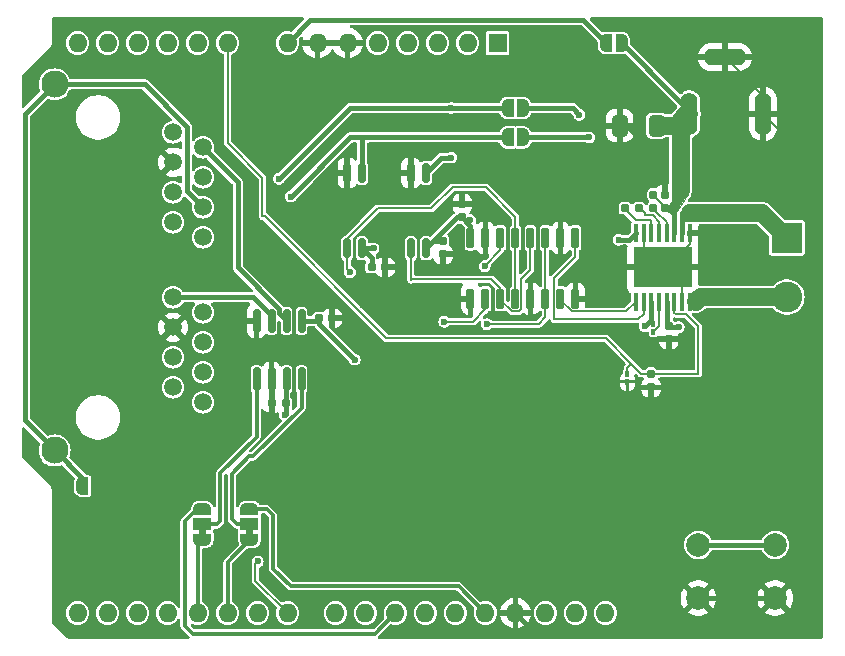
<source format=gbr>
%TF.GenerationSoftware,KiCad,Pcbnew,8.0.2*%
%TF.CreationDate,2024-05-14T20:45:41-05:00*%
%TF.ProjectId,Uno_R4_LCC_Shield,556e6f5f-5234-45f4-9c43-435f53686965,rev?*%
%TF.SameCoordinates,Original*%
%TF.FileFunction,Copper,L1,Top*%
%TF.FilePolarity,Positive*%
%FSLAX46Y46*%
G04 Gerber Fmt 4.6, Leading zero omitted, Abs format (unit mm)*
G04 Created by KiCad (PCBNEW 8.0.2) date 2024-05-14 20:45:41*
%MOMM*%
%LPD*%
G01*
G04 APERTURE LIST*
G04 Aperture macros list*
%AMRoundRect*
0 Rectangle with rounded corners*
0 $1 Rounding radius*
0 $2 $3 $4 $5 $6 $7 $8 $9 X,Y pos of 4 corners*
0 Add a 4 corners polygon primitive as box body*
4,1,4,$2,$3,$4,$5,$6,$7,$8,$9,$2,$3,0*
0 Add four circle primitives for the rounded corners*
1,1,$1+$1,$2,$3*
1,1,$1+$1,$4,$5*
1,1,$1+$1,$6,$7*
1,1,$1+$1,$8,$9*
0 Add four rect primitives between the rounded corners*
20,1,$1+$1,$2,$3,$4,$5,0*
20,1,$1+$1,$4,$5,$6,$7,0*
20,1,$1+$1,$6,$7,$8,$9,0*
20,1,$1+$1,$8,$9,$2,$3,0*%
%AMFreePoly0*
4,1,19,0.500000,-0.750000,0.000000,-0.750000,0.000000,-0.744911,-0.071157,-0.744911,-0.207708,-0.704816,-0.327430,-0.627875,-0.420627,-0.520320,-0.479746,-0.390866,-0.500000,-0.250000,-0.500000,0.250000,-0.479746,0.390866,-0.420627,0.520320,-0.327430,0.627875,-0.207708,0.704816,-0.071157,0.744911,0.000000,0.744911,0.000000,0.750000,0.500000,0.750000,0.500000,-0.750000,0.500000,-0.750000,
$1*%
%AMFreePoly1*
4,1,19,0.000000,0.744911,0.071157,0.744911,0.207708,0.704816,0.327430,0.627875,0.420627,0.520320,0.479746,0.390866,0.500000,0.250000,0.500000,-0.250000,0.479746,-0.390866,0.420627,-0.520320,0.327430,-0.627875,0.207708,-0.704816,0.071157,-0.744911,0.000000,-0.744911,0.000000,-0.750000,-0.500000,-0.750000,-0.500000,0.750000,0.000000,0.750000,0.000000,0.744911,0.000000,0.744911,
$1*%
%AMFreePoly2*
4,1,19,0.550000,-0.750000,0.000000,-0.750000,0.000000,-0.744911,-0.071157,-0.744911,-0.207708,-0.704816,-0.327430,-0.627875,-0.420627,-0.520320,-0.479746,-0.390866,-0.500000,-0.250000,-0.500000,0.250000,-0.479746,0.390866,-0.420627,0.520320,-0.327430,0.627875,-0.207708,0.704816,-0.071157,0.744911,0.000000,0.744911,0.000000,0.750000,0.550000,0.750000,0.550000,-0.750000,0.550000,-0.750000,
$1*%
%AMFreePoly3*
4,1,19,0.000000,0.744911,0.071157,0.744911,0.207708,0.704816,0.327430,0.627875,0.420627,0.520320,0.479746,0.390866,0.500000,0.250000,0.500000,-0.250000,0.479746,-0.390866,0.420627,-0.520320,0.327430,-0.627875,0.207708,-0.704816,0.071157,-0.744911,0.000000,-0.744911,0.000000,-0.750000,-0.550000,-0.750000,-0.550000,0.750000,0.000000,0.750000,0.000000,0.744911,0.000000,0.744911,
$1*%
G04 Aperture macros list end*
%TA.AperFunction,Conductor*%
%ADD10C,0.100000*%
%TD*%
%TA.AperFunction,Conductor*%
%ADD11C,0.200000*%
%TD*%
%TA.AperFunction,EtchedComponent*%
%ADD12C,0.000000*%
%TD*%
%TA.AperFunction,SMDPad,CuDef*%
%ADD13RoundRect,0.155000X-0.155000X0.212500X-0.155000X-0.212500X0.155000X-0.212500X0.155000X0.212500X0*%
%TD*%
%TA.AperFunction,SMDPad,CuDef*%
%ADD14RoundRect,0.150000X-0.150000X0.662500X-0.150000X-0.662500X0.150000X-0.662500X0.150000X0.662500X0*%
%TD*%
%TA.AperFunction,SMDPad,CuDef*%
%ADD15FreePoly0,0.000000*%
%TD*%
%TA.AperFunction,SMDPad,CuDef*%
%ADD16FreePoly1,0.000000*%
%TD*%
%TA.AperFunction,SMDPad,CuDef*%
%ADD17RoundRect,0.155000X0.212500X0.155000X-0.212500X0.155000X-0.212500X-0.155000X0.212500X-0.155000X0*%
%TD*%
%TA.AperFunction,ComponentPad*%
%ADD18O,1.400000X3.600000*%
%TD*%
%TA.AperFunction,ComponentPad*%
%ADD19O,3.600000X1.400000*%
%TD*%
%TA.AperFunction,ComponentPad*%
%ADD20C,1.500000*%
%TD*%
%TA.AperFunction,ComponentPad*%
%ADD21C,2.300000*%
%TD*%
%TA.AperFunction,SMDPad,CuDef*%
%ADD22R,0.449999X1.500000*%
%TD*%
%TA.AperFunction,SMDPad,CuDef*%
%ADD23R,5.000000X3.400001*%
%TD*%
%TA.AperFunction,ComponentPad*%
%ADD24R,2.600000X2.600000*%
%TD*%
%TA.AperFunction,ComponentPad*%
%ADD25C,2.600000*%
%TD*%
%TA.AperFunction,SMDPad,CuDef*%
%ADD26RoundRect,0.155000X-0.212500X-0.155000X0.212500X-0.155000X0.212500X0.155000X-0.212500X0.155000X0*%
%TD*%
%TA.AperFunction,SMDPad,CuDef*%
%ADD27RoundRect,0.075000X-0.075000X0.212500X-0.075000X-0.212500X0.075000X-0.212500X0.075000X0.212500X0*%
%TD*%
%TA.AperFunction,SMDPad,CuDef*%
%ADD28RoundRect,0.250000X0.412500X0.650000X-0.412500X0.650000X-0.412500X-0.650000X0.412500X-0.650000X0*%
%TD*%
%TA.AperFunction,SMDPad,CuDef*%
%ADD29FreePoly2,90.000000*%
%TD*%
%TA.AperFunction,SMDPad,CuDef*%
%ADD30R,1.500000X1.000000*%
%TD*%
%TA.AperFunction,SMDPad,CuDef*%
%ADD31FreePoly3,90.000000*%
%TD*%
%TA.AperFunction,SMDPad,CuDef*%
%ADD32FreePoly0,180.000000*%
%TD*%
%TA.AperFunction,SMDPad,CuDef*%
%ADD33FreePoly1,180.000000*%
%TD*%
%TA.AperFunction,SMDPad,CuDef*%
%ADD34RoundRect,0.150000X0.150000X-0.725000X0.150000X0.725000X-0.150000X0.725000X-0.150000X-0.725000X0*%
%TD*%
%TA.AperFunction,SMDPad,CuDef*%
%ADD35RoundRect,0.150000X0.150000X-0.825000X0.150000X0.825000X-0.150000X0.825000X-0.150000X-0.825000X0*%
%TD*%
%TA.AperFunction,ComponentPad*%
%ADD36C,2.000000*%
%TD*%
%TA.AperFunction,SMDPad,CuDef*%
%ADD37RoundRect,0.155000X0.155000X-0.212500X0.155000X0.212500X-0.155000X0.212500X-0.155000X-0.212500X0*%
%TD*%
%TA.AperFunction,ComponentPad*%
%ADD38R,1.600000X1.600000*%
%TD*%
%TA.AperFunction,ComponentPad*%
%ADD39O,1.600000X1.600000*%
%TD*%
%TA.AperFunction,ViaPad*%
%ADD40C,1.000000*%
%TD*%
%TA.AperFunction,ViaPad*%
%ADD41C,0.600000*%
%TD*%
%TA.AperFunction,Conductor*%
%ADD42C,0.450000*%
%TD*%
%TA.AperFunction,Conductor*%
%ADD43C,0.400000*%
%TD*%
%TA.AperFunction,Conductor*%
%ADD44C,0.300000*%
%TD*%
%TA.AperFunction,Conductor*%
%ADD45C,0.440000*%
%TD*%
%TA.AperFunction,Conductor*%
%ADD46C,0.300400*%
%TD*%
%TA.AperFunction,Conductor*%
%ADD47C,1.500000*%
%TD*%
G04 APERTURE END LIST*
D10*
%TO.N,/out2_A*%
X152981917Y-38400781D02*
X153247680Y-37968474D01*
X153981917Y-37900781D01*
X152981917Y-38400781D01*
%TA.AperFunction,Conductor*%
G36*
X152981917Y-38400781D02*
G01*
X153247680Y-37968474D01*
X153981917Y-37900781D01*
X152981917Y-38400781D01*
G37*
%TD.AperFunction*%
%TO.N,VTRACK*%
X152500000Y-38500000D02*
X152500000Y-37000000D01*
X153500000Y-37000000D01*
X152500000Y-38500000D01*
%TA.AperFunction,Conductor*%
G36*
X152500000Y-38500000D02*
G01*
X152500000Y-37000000D01*
X153500000Y-37000000D01*
X152500000Y-38500000D01*
G37*
%TD.AperFunction*%
%TO.N,/out2_A*%
D11*
X153000000Y-38500000D02*
X154873573Y-38500000D01*
X154873573Y-39051676D01*
X153000000Y-39051676D01*
X153000000Y-38500000D01*
D12*
%TA.AperFunction,EtchedComponent*%
%TD*%
%TO.C,JP5*%
G36*
X116800000Y-65659439D02*
G01*
X116200000Y-65659439D01*
X116200000Y-65159439D01*
X116800000Y-65159439D01*
X116800000Y-65659439D01*
G37*
%TD.AperFunction*%
%TA.AperFunction,EtchedComponent*%
%TO.C,JP6*%
G36*
X112800000Y-65659439D02*
G01*
X112200000Y-65659439D01*
X112200000Y-65159439D01*
X112800000Y-65159439D01*
X112800000Y-65659439D01*
G37*
%TD.AperFunction*%
%TD*%
D13*
%TO.P,C3,1*%
%TO.N,VTRACK*%
X150700000Y-36832500D03*
%TO.P,C3,2*%
%TO.N,Net-(U3-VCP)*%
X150700000Y-37967500D03*
%TD*%
%TO.P,C7,1*%
%TO.N,/sense_A*%
X150500000Y-52032500D03*
%TO.P,C7,2*%
%TO.N,GND*%
X150500000Y-53167500D03*
%TD*%
D14*
%TO.P,U1,1*%
%TO.N,/raw_dcc_p*%
X126035000Y-35012500D03*
%TO.P,U1,2*%
%TO.N,GND*%
X124765000Y-35012500D03*
%TO.P,U1,3*%
%TO.N,/dcc_p*%
X124765000Y-41387500D03*
%TO.P,U1,4*%
%TO.N,IOREF*%
X126035000Y-41387500D03*
%TD*%
D15*
%TO.P,JP2,1,A*%
%TO.N,/raw_dcc_n*%
X138350000Y-29500000D03*
D16*
%TO.P,JP2,2,B*%
%TO.N,/out2_A*%
X139650000Y-29500000D03*
%TD*%
D14*
%TO.P,U4,1*%
%TO.N,/raw_dcc_n*%
X131435000Y-35012500D03*
%TO.P,U4,2*%
%TO.N,GND*%
X130165000Y-35012500D03*
%TO.P,U4,3*%
%TO.N,/dcc_n*%
X130165000Y-41387500D03*
%TO.P,U4,4*%
%TO.N,IOREF*%
X131435000Y-41387500D03*
%TD*%
D17*
%TO.P,C6,1*%
%TO.N,Net-(U3-CPH)*%
X149467500Y-38000000D03*
%TO.P,C6,2*%
%TO.N,Net-(U3-CPL)*%
X148332500Y-38000000D03*
%TD*%
D15*
%TO.P,JP4,1,A*%
%TO.N,/can_shield*%
X102350000Y-61500000D03*
D16*
%TO.P,JP4,2,B*%
%TO.N,GND*%
X103650000Y-61500000D03*
%TD*%
D18*
%TO.P,J2,A*%
%TO.N,VTRACK*%
X153750000Y-30000000D03*
%TO.P,J2,B*%
%TO.N,GND*%
X160000000Y-30000000D03*
D19*
%TO.P,J2,C*%
X156750000Y-25200000D03*
%TD*%
D20*
%TO.P,J1,1,1*%
%TO.N,/can_h*%
X110030000Y-31570000D03*
%TO.P,J1,2,2*%
%TO.N,/can_l*%
X112570000Y-32840000D03*
%TO.P,J1,3,3*%
%TO.N,GND*%
X110030000Y-34110000D03*
%TO.P,J1,4,4*%
%TO.N,/raw_dcc_n*%
X112570000Y-35380000D03*
%TO.P,J1,5,5*%
%TO.N,/raw_dcc_p*%
X110030000Y-36650000D03*
%TO.P,J1,6,6*%
%TO.N,/can_shield*%
X112570000Y-37920000D03*
%TO.P,J1,7,7*%
%TO.N,/pwr_n*%
X110030000Y-39190000D03*
%TO.P,J1,8,8*%
%TO.N,/pwr_p*%
X112570000Y-40460000D03*
%TO.P,J1,9,1*%
%TO.N,/can_h*%
X110030000Y-45540000D03*
%TO.P,J1,10,2*%
%TO.N,/can_l*%
X112570000Y-46810000D03*
%TO.P,J1,11,3*%
%TO.N,GND*%
X110030000Y-48080000D03*
%TO.P,J1,12,4*%
%TO.N,/raw_dcc_n*%
X112570000Y-49350000D03*
%TO.P,J1,13,5*%
%TO.N,/raw_dcc_p*%
X110030000Y-50620000D03*
%TO.P,J1,14,6*%
%TO.N,/can_shield*%
X112570000Y-51890000D03*
%TO.P,J1,15,7*%
%TO.N,/pwr_n*%
X110030000Y-53160000D03*
%TO.P,J1,16,8*%
%TO.N,/pwr_p*%
X112570000Y-54430000D03*
D21*
%TO.P,J1,M1,SHIELD*%
%TO.N,/can_shield*%
X100000000Y-27500000D03*
%TO.P,J1,M2,SHIELD*%
X100000000Y-58500000D03*
%TD*%
D22*
%TO.P,U3,1,EN_IN1*%
%TO.N,Net-(U2-1Y)*%
X149225001Y-45899999D03*
%TO.P,U3,2,PH_IN2*%
%TO.N,Net-(U2-2Y)*%
X149875002Y-45899999D03*
%TO.P,U3,3,SLEEP_N*%
%TO.N,IOREF*%
X150525001Y-45899999D03*
%TO.P,U3,4,FAULT_N*%
%TO.N,Net-(U3-FAULT_N)*%
X151175002Y-45899999D03*
%TO.P,U3,5,VREF*%
%TO.N,IOREF*%
X151825001Y-45899999D03*
%TO.P,U3,6,IPROPI*%
%TO.N,/sense_A*%
X152475002Y-45899999D03*
%TO.P,U3,7,IMODE*%
%TO.N,GND*%
X153125001Y-45899999D03*
%TO.P,U3,8,OUT1*%
%TO.N,/out1_A*%
X153775002Y-45899999D03*
%TO.P,U3,9,PGND*%
%TO.N,GND*%
X153775002Y-40100001D03*
%TO.P,U3,10,OUT2*%
%TO.N,/out2_A*%
X153125001Y-40100001D03*
%TO.P,U3,11,VM*%
%TO.N,VTRACK*%
X152475002Y-40100001D03*
%TO.P,U3,12,VCP*%
%TO.N,Net-(U3-VCP)*%
X151825001Y-40100001D03*
%TO.P,U3,13,CPH*%
%TO.N,Net-(U3-CPH)*%
X151175002Y-40100001D03*
%TO.P,U3,14,CPL*%
%TO.N,Net-(U3-CPL)*%
X150525001Y-40100001D03*
%TO.P,U3,15,GND*%
%TO.N,GND*%
X149875002Y-40100001D03*
%TO.P,U3,16,PMODE*%
%TO.N,IOREF*%
X149225001Y-40100001D03*
D23*
%TO.P,U3,17,PAD*%
%TO.N,GND*%
X151500000Y-43000000D03*
%TD*%
D17*
%TO.P,C12,1*%
%TO.N,+5V*%
X119567500Y-54500000D03*
%TO.P,C12,2*%
%TO.N,GND*%
X118432500Y-54500000D03*
%TD*%
D24*
%TO.P,J3,1,Pin_1*%
%TO.N,/out2_A*%
X162000000Y-40500000D03*
D25*
%TO.P,J3,2,Pin_2*%
%TO.N,/out1_A*%
X162000000Y-45500000D03*
%TD*%
D26*
%TO.P,C1,1*%
%TO.N,IOREF*%
X126832500Y-43000000D03*
%TO.P,C1,2*%
%TO.N,GND*%
X127967500Y-43000000D03*
%TD*%
D27*
%TO.P,R1,1*%
%TO.N,IOREF*%
X150700000Y-47762500D03*
%TO.P,R1,2*%
%TO.N,Net-(U3-FAULT_N)*%
X150700000Y-48437500D03*
%TD*%
D26*
%TO.P,C8,1*%
%TO.N,IOREF*%
X122365000Y-47300000D03*
%TO.P,C8,2*%
%TO.N,GND*%
X123500000Y-47300000D03*
%TD*%
D28*
%TO.P,C4,1*%
%TO.N,VTRACK*%
X150962500Y-31000000D03*
%TO.P,C4,2*%
%TO.N,GND*%
X147837500Y-31000000D03*
%TD*%
D27*
%TO.P,R2,1*%
%TO.N,/sense_A*%
X148500000Y-52000000D03*
%TO.P,R2,2*%
%TO.N,GND*%
X148500000Y-52675000D03*
%TD*%
D13*
%TO.P,C9,1*%
%TO.N,IOREF*%
X132900000Y-40765000D03*
%TO.P,C9,2*%
%TO.N,GND*%
X132900000Y-41900000D03*
%TD*%
D29*
%TO.P,JP5,1,A*%
%TO.N,Net-(A1-D5)*%
X116500000Y-66059439D03*
D30*
%TO.P,JP5,2,C*%
%TO.N,/can_rx*%
X116500000Y-64759439D03*
D31*
%TO.P,JP5,3,B*%
%TO.N,Net-(A1-D13)*%
X116500000Y-63459439D03*
%TD*%
D32*
%TO.P,JP1,1,A*%
%TO.N,VTRACK*%
X148000000Y-24000000D03*
D33*
%TO.P,JP1,2,B*%
%TO.N,VIN*%
X146700000Y-24000000D03*
%TD*%
D34*
%TO.P,U2,1,\u002A1OE*%
%TO.N,GND*%
X135210000Y-45650000D03*
%TO.P,U2,2,B*%
%TO.N,/dcc_en_A*%
X136480000Y-45650000D03*
%TO.P,U2,3,1C3*%
%TO.N,/dcc_n*%
X137750000Y-45650000D03*
%TO.P,U2,4,1C2*%
%TO.N,/dcc_p*%
X139020000Y-45650000D03*
%TO.P,U2,5,1C1*%
%TO.N,GND*%
X140290000Y-45650000D03*
%TO.P,U2,6,1C0*%
%TO.N,/pwm_A*%
X141560000Y-45650000D03*
%TO.P,U2,7,1Y*%
%TO.N,Net-(U2-1Y)*%
X142830000Y-45650000D03*
%TO.P,U2,8,GND*%
%TO.N,GND*%
X144100000Y-45650000D03*
%TO.P,U2,9,2Y*%
%TO.N,Net-(U2-2Y)*%
X144100000Y-40500000D03*
%TO.P,U2,10,2C0*%
%TO.N,GND*%
X142830000Y-40500000D03*
%TO.P,U2,11,2C1*%
%TO.N,/pwm_A*%
X141560000Y-40500000D03*
%TO.P,U2,12,2C2*%
%TO.N,/dcc_n*%
X140290000Y-40500000D03*
%TO.P,U2,13,2C3*%
%TO.N,/dcc_p*%
X139020000Y-40500000D03*
%TO.P,U2,14,A*%
%TO.N,/dir_A*%
X137750000Y-40500000D03*
%TO.P,U2,15,\u002A2OE*%
%TO.N,GND*%
X136480000Y-40500000D03*
%TO.P,U2,16,VCC*%
%TO.N,IOREF*%
X135210000Y-40500000D03*
%TD*%
D35*
%TO.P,U7,1,TXD*%
%TO.N,/can_tx*%
X117095000Y-52475000D03*
%TO.P,U7,2,VSS*%
%TO.N,GND*%
X118365000Y-52475000D03*
%TO.P,U7,3,VDD*%
%TO.N,+5V*%
X119635000Y-52475000D03*
%TO.P,U7,4,RXD*%
%TO.N,/can_rx*%
X120905000Y-52475000D03*
%TO.P,U7,5,Vio*%
%TO.N,IOREF*%
X120905000Y-47525000D03*
%TO.P,U7,6,CANL*%
%TO.N,/can_l*%
X119635000Y-47525000D03*
%TO.P,U7,7,CANH*%
%TO.N,/can_h*%
X118365000Y-47525000D03*
%TO.P,U7,8,STBY*%
%TO.N,GND*%
X117095000Y-47525000D03*
%TD*%
D36*
%TO.P,SW1,1,1*%
%TO.N,GND*%
X161000000Y-71000000D03*
X154500000Y-71000000D03*
%TO.P,SW1,2,2*%
%TO.N,/~{reset}*%
X161000000Y-66500000D03*
X154500000Y-66500000D03*
%TD*%
D37*
%TO.P,C2,1*%
%TO.N,IOREF*%
X134500000Y-38767500D03*
%TO.P,C2,2*%
%TO.N,GND*%
X134500000Y-37632500D03*
%TD*%
D13*
%TO.P,C11,1*%
%TO.N,IOREF*%
X152000000Y-47932500D03*
%TO.P,C11,2*%
%TO.N,GND*%
X152000000Y-49067500D03*
%TD*%
D15*
%TO.P,JP3,1,A*%
%TO.N,/raw_dcc_p*%
X138350000Y-32000000D03*
D16*
%TO.P,JP3,2,B*%
%TO.N,/out1_A*%
X139650000Y-32000000D03*
%TD*%
D29*
%TO.P,JP6,1,A*%
%TO.N,Net-(A1-D4)*%
X112500000Y-66059439D03*
D30*
%TO.P,JP6,2,C*%
%TO.N,/can_tx*%
X112500000Y-64759439D03*
D31*
%TO.P,JP6,3,B*%
%TO.N,Net-(A1-D10)*%
X112500000Y-63459439D03*
%TD*%
D37*
%TO.P,C5,1*%
%TO.N,VTRACK*%
X151700000Y-37967500D03*
%TO.P,C5,2*%
%TO.N,GND*%
X151700000Y-36832500D03*
%TD*%
D38*
%TO.P,A1,1,NC*%
%TO.N,unconnected-(A1-NC-Pad1)*%
X137500000Y-24000000D03*
D39*
%TO.P,A1,2,IOREF*%
%TO.N,IOREF*%
X134960000Y-24000000D03*
%TO.P,A1,3,~{RESET}*%
%TO.N,/~{reset}*%
X132420000Y-24000000D03*
%TO.P,A1,4,3V3*%
%TO.N,+3.3V*%
X129880000Y-24000000D03*
%TO.P,A1,5,+5V*%
%TO.N,+5V*%
X127340000Y-24000000D03*
%TO.P,A1,6,GND*%
%TO.N,GND*%
X124800000Y-24000000D03*
%TO.P,A1,7,GND*%
X122260000Y-24000000D03*
%TO.P,A1,8,VIN*%
%TO.N,VIN*%
X119720000Y-24000000D03*
%TO.P,A1,9,A0*%
%TO.N,/sense_A*%
X114640000Y-24000000D03*
%TO.P,A1,10,A1*%
%TO.N,unconnected-(A1-A1-Pad10)*%
X112100000Y-24000000D03*
%TO.P,A1,11,A2*%
%TO.N,unconnected-(A1-A2-Pad11)*%
X109560000Y-24000000D03*
%TO.P,A1,12,A3*%
%TO.N,unconnected-(A1-A3-Pad12)*%
X107020000Y-24000000D03*
%TO.P,A1,13,SDA/A4*%
%TO.N,unconnected-(A1-SDA{slash}A4-Pad13)*%
X104480000Y-24000000D03*
%TO.P,A1,14,SCL/A5*%
%TO.N,unconnected-(A1-SCL{slash}A5-Pad14)*%
X101940000Y-24000000D03*
%TO.P,A1,15,D0/RX*%
%TO.N,unconnected-(A1-D0{slash}RX-Pad15)*%
X101940000Y-72260000D03*
%TO.P,A1,16,D1/TX*%
%TO.N,unconnected-(A1-D1{slash}TX-Pad16)*%
X104480000Y-72260000D03*
%TO.P,A1,17,D2*%
%TO.N,/dcc_p*%
X107020000Y-72260000D03*
%TO.P,A1,18,D3*%
%TO.N,/pwm_A*%
X109560000Y-72260000D03*
%TO.P,A1,19,D4*%
%TO.N,Net-(A1-D4)*%
X112100000Y-72260000D03*
%TO.P,A1,20,D5*%
%TO.N,Net-(A1-D5)*%
X114640000Y-72260000D03*
%TO.P,A1,21,D6*%
%TO.N,/dir_A*%
X117180000Y-72260000D03*
%TO.P,A1,22,D7*%
%TO.N,/dcc_en_A*%
X119720000Y-72260000D03*
%TO.P,A1,23,D8*%
%TO.N,unconnected-(A1-D8-Pad23)*%
X123780000Y-72260000D03*
%TO.P,A1,24,D9*%
%TO.N,unconnected-(A1-D9-Pad24)*%
X126320000Y-72260000D03*
%TO.P,A1,25,D10*%
%TO.N,Net-(A1-D10)*%
X128860000Y-72260000D03*
%TO.P,A1,26,D11*%
%TO.N,unconnected-(A1-D11-Pad26)*%
X131400000Y-72260000D03*
%TO.P,A1,27,D12*%
%TO.N,unconnected-(A1-D12-Pad27)*%
X133940000Y-72260000D03*
%TO.P,A1,28,D13*%
%TO.N,Net-(A1-D13)*%
X136480000Y-72260000D03*
%TO.P,A1,29,GND*%
%TO.N,GND*%
X139020000Y-72260000D03*
%TO.P,A1,30,AREF*%
%TO.N,unconnected-(A1-AREF-Pad30)*%
X141560000Y-72260000D03*
%TO.P,A1,31,SDA/A4*%
%TO.N,unconnected-(A1-SDA{slash}A4-Pad31)*%
X144100000Y-72260000D03*
%TO.P,A1,32,SCL/A5*%
%TO.N,unconnected-(A1-SCL{slash}A5-Pad32)*%
X146640000Y-72260000D03*
%TD*%
D40*
%TO.N,GND*%
X150900000Y-43900000D03*
X151900000Y-43900000D03*
X151900000Y-42100000D03*
X150900000Y-42100000D03*
X150400000Y-43000000D03*
X152400000Y-43000000D03*
X151400000Y-43000000D03*
D41*
%TO.N,/dcc_en_A*%
X117200000Y-67900000D03*
%TO.N,/dcc_p*%
X125000000Y-43400000D03*
%TO.N,/dcc_en_A*%
X133000000Y-47600000D03*
%TO.N,GND*%
X110500000Y-42500000D03*
X140838848Y-24422728D03*
X149500000Y-33500000D03*
X133994818Y-27944613D03*
%TO.N,/dir_A*%
X136400000Y-42900000D03*
%TO.N,IOREF*%
X147755300Y-40657600D03*
X127000000Y-41400000D03*
X150000000Y-48000000D03*
X135200000Y-39000000D03*
X125400000Y-50800000D03*
X152838000Y-48061800D03*
%TO.N,/pwm_A*%
X136600000Y-47800000D03*
%TO.N,+5V*%
X119500000Y-55500000D03*
%TO.N,/raw_dcc_n*%
X119000000Y-35500000D03*
X133600000Y-29500000D03*
X133600000Y-33700000D03*
%TO.N,/raw_dcc_p*%
X120000000Y-37000000D03*
%TO.N,/out1_A*%
X145253000Y-32000000D03*
%TO.N,/out2_A*%
X144427000Y-30073000D03*
%TD*%
D11*
%TO.N,VTRACK*%
X151723000Y-37865900D02*
X151649650Y-37865900D01*
X151649650Y-37865900D02*
X150642100Y-36858350D01*
X150642100Y-36858350D02*
X150642100Y-36774600D01*
D42*
X152475000Y-38500000D02*
X152428518Y-38500000D01*
X152428518Y-38500000D02*
X151794418Y-37865900D01*
X151794418Y-37865900D02*
X151723000Y-37865900D01*
D11*
%TO.N,Net-(U3-VCP)*%
X150942000Y-38278500D02*
X150945294Y-38278500D01*
X150945294Y-38278500D02*
X151825000Y-39158206D01*
X151825000Y-39158206D02*
X151825000Y-40100000D01*
D42*
%TO.N,GND*%
X151700000Y-36832500D02*
X151600000Y-36732500D01*
X151600000Y-36732500D02*
X151600000Y-34162500D01*
X151600000Y-34162500D02*
X148442899Y-31005399D01*
X148442899Y-31005399D02*
X147985222Y-31005399D01*
D11*
X151900000Y-43400000D02*
X151500000Y-43000000D01*
X151900000Y-43900000D02*
X151900000Y-43400000D01*
X152400000Y-43900000D02*
X151900000Y-43900000D01*
X151900000Y-42860001D02*
X151760001Y-43000000D01*
X151900000Y-42100000D02*
X151900000Y-42860001D01*
X152660001Y-42100000D02*
X151900000Y-42100000D01*
X150900000Y-42400000D02*
X151400000Y-42900000D01*
X150900000Y-42100000D02*
X150900000Y-42400000D01*
X150600000Y-42100000D02*
X150900000Y-42100000D01*
X152400000Y-43000000D02*
X162700000Y-43000000D01*
X151500000Y-43000000D02*
X151500000Y-43000000D01*
X151400000Y-43000000D02*
X151500000Y-43000000D01*
X151400000Y-42900000D02*
X151400000Y-43000000D01*
%TO.N,/dcc_en_A*%
X117000000Y-69540000D02*
X117000000Y-68100000D01*
X119720000Y-72260000D02*
X117000000Y-69540000D01*
X117000000Y-68100000D02*
X117200000Y-67900000D01*
D43*
%TO.N,IOREF*%
X125400000Y-50800000D02*
X122365000Y-47765000D01*
X122365000Y-47765000D02*
X122365000Y-47300000D01*
D11*
%TO.N,/dcc_p*%
X125000000Y-43400000D02*
X124765000Y-43165000D01*
X124765000Y-43165000D02*
X124765000Y-41387500D01*
D44*
%TO.N,Net-(A1-D5)*%
X114640000Y-72260000D02*
X114640000Y-67960000D01*
X114640000Y-67960000D02*
X116500000Y-66100000D01*
X116500000Y-66100000D02*
X116500000Y-66059439D01*
D11*
%TO.N,/dcc_en_A*%
X135404999Y-47600000D02*
X133000000Y-47600000D01*
X136480000Y-46524999D02*
X135404999Y-47600000D01*
X136480000Y-45650000D02*
X136480000Y-46524999D01*
%TO.N,/sense_A*%
X148831250Y-51168750D02*
X146662500Y-49000000D01*
X146662500Y-49000000D02*
X128100000Y-49000000D01*
X128100000Y-49000000D02*
X117773062Y-38673062D01*
X117773062Y-38673062D02*
X117600000Y-38673062D01*
X117600000Y-38673062D02*
X117600000Y-35446124D01*
X117600000Y-35446124D02*
X114640000Y-32486124D01*
X114640000Y-32486124D02*
X114640000Y-24000000D01*
X149662500Y-52000000D02*
X148831250Y-51168750D01*
X148500000Y-52000000D02*
X148500000Y-51500000D01*
X148500000Y-51500000D02*
X148831250Y-51168750D01*
X154500000Y-52000000D02*
X149662500Y-52000000D01*
X152475000Y-46825000D02*
X152600000Y-46950000D01*
X154500000Y-48000000D02*
X154500000Y-52000000D01*
X153450000Y-46950000D02*
X154500000Y-48000000D01*
X152600000Y-46950000D02*
X153450000Y-46950000D01*
X152475000Y-45900000D02*
X152475000Y-46825000D01*
D43*
%TO.N,IOREF*%
X132900000Y-40765000D02*
X132057500Y-40765000D01*
X132057500Y-40765000D02*
X131435000Y-41387500D01*
X132900000Y-40765000D02*
X132765000Y-40765000D01*
X132765000Y-40765000D02*
X132411250Y-40411250D01*
X134055000Y-38767500D02*
X132411250Y-40411250D01*
X132411250Y-40411250D02*
X131435000Y-41387500D01*
X135210000Y-40500000D02*
X135210000Y-39477500D01*
X135210000Y-39477500D02*
X134500000Y-38767500D01*
D42*
%TO.N,/~{reset}*%
X154500000Y-66500000D02*
X161000000Y-66500000D01*
D11*
%TO.N,GND*%
X160000000Y-30000000D02*
X160000000Y-28450000D01*
D42*
X154500000Y-71000000D02*
X161000000Y-71000000D01*
D11*
X153125000Y-45900000D02*
X153125000Y-44625000D01*
D42*
X108855000Y-35285000D02*
X110030000Y-34110000D01*
X151500000Y-74000000D02*
X154500000Y-71000000D01*
D11*
X153775000Y-40985001D02*
X153000000Y-41760001D01*
X151825000Y-43000000D02*
X152400000Y-43000000D01*
X153125000Y-44625000D02*
X152400000Y-43900000D01*
X149875000Y-41375000D02*
X150600000Y-42100000D01*
D42*
X110500000Y-42500000D02*
X108855000Y-40855000D01*
X140760000Y-74000000D02*
X151500000Y-74000000D01*
D45*
X118432500Y-54500000D02*
X118432500Y-52542500D01*
D11*
X160000000Y-28450000D02*
X156750000Y-25200000D01*
X152760001Y-42000000D02*
X152660001Y-42100000D01*
X151760001Y-43000000D02*
X151500000Y-43000000D01*
X153000000Y-41760001D02*
X153000000Y-42000000D01*
D42*
X108855000Y-40855000D02*
X108855000Y-35285000D01*
D11*
X164000000Y-34000000D02*
X160000000Y-30000000D01*
D42*
X139020000Y-72260000D02*
X140760000Y-74000000D01*
D11*
X164000000Y-41700000D02*
X164000000Y-34000000D01*
X149875000Y-40100000D02*
X149875000Y-41375000D01*
D45*
X118432500Y-52542500D02*
X118365000Y-52475000D01*
D11*
X162700000Y-43000000D02*
X164000000Y-41700000D01*
X153000000Y-42000000D02*
X152760001Y-42000000D01*
X153775000Y-40100000D02*
X153775000Y-40985001D01*
D44*
%TO.N,/can_rx*%
X116500000Y-59000000D02*
X116777818Y-59000000D01*
X115000000Y-64309439D02*
X115000000Y-60500000D01*
X116500000Y-64759439D02*
X115450000Y-64759439D01*
X115450000Y-64759439D02*
X115000000Y-64309439D01*
X115000000Y-60500000D02*
X116500000Y-59000000D01*
X120905000Y-54872818D02*
X120905000Y-52475000D01*
X116777818Y-59000000D02*
X120905000Y-54872818D01*
D42*
%TO.N,VIN*%
X121665000Y-22055000D02*
X144755000Y-22055000D01*
X144755000Y-22055000D02*
X146700000Y-24000000D01*
X119720000Y-24000000D02*
X121665000Y-22055000D01*
D11*
%TO.N,/dir_A*%
X137750000Y-40500000D02*
X137750000Y-41550000D01*
X137750000Y-41550000D02*
X136400000Y-42900000D01*
D42*
%TO.N,IOREF*%
X151825000Y-47757500D02*
X151825000Y-45900000D01*
X152129000Y-48061800D02*
X152000000Y-47932500D01*
D43*
X134732500Y-39000000D02*
X134500000Y-38767500D01*
X135200000Y-39000000D02*
X134732500Y-39000000D01*
X126832500Y-42185000D02*
X126035000Y-41387500D01*
D42*
X152000000Y-47932500D02*
X151825000Y-47757500D01*
X150525000Y-45900000D02*
X150525000Y-47475000D01*
X152838000Y-48061800D02*
X152129000Y-48061800D01*
X126047500Y-41400000D02*
X126035000Y-41387500D01*
X127000000Y-41400000D02*
X126047500Y-41400000D01*
D43*
X126832500Y-43000000D02*
X126832500Y-42185000D01*
D42*
X150525000Y-47475000D02*
X150000000Y-48000000D01*
D43*
X134500000Y-38767500D02*
X134055000Y-38767500D01*
D11*
X150525000Y-47587500D02*
X150525000Y-47475000D01*
X150700000Y-47762500D02*
X150525000Y-47587500D01*
D43*
X147755300Y-40657600D02*
X148667400Y-40657600D01*
D46*
X150700000Y-47762500D02*
X150701500Y-47761000D01*
D43*
X148667400Y-40657600D02*
X149225000Y-40100000D01*
X120905000Y-47525000D02*
X122140000Y-47525000D01*
X122140000Y-47525000D02*
X122365000Y-47300000D01*
D11*
%TO.N,/dcc_p*%
X133700000Y-36200000D02*
X136500000Y-36200000D01*
X124765000Y-40575001D02*
X127340001Y-38000000D01*
X127340001Y-38000000D02*
X131900000Y-38000000D01*
X139020000Y-45650000D02*
X139020000Y-40500000D01*
X124765000Y-41387500D02*
X124765000Y-40575001D01*
X136500000Y-36200000D02*
X139020000Y-38720000D01*
X131900000Y-38000000D02*
X133700000Y-36200000D01*
X139020000Y-38720000D02*
X139020000Y-40500000D01*
%TO.N,/pwm_A*%
X136600000Y-47800000D02*
X141000000Y-47800000D01*
X141560000Y-45650000D02*
X141560000Y-40500000D01*
X141560000Y-47240000D02*
X141560000Y-45650000D01*
X141000000Y-47800000D02*
X141560000Y-47240000D01*
D43*
%TO.N,+5V*%
X119567500Y-55432500D02*
X119500000Y-55500000D01*
X119567500Y-52542500D02*
X119635000Y-52475000D01*
X119567500Y-54500000D02*
X119567500Y-52542500D01*
X119567500Y-54500000D02*
X119567500Y-55432500D01*
D44*
%TO.N,/can_tx*%
X117095000Y-57339314D02*
X117095000Y-52475000D01*
X114000000Y-60434314D02*
X117095000Y-57339314D01*
X113740561Y-64759439D02*
X112500000Y-64759439D01*
X114000000Y-64500000D02*
X113740561Y-64759439D01*
X114000000Y-64500000D02*
X114000000Y-60434314D01*
D11*
%TO.N,Net-(U3-VCP)*%
X150942000Y-38278500D02*
X150642000Y-37978500D01*
D47*
%TO.N,VTRACK*%
X153000000Y-36500000D02*
X153000000Y-35500000D01*
D42*
X152475000Y-37500000D02*
X152475000Y-38500000D01*
X151723000Y-37865900D02*
X151723200Y-37865900D01*
X152475000Y-38500000D02*
X152475000Y-40100000D01*
D47*
X153000000Y-35500000D02*
X153000000Y-31000000D01*
D42*
X148000000Y-24000000D02*
X152624000Y-28624100D01*
X153750000Y-29750000D02*
X153750000Y-30000000D01*
D47*
X153500000Y-30000000D02*
X153750000Y-30000000D01*
D42*
X152624000Y-28624100D02*
X153750000Y-29750000D01*
X152109000Y-37865900D02*
X152475000Y-37500000D01*
D47*
X153000000Y-31000000D02*
X153000000Y-30500000D01*
X153000000Y-30500000D02*
X153500000Y-30000000D01*
D42*
X152475000Y-36025000D02*
X152475000Y-37500000D01*
X151723200Y-37865900D02*
X152109000Y-37865900D01*
D47*
X151115621Y-31000000D02*
X153000000Y-31000000D01*
D11*
%TO.N,Net-(U3-CPL)*%
X148334700Y-38100900D02*
X148334700Y-38003500D01*
X148335000Y-38101200D02*
X148334700Y-38100900D01*
X150462000Y-39000000D02*
X149201000Y-39000000D01*
X149201000Y-39000000D02*
X148432000Y-38231100D01*
X150525000Y-39062700D02*
X150462000Y-39000000D01*
X148335000Y-38101200D02*
X148335000Y-38068600D01*
X148332500Y-38131600D02*
X148332500Y-38000000D01*
X148432000Y-38231100D02*
X148332500Y-38131600D01*
X150525000Y-40100000D02*
X150525000Y-39062700D01*
%TO.N,Net-(U3-CPH)*%
X149469700Y-38003500D02*
X149467500Y-38001300D01*
X149467500Y-38001300D02*
X149467500Y-38000000D01*
X150000000Y-38600000D02*
X150628000Y-38600000D01*
X149467500Y-38000000D02*
X149568000Y-38000000D01*
X150000000Y-38432500D02*
X150000000Y-38600000D01*
X149568000Y-38000000D02*
X150000000Y-38432500D01*
X151175000Y-39147100D02*
X151175000Y-40100000D01*
X150628000Y-38600000D02*
X151175000Y-39147100D01*
D42*
%TO.N,/can_shield*%
X97500000Y-30000000D02*
X97455000Y-30000000D01*
X102350000Y-61500000D02*
X102350000Y-60850000D01*
X102350000Y-60850000D02*
X100000000Y-58500000D01*
X111205000Y-31083300D02*
X107622000Y-27500000D01*
X100000000Y-27500000D02*
X97500000Y-30000000D01*
X112570000Y-37920000D02*
X111205000Y-36555000D01*
X107622000Y-27500000D02*
X100000000Y-27500000D01*
X97455000Y-30000000D02*
X97455000Y-55955000D01*
X111205000Y-36555000D02*
X111205000Y-31083300D01*
X97455000Y-55955000D02*
X100000000Y-58500000D01*
D45*
%TO.N,/raw_dcc_n*%
X132747500Y-33700000D02*
X133600000Y-33700000D01*
D42*
X119000000Y-35500000D02*
X125000000Y-29500000D01*
X125000000Y-29500000D02*
X133600000Y-29500000D01*
X133600000Y-29500000D02*
X138350000Y-29500000D01*
D45*
X131435000Y-35012500D02*
X132747500Y-33700000D01*
D42*
%TO.N,/raw_dcc_p*%
X120000000Y-37000000D02*
X125000000Y-32000000D01*
X125000000Y-32000000D02*
X125900000Y-32000000D01*
D45*
X126035000Y-35012500D02*
X126035000Y-32135000D01*
X126035000Y-32135000D02*
X125900000Y-32000000D01*
D42*
X125900000Y-32000000D02*
X138350000Y-32000000D01*
%TO.N,/can_l*%
X115500000Y-43009092D02*
X115500000Y-35770000D01*
X118990000Y-46499092D02*
X115500000Y-43009092D01*
X119635000Y-47525000D02*
X118990000Y-46880000D01*
X118990000Y-46880000D02*
X118990000Y-46499092D01*
X115500000Y-35770000D02*
X112570000Y-32840000D01*
%TO.N,/can_h*%
X118365000Y-47525000D02*
X118365000Y-47144092D01*
X118365000Y-47144092D02*
X116760908Y-45540000D01*
X116760908Y-45540000D02*
X110030000Y-45540000D01*
D47*
%TO.N,/out1_A*%
X154700000Y-45500000D02*
X154325000Y-45875000D01*
D42*
X145253000Y-32000000D02*
X139650000Y-32000000D01*
D47*
X154325000Y-45875000D02*
X154312000Y-45887500D01*
X154303000Y-45896800D02*
X154302000Y-45898400D01*
X154312000Y-45887500D02*
X154303000Y-45896800D01*
X162000000Y-45500000D02*
X154700000Y-45500000D01*
X154302000Y-45898400D02*
X154300000Y-45900000D01*
%TO.N,/out2_A*%
X162000000Y-40500000D02*
X159900000Y-38400000D01*
D42*
X143854000Y-29500000D02*
X139650000Y-29500000D01*
X144427000Y-30073000D02*
X143854000Y-29500000D01*
D47*
X159900000Y-38400000D02*
X153800000Y-38400000D01*
D42*
X153125000Y-38500000D02*
X153225000Y-38400000D01*
X153125000Y-40100000D02*
X153125000Y-38500000D01*
X153225000Y-38400000D02*
X153800000Y-38400000D01*
D44*
%TO.N,Net-(A1-D13)*%
X117959439Y-63459439D02*
X118500000Y-64000000D01*
X120000000Y-70000000D02*
X118500000Y-68500000D01*
X116500000Y-63459439D02*
X117959439Y-63459439D01*
X134220000Y-70000000D02*
X120000000Y-70000000D01*
X118500000Y-68500000D02*
X118500000Y-64000000D01*
X136480000Y-72260000D02*
X134220000Y-70000000D01*
D11*
%TO.N,Net-(U3-FAULT_N)*%
X150704000Y-48436000D02*
X150701500Y-48436000D01*
X151175000Y-47965988D02*
X151175000Y-45900000D01*
X150701500Y-48436000D02*
X150700000Y-48437500D01*
X150700000Y-48437500D02*
X150703488Y-48437500D01*
X150703488Y-48437500D02*
X151175000Y-47965988D01*
%TO.N,/dcc_n*%
X130165000Y-41387500D02*
X130165000Y-44065000D01*
X139520000Y-43980000D02*
X140290000Y-43210000D01*
X136974999Y-44000000D02*
X137750000Y-44775001D01*
X130165000Y-44065000D02*
X130230000Y-44000000D01*
X140290000Y-43210000D02*
X140290000Y-40500000D01*
X137750000Y-45754130D02*
X138720870Y-46725000D01*
X138720870Y-46725000D02*
X139319130Y-46725000D01*
X137750000Y-45650000D02*
X137750000Y-45754130D01*
X137750000Y-44775001D02*
X137750000Y-45650000D01*
X139520000Y-46524130D02*
X139520000Y-43980000D01*
X130230000Y-44000000D02*
X136974999Y-44000000D01*
X139319130Y-46725000D02*
X139520000Y-46524130D01*
%TO.N,Net-(U2-2Y)*%
X149426700Y-47400000D02*
X149875000Y-46951700D01*
X142300000Y-43900000D02*
X142300000Y-47400000D01*
X144100000Y-40500000D02*
X144100000Y-42100000D01*
X142300000Y-47400000D02*
X149426700Y-47400000D01*
X144100000Y-42100000D02*
X142300000Y-43900000D01*
X149875000Y-46951700D02*
X149875000Y-45900000D01*
%TO.N,Net-(U2-1Y)*%
X143800870Y-46725000D02*
X148400000Y-46725000D01*
X142830000Y-45650000D02*
X142830000Y-45754130D01*
X142830000Y-45754130D02*
X143800870Y-46725000D01*
X148400000Y-46725000D02*
X149225000Y-45900000D01*
D44*
%TO.N,Net-(A1-D10)*%
X127120000Y-74000000D02*
X111677538Y-74000000D01*
X111000000Y-73322462D02*
X111000000Y-64509439D01*
X128860000Y-72260000D02*
X127120000Y-74000000D01*
X111677538Y-74000000D02*
X111000000Y-73322462D01*
X111000000Y-64509439D02*
X112050000Y-63459439D01*
X112050000Y-63459439D02*
X112500000Y-63459439D01*
%TO.N,Net-(A1-D4)*%
X112100000Y-72260000D02*
X112100000Y-66459439D01*
X112100000Y-66459439D02*
X112500000Y-66059439D01*
%TD*%
%TA.AperFunction,Conductor*%
%TO.N,GND*%
G36*
X121055430Y-21850185D02*
G01*
X121101185Y-21902989D01*
X121111129Y-21972147D01*
X121082104Y-22035703D01*
X121076072Y-22042181D01*
X120113040Y-23005210D01*
X120051717Y-23038695D01*
X119989365Y-23036190D01*
X119916132Y-23013976D01*
X119720000Y-22994659D01*
X119523870Y-23013975D01*
X119335266Y-23071188D01*
X119161467Y-23164086D01*
X119161460Y-23164090D01*
X119009116Y-23289116D01*
X118884090Y-23441460D01*
X118884086Y-23441467D01*
X118791188Y-23615266D01*
X118733975Y-23803870D01*
X118714659Y-24000000D01*
X118733975Y-24196129D01*
X118791188Y-24384733D01*
X118884086Y-24558532D01*
X118884090Y-24558539D01*
X119009116Y-24710883D01*
X119161460Y-24835909D01*
X119161467Y-24835913D01*
X119335266Y-24928811D01*
X119335269Y-24928811D01*
X119335273Y-24928814D01*
X119523868Y-24986024D01*
X119720000Y-25005341D01*
X119916132Y-24986024D01*
X120104727Y-24928814D01*
X120123094Y-24918997D01*
X120199365Y-24878229D01*
X120278538Y-24835910D01*
X120430883Y-24710883D01*
X120555910Y-24558538D01*
X120629126Y-24421561D01*
X120648811Y-24384733D01*
X120648811Y-24384732D01*
X120648814Y-24384727D01*
X120706024Y-24196132D01*
X120725341Y-24000000D01*
X120706024Y-23803868D01*
X120683809Y-23730635D01*
X120683185Y-23660768D01*
X120714786Y-23606960D01*
X120803742Y-23518004D01*
X120865063Y-23484521D01*
X120934755Y-23489505D01*
X120990688Y-23531377D01*
X121015105Y-23596841D01*
X121011196Y-23637780D01*
X120981127Y-23749999D01*
X120981128Y-23750000D01*
X121826988Y-23750000D01*
X121794075Y-23807007D01*
X121760000Y-23934174D01*
X121760000Y-24065826D01*
X121794075Y-24192993D01*
X121826988Y-24250000D01*
X120981128Y-24250000D01*
X121033730Y-24446317D01*
X121033734Y-24446326D01*
X121129865Y-24652482D01*
X121260342Y-24838820D01*
X121421179Y-24999657D01*
X121607517Y-25130134D01*
X121813673Y-25226265D01*
X121813682Y-25226269D01*
X122009999Y-25278872D01*
X122010000Y-25278871D01*
X122010000Y-24433012D01*
X122067007Y-24465925D01*
X122194174Y-24500000D01*
X122325826Y-24500000D01*
X122452993Y-24465925D01*
X122510000Y-24433012D01*
X122510000Y-25278872D01*
X122706317Y-25226269D01*
X122706326Y-25226265D01*
X122912482Y-25130134D01*
X123098820Y-24999657D01*
X123259657Y-24838820D01*
X123390134Y-24652481D01*
X123390135Y-24652479D01*
X123417618Y-24593543D01*
X123463790Y-24541103D01*
X123530983Y-24521951D01*
X123597864Y-24542166D01*
X123642382Y-24593543D01*
X123669864Y-24652479D01*
X123669865Y-24652481D01*
X123800342Y-24838820D01*
X123961179Y-24999657D01*
X124147517Y-25130134D01*
X124353673Y-25226265D01*
X124353682Y-25226269D01*
X124549999Y-25278872D01*
X124550000Y-25278871D01*
X124550000Y-24433012D01*
X124607007Y-24465925D01*
X124734174Y-24500000D01*
X124865826Y-24500000D01*
X124992993Y-24465925D01*
X125050000Y-24433012D01*
X125050000Y-25278872D01*
X125246317Y-25226269D01*
X125246326Y-25226265D01*
X125452482Y-25130134D01*
X125638820Y-24999657D01*
X125799657Y-24838820D01*
X125930134Y-24652482D01*
X126026265Y-24446326D01*
X126026269Y-24446317D01*
X126078872Y-24250000D01*
X125233012Y-24250000D01*
X125265925Y-24192993D01*
X125300000Y-24065826D01*
X125300000Y-24000000D01*
X126334659Y-24000000D01*
X126353975Y-24196129D01*
X126411188Y-24384733D01*
X126504086Y-24558532D01*
X126504090Y-24558539D01*
X126629116Y-24710883D01*
X126781460Y-24835909D01*
X126781467Y-24835913D01*
X126955266Y-24928811D01*
X126955269Y-24928811D01*
X126955273Y-24928814D01*
X127143868Y-24986024D01*
X127340000Y-25005341D01*
X127536132Y-24986024D01*
X127724727Y-24928814D01*
X127743094Y-24918997D01*
X127819365Y-24878229D01*
X127898538Y-24835910D01*
X128050883Y-24710883D01*
X128175910Y-24558538D01*
X128249126Y-24421561D01*
X128268811Y-24384733D01*
X128268811Y-24384732D01*
X128268814Y-24384727D01*
X128326024Y-24196132D01*
X128345341Y-24000000D01*
X128874659Y-24000000D01*
X128893975Y-24196129D01*
X128951188Y-24384733D01*
X129044086Y-24558532D01*
X129044090Y-24558539D01*
X129169116Y-24710883D01*
X129321460Y-24835909D01*
X129321467Y-24835913D01*
X129495266Y-24928811D01*
X129495269Y-24928811D01*
X129495273Y-24928814D01*
X129683868Y-24986024D01*
X129880000Y-25005341D01*
X130076132Y-24986024D01*
X130264727Y-24928814D01*
X130283094Y-24918997D01*
X130359365Y-24878229D01*
X130438538Y-24835910D01*
X130590883Y-24710883D01*
X130715910Y-24558538D01*
X130789126Y-24421561D01*
X130808811Y-24384733D01*
X130808811Y-24384732D01*
X130808814Y-24384727D01*
X130866024Y-24196132D01*
X130885341Y-24000000D01*
X131414659Y-24000000D01*
X131433975Y-24196129D01*
X131491188Y-24384733D01*
X131584086Y-24558532D01*
X131584090Y-24558539D01*
X131709116Y-24710883D01*
X131861460Y-24835909D01*
X131861467Y-24835913D01*
X132035266Y-24928811D01*
X132035269Y-24928811D01*
X132035273Y-24928814D01*
X132223868Y-24986024D01*
X132420000Y-25005341D01*
X132616132Y-24986024D01*
X132804727Y-24928814D01*
X132823094Y-24918997D01*
X132899365Y-24878229D01*
X132978538Y-24835910D01*
X133130883Y-24710883D01*
X133255910Y-24558538D01*
X133329126Y-24421561D01*
X133348811Y-24384733D01*
X133348811Y-24384732D01*
X133348814Y-24384727D01*
X133406024Y-24196132D01*
X133425341Y-24000000D01*
X133954659Y-24000000D01*
X133973975Y-24196129D01*
X134031188Y-24384733D01*
X134124086Y-24558532D01*
X134124090Y-24558539D01*
X134249116Y-24710883D01*
X134401460Y-24835909D01*
X134401467Y-24835913D01*
X134575266Y-24928811D01*
X134575269Y-24928811D01*
X134575273Y-24928814D01*
X134763868Y-24986024D01*
X134960000Y-25005341D01*
X135156132Y-24986024D01*
X135344727Y-24928814D01*
X135363094Y-24918997D01*
X135439365Y-24878229D01*
X135518538Y-24835910D01*
X135670883Y-24710883D01*
X135795910Y-24558538D01*
X135869126Y-24421561D01*
X135888811Y-24384733D01*
X135888811Y-24384732D01*
X135888814Y-24384727D01*
X135946024Y-24196132D01*
X135965341Y-24000000D01*
X135946024Y-23803868D01*
X135888814Y-23615273D01*
X135888811Y-23615269D01*
X135888811Y-23615266D01*
X135795913Y-23441467D01*
X135795909Y-23441460D01*
X135670883Y-23289116D01*
X135538226Y-23180247D01*
X136499500Y-23180247D01*
X136499500Y-24819752D01*
X136511131Y-24878229D01*
X136511132Y-24878230D01*
X136555447Y-24944552D01*
X136621769Y-24988867D01*
X136621770Y-24988868D01*
X136680247Y-25000499D01*
X136680250Y-25000500D01*
X136680252Y-25000500D01*
X138319750Y-25000500D01*
X138319751Y-25000499D01*
X138334568Y-24997552D01*
X138378229Y-24988868D01*
X138378229Y-24988867D01*
X138378231Y-24988867D01*
X138444552Y-24944552D01*
X138488867Y-24878231D01*
X138488867Y-24878229D01*
X138488868Y-24878229D01*
X138500499Y-24819752D01*
X138500500Y-24819750D01*
X138500500Y-23180249D01*
X138500499Y-23180247D01*
X138488868Y-23121770D01*
X138488867Y-23121769D01*
X138444552Y-23055447D01*
X138378230Y-23011132D01*
X138378229Y-23011131D01*
X138319752Y-22999500D01*
X138319748Y-22999500D01*
X136680252Y-22999500D01*
X136680247Y-22999500D01*
X136621770Y-23011131D01*
X136621769Y-23011132D01*
X136555447Y-23055447D01*
X136511132Y-23121769D01*
X136511131Y-23121770D01*
X136499500Y-23180247D01*
X135538226Y-23180247D01*
X135518539Y-23164090D01*
X135518532Y-23164086D01*
X135344733Y-23071188D01*
X135344727Y-23071186D01*
X135156132Y-23013976D01*
X135156129Y-23013975D01*
X134960000Y-22994659D01*
X134763870Y-23013975D01*
X134575266Y-23071188D01*
X134401467Y-23164086D01*
X134401460Y-23164090D01*
X134249116Y-23289116D01*
X134124090Y-23441460D01*
X134124086Y-23441467D01*
X134031188Y-23615266D01*
X133973975Y-23803870D01*
X133954659Y-24000000D01*
X133425341Y-24000000D01*
X133406024Y-23803868D01*
X133348814Y-23615273D01*
X133348811Y-23615269D01*
X133348811Y-23615266D01*
X133255913Y-23441467D01*
X133255909Y-23441460D01*
X133130883Y-23289116D01*
X132978539Y-23164090D01*
X132978532Y-23164086D01*
X132804733Y-23071188D01*
X132804727Y-23071186D01*
X132616132Y-23013976D01*
X132616129Y-23013975D01*
X132420000Y-22994659D01*
X132223870Y-23013975D01*
X132035266Y-23071188D01*
X131861467Y-23164086D01*
X131861460Y-23164090D01*
X131709116Y-23289116D01*
X131584090Y-23441460D01*
X131584086Y-23441467D01*
X131491188Y-23615266D01*
X131433975Y-23803870D01*
X131414659Y-24000000D01*
X130885341Y-24000000D01*
X130866024Y-23803868D01*
X130808814Y-23615273D01*
X130808811Y-23615269D01*
X130808811Y-23615266D01*
X130715913Y-23441467D01*
X130715909Y-23441460D01*
X130590883Y-23289116D01*
X130438539Y-23164090D01*
X130438532Y-23164086D01*
X130264733Y-23071188D01*
X130264727Y-23071186D01*
X130076132Y-23013976D01*
X130076129Y-23013975D01*
X129880000Y-22994659D01*
X129683870Y-23013975D01*
X129495266Y-23071188D01*
X129321467Y-23164086D01*
X129321460Y-23164090D01*
X129169116Y-23289116D01*
X129044090Y-23441460D01*
X129044086Y-23441467D01*
X128951188Y-23615266D01*
X128893975Y-23803870D01*
X128874659Y-24000000D01*
X128345341Y-24000000D01*
X128326024Y-23803868D01*
X128268814Y-23615273D01*
X128268811Y-23615269D01*
X128268811Y-23615266D01*
X128175913Y-23441467D01*
X128175909Y-23441460D01*
X128050883Y-23289116D01*
X127898539Y-23164090D01*
X127898532Y-23164086D01*
X127724733Y-23071188D01*
X127724727Y-23071186D01*
X127536132Y-23013976D01*
X127536129Y-23013975D01*
X127340000Y-22994659D01*
X127143870Y-23013975D01*
X126955266Y-23071188D01*
X126781467Y-23164086D01*
X126781460Y-23164090D01*
X126629116Y-23289116D01*
X126504090Y-23441460D01*
X126504086Y-23441467D01*
X126411188Y-23615266D01*
X126353975Y-23803870D01*
X126334659Y-24000000D01*
X125300000Y-24000000D01*
X125300000Y-23934174D01*
X125265925Y-23807007D01*
X125233012Y-23750000D01*
X126078872Y-23750000D01*
X126078872Y-23749999D01*
X126026269Y-23553682D01*
X126026265Y-23553673D01*
X125930134Y-23347517D01*
X125799657Y-23161179D01*
X125638820Y-23000342D01*
X125452482Y-22869865D01*
X125246326Y-22773734D01*
X125246317Y-22773730D01*
X125061746Y-22724275D01*
X125002085Y-22687910D01*
X124971556Y-22625063D01*
X124979851Y-22555687D01*
X125024336Y-22501810D01*
X125090888Y-22480535D01*
X125093839Y-22480500D01*
X144527390Y-22480500D01*
X144594429Y-22500185D01*
X144615071Y-22516819D01*
X145958181Y-23859928D01*
X145991666Y-23921251D01*
X145994500Y-23947609D01*
X145994500Y-24190673D01*
X145993238Y-24208319D01*
X145991450Y-24220753D01*
X145991450Y-24279245D01*
X146011910Y-24421556D01*
X146011912Y-24421561D01*
X146028393Y-24477689D01*
X146088112Y-24608456D01*
X146088121Y-24608472D01*
X146119738Y-24657668D01*
X146119749Y-24657684D01*
X146165847Y-24710883D01*
X146213895Y-24766334D01*
X146258100Y-24804638D01*
X146258101Y-24804639D01*
X146379049Y-24882368D01*
X146379051Y-24882368D01*
X146379055Y-24882371D01*
X146432260Y-24906669D01*
X146570215Y-24947176D01*
X146628111Y-24955500D01*
X146628114Y-24955500D01*
X147200003Y-24955500D01*
X147200003Y-24955499D01*
X147245728Y-24950348D01*
X147257763Y-24944552D01*
X147290354Y-24928857D01*
X147359295Y-24917504D01*
X147396336Y-24933055D01*
X147398248Y-24929087D01*
X147410835Y-24935148D01*
X147410836Y-24935148D01*
X147410837Y-24935149D01*
X147477428Y-24950348D01*
X147499995Y-24955499D01*
X147500000Y-24955500D01*
X148071886Y-24955500D01*
X148071889Y-24955500D01*
X148129785Y-24947176D01*
X148225880Y-24918960D01*
X148295747Y-24918960D01*
X148348494Y-24950256D01*
X150487481Y-27089290D01*
X152279181Y-28881029D01*
X152279211Y-28881062D01*
X152283526Y-28885376D01*
X152283527Y-28885378D01*
X152317181Y-28919029D01*
X152362733Y-28964582D01*
X152368993Y-28970842D01*
X152369031Y-28970875D01*
X152689303Y-29291117D01*
X152722790Y-29352437D01*
X152717809Y-29422129D01*
X152689306Y-29466482D01*
X152261700Y-29894088D01*
X152261697Y-29894092D01*
X152194680Y-29994391D01*
X152141068Y-30039196D01*
X152091578Y-30049500D01*
X151767288Y-30049500D01*
X151700249Y-30029815D01*
X151693655Y-30025270D01*
X151587886Y-29947209D01*
X151587880Y-29947206D01*
X151459700Y-29902353D01*
X151429270Y-29899500D01*
X151429266Y-29899500D01*
X150495734Y-29899500D01*
X150495730Y-29899500D01*
X150465300Y-29902353D01*
X150465298Y-29902353D01*
X150337119Y-29947206D01*
X150337117Y-29947207D01*
X150227850Y-30027850D01*
X150147207Y-30137117D01*
X150147206Y-30137119D01*
X150102353Y-30265298D01*
X150102353Y-30265300D01*
X150099500Y-30295730D01*
X150099500Y-31704269D01*
X150102353Y-31734699D01*
X150102353Y-31734701D01*
X150147206Y-31862880D01*
X150147207Y-31862882D01*
X150227850Y-31972150D01*
X150337118Y-32052793D01*
X150379845Y-32067744D01*
X150465299Y-32097646D01*
X150495730Y-32100500D01*
X150495734Y-32100500D01*
X151429270Y-32100500D01*
X151459699Y-32097646D01*
X151459701Y-32097646D01*
X151525855Y-32074497D01*
X151587882Y-32052793D01*
X151638670Y-32015310D01*
X151693655Y-31974730D01*
X151759284Y-31950759D01*
X151767288Y-31950500D01*
X151925500Y-31950500D01*
X151992539Y-31970185D01*
X152038294Y-32022989D01*
X152049500Y-32074500D01*
X152049500Y-35840956D01*
X152029815Y-35907995D01*
X151977011Y-35953750D01*
X151961698Y-35956456D01*
X151950000Y-35967269D01*
X151950000Y-36958500D01*
X151930315Y-37025539D01*
X151877511Y-37071294D01*
X151826000Y-37082500D01*
X151574000Y-37082500D01*
X151506961Y-37062815D01*
X151461206Y-37010011D01*
X151450000Y-36958500D01*
X151450000Y-35967269D01*
X151441718Y-35967921D01*
X151282805Y-36014090D01*
X151282802Y-36014092D01*
X151140357Y-36098333D01*
X151140349Y-36098339D01*
X151023334Y-36215354D01*
X151019726Y-36220006D01*
X150963081Y-36260909D01*
X150903877Y-36266705D01*
X150888742Y-36264500D01*
X150511258Y-36264500D01*
X150465192Y-36271211D01*
X150442157Y-36274567D01*
X150335569Y-36326676D01*
X150335568Y-36326678D01*
X150251678Y-36410568D01*
X150251676Y-36410569D01*
X150199567Y-36517157D01*
X150199567Y-36517160D01*
X150189500Y-36586258D01*
X150189500Y-37078742D01*
X150194151Y-37110664D01*
X150199567Y-37147842D01*
X150251676Y-37254430D01*
X150309565Y-37312319D01*
X150343050Y-37373642D01*
X150338066Y-37443334D01*
X150309565Y-37487681D01*
X150251678Y-37545567D01*
X150201900Y-37647387D01*
X150154771Y-37698969D01*
X150087237Y-37716882D01*
X150020739Y-37695440D01*
X149979100Y-37647386D01*
X149973323Y-37635569D01*
X149889430Y-37551676D01*
X149782842Y-37499567D01*
X149765565Y-37497050D01*
X149713742Y-37489500D01*
X149221258Y-37489500D01*
X149175192Y-37496211D01*
X149152157Y-37499567D01*
X149045569Y-37551676D01*
X149045568Y-37551678D01*
X148987681Y-37609565D01*
X148926358Y-37643050D01*
X148856666Y-37638066D01*
X148812319Y-37609565D01*
X148754430Y-37551676D01*
X148647842Y-37499567D01*
X148630565Y-37497050D01*
X148578742Y-37489500D01*
X148086258Y-37489500D01*
X148040192Y-37496211D01*
X148017157Y-37499567D01*
X147910569Y-37551676D01*
X147910568Y-37551678D01*
X147826678Y-37635568D01*
X147826676Y-37635569D01*
X147774567Y-37742157D01*
X147774567Y-37742160D01*
X147764500Y-37811258D01*
X147764500Y-38188742D01*
X147771225Y-38234901D01*
X147774567Y-38257842D01*
X147826676Y-38364430D01*
X147910569Y-38448323D01*
X148017157Y-38500432D01*
X148017158Y-38500432D01*
X148017160Y-38500433D01*
X148086258Y-38510500D01*
X148235080Y-38510500D01*
X148302119Y-38530185D01*
X148322753Y-38546812D01*
X148833956Y-39057947D01*
X148867445Y-39119268D01*
X148862466Y-39188960D01*
X148849384Y-39214524D01*
X148811133Y-39271771D01*
X148811132Y-39271771D01*
X148799501Y-39330248D01*
X148799501Y-39907744D01*
X148779816Y-39974783D01*
X148763182Y-39995425D01*
X148537826Y-40220781D01*
X148476503Y-40254266D01*
X148450145Y-40257100D01*
X148094274Y-40257100D01*
X148027236Y-40237416D01*
X147965350Y-40197645D01*
X147827263Y-40157100D01*
X147827261Y-40157100D01*
X147683339Y-40157100D01*
X147683336Y-40157100D01*
X147545249Y-40197645D01*
X147424173Y-40275456D01*
X147329923Y-40384226D01*
X147329922Y-40384228D01*
X147270134Y-40515143D01*
X147249653Y-40657600D01*
X147270134Y-40800056D01*
X147316696Y-40902011D01*
X147329923Y-40930973D01*
X147424172Y-41039743D01*
X147545247Y-41117553D01*
X147545250Y-41117554D01*
X147545249Y-41117554D01*
X147683336Y-41158099D01*
X147683338Y-41158100D01*
X147683339Y-41158100D01*
X147827262Y-41158100D01*
X147827262Y-41158099D01*
X147965350Y-41117554D01*
X147965351Y-41117554D01*
X148027236Y-41077784D01*
X148094274Y-41058100D01*
X148382819Y-41058100D01*
X148449858Y-41077785D01*
X148495613Y-41130589D01*
X148506108Y-41195356D01*
X148500000Y-41252154D01*
X148500000Y-42750000D01*
X154500000Y-42750000D01*
X154500000Y-41252171D01*
X154499999Y-41252154D01*
X154493598Y-41192626D01*
X154493597Y-41192622D01*
X154465890Y-41118336D01*
X154460906Y-41048644D01*
X154465891Y-41031667D01*
X154493599Y-40957380D01*
X154493599Y-40957378D01*
X154500001Y-40897845D01*
X154500002Y-40897828D01*
X154500002Y-40325000D01*
X153674501Y-40325000D01*
X153607462Y-40305315D01*
X153561707Y-40252511D01*
X153550501Y-40201000D01*
X153550501Y-39999002D01*
X153570186Y-39931963D01*
X153622990Y-39886208D01*
X153674501Y-39875002D01*
X154500002Y-39875002D01*
X154500002Y-39476176D01*
X154519687Y-39409137D01*
X154572491Y-39363382D01*
X154624002Y-39352176D01*
X154913133Y-39352176D01*
X154913135Y-39352176D01*
X154913136Y-39352175D01*
X154917804Y-39351561D01*
X154933991Y-39350500D01*
X159454928Y-39350500D01*
X159521967Y-39370185D01*
X159542609Y-39386819D01*
X160463181Y-40307391D01*
X160496666Y-40368714D01*
X160499500Y-40395072D01*
X160499500Y-41819752D01*
X160511131Y-41878229D01*
X160511132Y-41878230D01*
X160555447Y-41944552D01*
X160621769Y-41988867D01*
X160621770Y-41988868D01*
X160680247Y-42000499D01*
X160680250Y-42000500D01*
X160680252Y-42000500D01*
X163319750Y-42000500D01*
X163319751Y-42000499D01*
X163334568Y-41997552D01*
X163378229Y-41988868D01*
X163378229Y-41988867D01*
X163378231Y-41988867D01*
X163444552Y-41944552D01*
X163488867Y-41878231D01*
X163488867Y-41878229D01*
X163488868Y-41878229D01*
X163497552Y-41834568D01*
X163500500Y-41819748D01*
X163500500Y-39180252D01*
X163500500Y-39180249D01*
X163500499Y-39180247D01*
X163488868Y-39121770D01*
X163488867Y-39121769D01*
X163444552Y-39055447D01*
X163378230Y-39011132D01*
X163378229Y-39011131D01*
X163319752Y-38999500D01*
X163319748Y-38999500D01*
X161895072Y-38999500D01*
X161828033Y-38979815D01*
X161807391Y-38963181D01*
X160505911Y-37661700D01*
X160505907Y-37661697D01*
X160350236Y-37557680D01*
X160350227Y-37557675D01*
X160248903Y-37515706D01*
X160248901Y-37515705D01*
X160177251Y-37486027D01*
X160177247Y-37486026D01*
X160177243Y-37486024D01*
X160085433Y-37467763D01*
X159993620Y-37449500D01*
X159993617Y-37449500D01*
X159993616Y-37449500D01*
X153739102Y-37449500D01*
X153672063Y-37429815D01*
X153626308Y-37377011D01*
X153616364Y-37307853D01*
X153635928Y-37256717D01*
X153637453Y-37254430D01*
X153712589Y-37141726D01*
X153715479Y-37136312D01*
X153734491Y-37110664D01*
X153734436Y-37110619D01*
X153735350Y-37109504D01*
X153737199Y-37107011D01*
X153737278Y-37106931D01*
X153738302Y-37105908D01*
X153842322Y-36950231D01*
X153913973Y-36777251D01*
X153950500Y-36593616D01*
X153950500Y-35406384D01*
X153950500Y-32074497D01*
X153970185Y-32007458D01*
X154022989Y-31961703D01*
X154026981Y-31959964D01*
X154176547Y-31898013D01*
X154324035Y-31799464D01*
X154449464Y-31674035D01*
X154548013Y-31526547D01*
X154615894Y-31362666D01*
X154619288Y-31345606D01*
X154641554Y-31233666D01*
X154650500Y-31188691D01*
X154650500Y-30334442D01*
X154659938Y-30286991D01*
X154663973Y-30277251D01*
X154700500Y-30093616D01*
X154700500Y-29906384D01*
X154669394Y-29750000D01*
X154663975Y-29722756D01*
X154663973Y-29722753D01*
X154663973Y-29722749D01*
X154659937Y-29713006D01*
X154650500Y-29665558D01*
X154650500Y-28811306D01*
X154650499Y-28811304D01*
X154649355Y-28805552D01*
X158800000Y-28805552D01*
X158800000Y-29750000D01*
X159600000Y-29750000D01*
X159600000Y-30250000D01*
X158800000Y-30250000D01*
X158800000Y-31194447D01*
X158829548Y-31381002D01*
X158887914Y-31560637D01*
X158973670Y-31728940D01*
X159084685Y-31881741D01*
X159084689Y-31881746D01*
X159218253Y-32015310D01*
X159218258Y-32015314D01*
X159371059Y-32126329D01*
X159539362Y-32212085D01*
X159718997Y-32270451D01*
X159750000Y-32275362D01*
X159750000Y-31415686D01*
X159754394Y-31420080D01*
X159845606Y-31472741D01*
X159947339Y-31500000D01*
X160052661Y-31500000D01*
X160154394Y-31472741D01*
X160245606Y-31420080D01*
X160250000Y-31415686D01*
X160250000Y-32275361D01*
X160281002Y-32270451D01*
X160460637Y-32212085D01*
X160628940Y-32126329D01*
X160781741Y-32015314D01*
X160781746Y-32015310D01*
X160915310Y-31881746D01*
X160915314Y-31881741D01*
X161026329Y-31728940D01*
X161112085Y-31560637D01*
X161170451Y-31381002D01*
X161200000Y-31194447D01*
X161200000Y-30250000D01*
X160400000Y-30250000D01*
X160400000Y-29750000D01*
X161200000Y-29750000D01*
X161200000Y-28805552D01*
X161170451Y-28618997D01*
X161112085Y-28439362D01*
X161026329Y-28271059D01*
X160915314Y-28118258D01*
X160915310Y-28118253D01*
X160781746Y-27984689D01*
X160781741Y-27984685D01*
X160628940Y-27873670D01*
X160460635Y-27787913D01*
X160281004Y-27729549D01*
X160280995Y-27729547D01*
X160250000Y-27724637D01*
X160250000Y-28584314D01*
X160245606Y-28579920D01*
X160154394Y-28527259D01*
X160052661Y-28500000D01*
X159947339Y-28500000D01*
X159845606Y-28527259D01*
X159754394Y-28579920D01*
X159750000Y-28584314D01*
X159750000Y-27724637D01*
X159749999Y-27724637D01*
X159719004Y-27729547D01*
X159718995Y-27729549D01*
X159539364Y-27787913D01*
X159371059Y-27873670D01*
X159218258Y-27984685D01*
X159218253Y-27984689D01*
X159084689Y-28118253D01*
X159084685Y-28118258D01*
X158973670Y-28271059D01*
X158887914Y-28439362D01*
X158829548Y-28618997D01*
X158800000Y-28805552D01*
X154649355Y-28805552D01*
X154615896Y-28637341D01*
X154615893Y-28637332D01*
X154548016Y-28473459D01*
X154548009Y-28473446D01*
X154449464Y-28325965D01*
X154449461Y-28325961D01*
X154324038Y-28200538D01*
X154324034Y-28200535D01*
X154176553Y-28101990D01*
X154176540Y-28101983D01*
X154012667Y-28034106D01*
X154012658Y-28034103D01*
X153838694Y-27999500D01*
X153838691Y-27999500D01*
X153661309Y-27999500D01*
X153661306Y-27999500D01*
X153487341Y-28034103D01*
X153487332Y-28034106D01*
X153323459Y-28101983D01*
X153323446Y-28101990D01*
X153175965Y-28200535D01*
X153175961Y-28200538D01*
X153076755Y-28299745D01*
X153015432Y-28333230D01*
X152945740Y-28328246D01*
X152901393Y-28299744D01*
X150583440Y-25981741D01*
X149551722Y-24950000D01*
X154474638Y-24950000D01*
X155334314Y-24950000D01*
X155329920Y-24954394D01*
X155277259Y-25045606D01*
X155250000Y-25147339D01*
X155250000Y-25252661D01*
X155277259Y-25354394D01*
X155329920Y-25445606D01*
X155334314Y-25450000D01*
X154474638Y-25450000D01*
X154479548Y-25481002D01*
X154537914Y-25660637D01*
X154623670Y-25828940D01*
X154734685Y-25981741D01*
X154734689Y-25981746D01*
X154868253Y-26115310D01*
X154868258Y-26115314D01*
X155021059Y-26226329D01*
X155189362Y-26312085D01*
X155368997Y-26370451D01*
X155555553Y-26400000D01*
X156500000Y-26400000D01*
X156500000Y-25600000D01*
X157000000Y-25600000D01*
X157000000Y-26400000D01*
X157944447Y-26400000D01*
X158131002Y-26370451D01*
X158310637Y-26312085D01*
X158478940Y-26226329D01*
X158631741Y-26115314D01*
X158631746Y-26115310D01*
X158765310Y-25981746D01*
X158765314Y-25981741D01*
X158876329Y-25828940D01*
X158962085Y-25660637D01*
X159020451Y-25481002D01*
X159025362Y-25450000D01*
X158165686Y-25450000D01*
X158170080Y-25445606D01*
X158222741Y-25354394D01*
X158250000Y-25252661D01*
X158250000Y-25147339D01*
X158222741Y-25045606D01*
X158170080Y-24954394D01*
X158165686Y-24950000D01*
X159025362Y-24950000D01*
X159020451Y-24918997D01*
X158962085Y-24739362D01*
X158876329Y-24571059D01*
X158765314Y-24418258D01*
X158765310Y-24418253D01*
X158631746Y-24284689D01*
X158631741Y-24284685D01*
X158478940Y-24173670D01*
X158310637Y-24087914D01*
X158131002Y-24029548D01*
X157944447Y-24000000D01*
X157000000Y-24000000D01*
X157000000Y-24800000D01*
X156500000Y-24800000D01*
X156500000Y-24000000D01*
X155555553Y-24000000D01*
X155368997Y-24029548D01*
X155189362Y-24087914D01*
X155021059Y-24173670D01*
X154868258Y-24284685D01*
X154868253Y-24284689D01*
X154734689Y-24418253D01*
X154734685Y-24418258D01*
X154623670Y-24571059D01*
X154537914Y-24739362D01*
X154479548Y-24918997D01*
X154474638Y-24950000D01*
X149551722Y-24950000D01*
X148741818Y-24140078D01*
X148708333Y-24078755D01*
X148705500Y-24052398D01*
X148705500Y-23809327D01*
X148706762Y-23791680D01*
X148708550Y-23779245D01*
X148708550Y-23720754D01*
X148693383Y-23615266D01*
X148688089Y-23578443D01*
X148688088Y-23578441D01*
X148688088Y-23578439D01*
X148671609Y-23522317D01*
X148661417Y-23500000D01*
X148611887Y-23391543D01*
X148611878Y-23391527D01*
X148583594Y-23347517D01*
X148580259Y-23342327D01*
X148580255Y-23342322D01*
X148580250Y-23342315D01*
X148514362Y-23266276D01*
X148486105Y-23233666D01*
X148441899Y-23195361D01*
X148441898Y-23195360D01*
X148320950Y-23117631D01*
X148320946Y-23117629D01*
X148320945Y-23117629D01*
X148267740Y-23093331D01*
X148177897Y-23066951D01*
X148129789Y-23052825D01*
X148129777Y-23052822D01*
X148071890Y-23044500D01*
X148071889Y-23044500D01*
X147500000Y-23044500D01*
X147499995Y-23044500D01*
X147454272Y-23049651D01*
X147409643Y-23071144D01*
X147340701Y-23082495D01*
X147303659Y-23066951D01*
X147301752Y-23070913D01*
X147289164Y-23064851D01*
X147200004Y-23044500D01*
X147200000Y-23044500D01*
X146628111Y-23044500D01*
X146628109Y-23044500D01*
X146570222Y-23052822D01*
X146570206Y-23052826D01*
X146474109Y-23081042D01*
X146404239Y-23081042D01*
X146351494Y-23049746D01*
X145343929Y-22042181D01*
X145310444Y-21980858D01*
X145315428Y-21911166D01*
X145357300Y-21855233D01*
X145422764Y-21830816D01*
X145431610Y-21830500D01*
X164945500Y-21830500D01*
X165012539Y-21850185D01*
X165058294Y-21902989D01*
X165069500Y-21954500D01*
X165069500Y-74305500D01*
X165049815Y-74372539D01*
X164997011Y-74418294D01*
X164945500Y-74429500D01*
X127485544Y-74429500D01*
X127418505Y-74409815D01*
X127372750Y-74357011D01*
X127362806Y-74287853D01*
X127391831Y-74224297D01*
X127397863Y-74217819D01*
X128129416Y-73486265D01*
X128385581Y-73230099D01*
X128446902Y-73196616D01*
X128509253Y-73199121D01*
X128663868Y-73246024D01*
X128860000Y-73265341D01*
X129056132Y-73246024D01*
X129244727Y-73188814D01*
X129266353Y-73177255D01*
X129394039Y-73109005D01*
X129418538Y-73095910D01*
X129570883Y-72970883D01*
X129695910Y-72818538D01*
X129771953Y-72676271D01*
X129788811Y-72644733D01*
X129788811Y-72644732D01*
X129788814Y-72644727D01*
X129846024Y-72456132D01*
X129865341Y-72260000D01*
X130394659Y-72260000D01*
X130413975Y-72456129D01*
X130471188Y-72644733D01*
X130564086Y-72818532D01*
X130564090Y-72818539D01*
X130689116Y-72970883D01*
X130841460Y-73095909D01*
X130841467Y-73095913D01*
X131015266Y-73188811D01*
X131015269Y-73188811D01*
X131015273Y-73188814D01*
X131203868Y-73246024D01*
X131400000Y-73265341D01*
X131596132Y-73246024D01*
X131784727Y-73188814D01*
X131806353Y-73177255D01*
X131934039Y-73109005D01*
X131958538Y-73095910D01*
X132110883Y-72970883D01*
X132235910Y-72818538D01*
X132311953Y-72676271D01*
X132328811Y-72644733D01*
X132328811Y-72644732D01*
X132328814Y-72644727D01*
X132386024Y-72456132D01*
X132405341Y-72260000D01*
X132934659Y-72260000D01*
X132953975Y-72456129D01*
X133011188Y-72644733D01*
X133104086Y-72818532D01*
X133104090Y-72818539D01*
X133229116Y-72970883D01*
X133381460Y-73095909D01*
X133381467Y-73095913D01*
X133555266Y-73188811D01*
X133555269Y-73188811D01*
X133555273Y-73188814D01*
X133743868Y-73246024D01*
X133940000Y-73265341D01*
X134136132Y-73246024D01*
X134324727Y-73188814D01*
X134346353Y-73177255D01*
X134474039Y-73109005D01*
X134498538Y-73095910D01*
X134650883Y-72970883D01*
X134775910Y-72818538D01*
X134851953Y-72676271D01*
X134868811Y-72644733D01*
X134868811Y-72644732D01*
X134868814Y-72644727D01*
X134926024Y-72456132D01*
X134945341Y-72260000D01*
X134926024Y-72063868D01*
X134868814Y-71875273D01*
X134868811Y-71875267D01*
X134868811Y-71875266D01*
X134775913Y-71701467D01*
X134775909Y-71701460D01*
X134650883Y-71549116D01*
X134498539Y-71424090D01*
X134498532Y-71424086D01*
X134324733Y-71331188D01*
X134324727Y-71331186D01*
X134136132Y-71273976D01*
X134136129Y-71273975D01*
X133940000Y-71254659D01*
X133743870Y-71273975D01*
X133555266Y-71331188D01*
X133381467Y-71424086D01*
X133381460Y-71424090D01*
X133229116Y-71549116D01*
X133104090Y-71701460D01*
X133104086Y-71701467D01*
X133011188Y-71875266D01*
X132953975Y-72063870D01*
X132934659Y-72260000D01*
X132405341Y-72260000D01*
X132386024Y-72063868D01*
X132328814Y-71875273D01*
X132328811Y-71875267D01*
X132328811Y-71875266D01*
X132235913Y-71701467D01*
X132235909Y-71701460D01*
X132110883Y-71549116D01*
X131958539Y-71424090D01*
X131958532Y-71424086D01*
X131784733Y-71331188D01*
X131784727Y-71331186D01*
X131596132Y-71273976D01*
X131596129Y-71273975D01*
X131400000Y-71254659D01*
X131203870Y-71273975D01*
X131015266Y-71331188D01*
X130841467Y-71424086D01*
X130841460Y-71424090D01*
X130689116Y-71549116D01*
X130564090Y-71701460D01*
X130564086Y-71701467D01*
X130471188Y-71875266D01*
X130413975Y-72063870D01*
X130394659Y-72260000D01*
X129865341Y-72260000D01*
X129846024Y-72063868D01*
X129788814Y-71875273D01*
X129788811Y-71875267D01*
X129788811Y-71875266D01*
X129695913Y-71701467D01*
X129695909Y-71701460D01*
X129570883Y-71549116D01*
X129418539Y-71424090D01*
X129418532Y-71424086D01*
X129244733Y-71331188D01*
X129244727Y-71331186D01*
X129056132Y-71273976D01*
X129056129Y-71273975D01*
X128860000Y-71254659D01*
X128663870Y-71273975D01*
X128475266Y-71331188D01*
X128301467Y-71424086D01*
X128301460Y-71424090D01*
X128149116Y-71549116D01*
X128024090Y-71701460D01*
X128024086Y-71701467D01*
X127931188Y-71875266D01*
X127873975Y-72063870D01*
X127854659Y-72260000D01*
X127873975Y-72456130D01*
X127920877Y-72610743D01*
X127921500Y-72680610D01*
X127889897Y-72734419D01*
X127011137Y-73613181D01*
X126949814Y-73646666D01*
X126923456Y-73649500D01*
X111874081Y-73649500D01*
X111807042Y-73629815D01*
X111786400Y-73613181D01*
X111630968Y-73457749D01*
X111547513Y-73374293D01*
X111514029Y-73312972D01*
X111519013Y-73243280D01*
X111560885Y-73187347D01*
X111626349Y-73162930D01*
X111693647Y-73177254D01*
X111715273Y-73188814D01*
X111903868Y-73246024D01*
X112100000Y-73265341D01*
X112296132Y-73246024D01*
X112484727Y-73188814D01*
X112506353Y-73177255D01*
X112634039Y-73109005D01*
X112658538Y-73095910D01*
X112810883Y-72970883D01*
X112935910Y-72818538D01*
X113011953Y-72676271D01*
X113028811Y-72644733D01*
X113028811Y-72644732D01*
X113028814Y-72644727D01*
X113086024Y-72456132D01*
X113105341Y-72260000D01*
X113086024Y-72063868D01*
X113028814Y-71875273D01*
X113028811Y-71875267D01*
X113028811Y-71875266D01*
X112935913Y-71701467D01*
X112935909Y-71701460D01*
X112810883Y-71549116D01*
X112658539Y-71424090D01*
X112658532Y-71424086D01*
X112516047Y-71347926D01*
X112466203Y-71298964D01*
X112450500Y-71238568D01*
X112450500Y-66888939D01*
X112470185Y-66821900D01*
X112522989Y-66776145D01*
X112574500Y-66764939D01*
X112690673Y-66764939D01*
X112708318Y-66766200D01*
X112720755Y-66767989D01*
X112720758Y-66767989D01*
X112779245Y-66767989D01*
X112779246Y-66767989D01*
X112893480Y-66751564D01*
X112921556Y-66747528D01*
X112921557Y-66747527D01*
X112921561Y-66747527D01*
X112977683Y-66731048D01*
X113021278Y-66711138D01*
X113108456Y-66671326D01*
X113108460Y-66671323D01*
X113108468Y-66671320D01*
X113157673Y-66639698D01*
X113157681Y-66639691D01*
X113157684Y-66639689D01*
X113212240Y-66592416D01*
X113266334Y-66545544D01*
X113304639Y-66501338D01*
X113382371Y-66380384D01*
X113406669Y-66327179D01*
X113447176Y-66189224D01*
X113455500Y-66131328D01*
X113455500Y-65509439D01*
X113450348Y-65463711D01*
X113440184Y-65442605D01*
X113428830Y-65373664D01*
X113437346Y-65341339D01*
X113438863Y-65337675D01*
X113438867Y-65337670D01*
X113450500Y-65279187D01*
X113450500Y-65233939D01*
X113470185Y-65166900D01*
X113522989Y-65121145D01*
X113574500Y-65109939D01*
X113786703Y-65109939D01*
X113786705Y-65109939D01*
X113875849Y-65086053D01*
X113955773Y-65039909D01*
X114280470Y-64715212D01*
X114326614Y-64635288D01*
X114329596Y-64624157D01*
X114329599Y-64624152D01*
X114329598Y-64624152D01*
X114333244Y-64610542D01*
X114350500Y-64546144D01*
X114350500Y-60630858D01*
X114370185Y-60563819D01*
X114386819Y-60543177D01*
X114437819Y-60492177D01*
X114499142Y-60458692D01*
X114568834Y-60463676D01*
X114624767Y-60505548D01*
X114649184Y-60571012D01*
X114649500Y-60579858D01*
X114649500Y-64355583D01*
X114663797Y-64408940D01*
X114673385Y-64444725D01*
X114719527Y-64524647D01*
X114719529Y-64524650D01*
X114719530Y-64524651D01*
X115234788Y-65039909D01*
X115314712Y-65086053D01*
X115403856Y-65109939D01*
X115425500Y-65109939D01*
X115492539Y-65129624D01*
X115538294Y-65182428D01*
X115549500Y-65233939D01*
X115549500Y-65279191D01*
X115563515Y-65349648D01*
X115562029Y-65349943D01*
X115568030Y-65405758D01*
X115566891Y-65411334D01*
X115544500Y-65509432D01*
X115544500Y-66131329D01*
X115552822Y-66189216D01*
X115552825Y-66189228D01*
X115593332Y-66327184D01*
X115615191Y-66375049D01*
X115625134Y-66444207D01*
X115596108Y-66507762D01*
X115590077Y-66514239D01*
X114359532Y-67744785D01*
X114359528Y-67744791D01*
X114327942Y-67799500D01*
X114313387Y-67824709D01*
X114313386Y-67824712D01*
X114289500Y-67913856D01*
X114289500Y-71238568D01*
X114269815Y-71305607D01*
X114223953Y-71347926D01*
X114081467Y-71424086D01*
X114081460Y-71424090D01*
X113929116Y-71549116D01*
X113804090Y-71701460D01*
X113804086Y-71701467D01*
X113711188Y-71875266D01*
X113653975Y-72063870D01*
X113634659Y-72260000D01*
X113653975Y-72456129D01*
X113711188Y-72644733D01*
X113804086Y-72818532D01*
X113804090Y-72818539D01*
X113929116Y-72970883D01*
X114081460Y-73095909D01*
X114081467Y-73095913D01*
X114255266Y-73188811D01*
X114255269Y-73188811D01*
X114255273Y-73188814D01*
X114443868Y-73246024D01*
X114640000Y-73265341D01*
X114836132Y-73246024D01*
X115024727Y-73188814D01*
X115046353Y-73177255D01*
X115174039Y-73109005D01*
X115198538Y-73095910D01*
X115350883Y-72970883D01*
X115475910Y-72818538D01*
X115551953Y-72676271D01*
X115568811Y-72644733D01*
X115568811Y-72644732D01*
X115568814Y-72644727D01*
X115626024Y-72456132D01*
X115645341Y-72260000D01*
X116174659Y-72260000D01*
X116193975Y-72456129D01*
X116251188Y-72644733D01*
X116344086Y-72818532D01*
X116344090Y-72818539D01*
X116469116Y-72970883D01*
X116621460Y-73095909D01*
X116621467Y-73095913D01*
X116795266Y-73188811D01*
X116795269Y-73188811D01*
X116795273Y-73188814D01*
X116983868Y-73246024D01*
X117180000Y-73265341D01*
X117376132Y-73246024D01*
X117564727Y-73188814D01*
X117586353Y-73177255D01*
X117714039Y-73109005D01*
X117738538Y-73095910D01*
X117890883Y-72970883D01*
X118015910Y-72818538D01*
X118091953Y-72676271D01*
X118108811Y-72644733D01*
X118108811Y-72644732D01*
X118108814Y-72644727D01*
X118166024Y-72456132D01*
X118185341Y-72260000D01*
X118166024Y-72063868D01*
X118108814Y-71875273D01*
X118108811Y-71875267D01*
X118108811Y-71875266D01*
X118015913Y-71701467D01*
X118015909Y-71701460D01*
X117890883Y-71549116D01*
X117738539Y-71424090D01*
X117738532Y-71424086D01*
X117564733Y-71331188D01*
X117564727Y-71331186D01*
X117376132Y-71273976D01*
X117376129Y-71273975D01*
X117180000Y-71254659D01*
X116983870Y-71273975D01*
X116795266Y-71331188D01*
X116621467Y-71424086D01*
X116621460Y-71424090D01*
X116469116Y-71549116D01*
X116344090Y-71701460D01*
X116344086Y-71701467D01*
X116251188Y-71875266D01*
X116193975Y-72063870D01*
X116174659Y-72260000D01*
X115645341Y-72260000D01*
X115626024Y-72063868D01*
X115568814Y-71875273D01*
X115568811Y-71875267D01*
X115568811Y-71875266D01*
X115475913Y-71701467D01*
X115475909Y-71701460D01*
X115350883Y-71549116D01*
X115198539Y-71424090D01*
X115198532Y-71424086D01*
X115056047Y-71347926D01*
X115006203Y-71298964D01*
X114990500Y-71238568D01*
X114990500Y-68156544D01*
X115010185Y-68089505D01*
X115026819Y-68068863D01*
X115195682Y-67900000D01*
X116694353Y-67900000D01*
X116694353Y-67900001D01*
X116707542Y-67991742D01*
X116704580Y-68041475D01*
X116699500Y-68060433D01*
X116699500Y-68060438D01*
X116699500Y-69579562D01*
X116710773Y-69621632D01*
X116719979Y-69655989D01*
X116756664Y-69719530D01*
X116759537Y-69724507D01*
X116759542Y-69724513D01*
X118767648Y-71732619D01*
X118801133Y-71793942D01*
X118796149Y-71863634D01*
X118793449Y-71869618D01*
X118793517Y-71869646D01*
X118791188Y-71875267D01*
X118733975Y-72063870D01*
X118714659Y-72260000D01*
X118733975Y-72456129D01*
X118791188Y-72644733D01*
X118884086Y-72818532D01*
X118884090Y-72818539D01*
X119009116Y-72970883D01*
X119161460Y-73095909D01*
X119161467Y-73095913D01*
X119335266Y-73188811D01*
X119335269Y-73188811D01*
X119335273Y-73188814D01*
X119523868Y-73246024D01*
X119720000Y-73265341D01*
X119916132Y-73246024D01*
X120104727Y-73188814D01*
X120126353Y-73177255D01*
X120254039Y-73109005D01*
X120278538Y-73095910D01*
X120430883Y-72970883D01*
X120555910Y-72818538D01*
X120631953Y-72676271D01*
X120648811Y-72644733D01*
X120648811Y-72644732D01*
X120648814Y-72644727D01*
X120706024Y-72456132D01*
X120725341Y-72260000D01*
X122774659Y-72260000D01*
X122793975Y-72456129D01*
X122851188Y-72644733D01*
X122944086Y-72818532D01*
X122944090Y-72818539D01*
X123069116Y-72970883D01*
X123221460Y-73095909D01*
X123221467Y-73095913D01*
X123395266Y-73188811D01*
X123395269Y-73188811D01*
X123395273Y-73188814D01*
X123583868Y-73246024D01*
X123780000Y-73265341D01*
X123976132Y-73246024D01*
X124164727Y-73188814D01*
X124186353Y-73177255D01*
X124314039Y-73109005D01*
X124338538Y-73095910D01*
X124490883Y-72970883D01*
X124615910Y-72818538D01*
X124691953Y-72676271D01*
X124708811Y-72644733D01*
X124708811Y-72644732D01*
X124708814Y-72644727D01*
X124766024Y-72456132D01*
X124785341Y-72260000D01*
X125314659Y-72260000D01*
X125333975Y-72456129D01*
X125391188Y-72644733D01*
X125484086Y-72818532D01*
X125484090Y-72818539D01*
X125609116Y-72970883D01*
X125761460Y-73095909D01*
X125761467Y-73095913D01*
X125935266Y-73188811D01*
X125935269Y-73188811D01*
X125935273Y-73188814D01*
X126123868Y-73246024D01*
X126320000Y-73265341D01*
X126516132Y-73246024D01*
X126704727Y-73188814D01*
X126726353Y-73177255D01*
X126854039Y-73109005D01*
X126878538Y-73095910D01*
X127030883Y-72970883D01*
X127155910Y-72818538D01*
X127231953Y-72676271D01*
X127248811Y-72644733D01*
X127248811Y-72644732D01*
X127248814Y-72644727D01*
X127306024Y-72456132D01*
X127325341Y-72260000D01*
X127306024Y-72063868D01*
X127248814Y-71875273D01*
X127248811Y-71875267D01*
X127248811Y-71875266D01*
X127155913Y-71701467D01*
X127155909Y-71701460D01*
X127030883Y-71549116D01*
X126878539Y-71424090D01*
X126878532Y-71424086D01*
X126704733Y-71331188D01*
X126704727Y-71331186D01*
X126516132Y-71273976D01*
X126516129Y-71273975D01*
X126320000Y-71254659D01*
X126123870Y-71273975D01*
X125935266Y-71331188D01*
X125761467Y-71424086D01*
X125761460Y-71424090D01*
X125609116Y-71549116D01*
X125484090Y-71701460D01*
X125484086Y-71701467D01*
X125391188Y-71875266D01*
X125333975Y-72063870D01*
X125314659Y-72260000D01*
X124785341Y-72260000D01*
X124766024Y-72063868D01*
X124708814Y-71875273D01*
X124708811Y-71875267D01*
X124708811Y-71875266D01*
X124615913Y-71701467D01*
X124615909Y-71701460D01*
X124490883Y-71549116D01*
X124338539Y-71424090D01*
X124338532Y-71424086D01*
X124164733Y-71331188D01*
X124164727Y-71331186D01*
X123976132Y-71273976D01*
X123976129Y-71273975D01*
X123780000Y-71254659D01*
X123583870Y-71273975D01*
X123395266Y-71331188D01*
X123221467Y-71424086D01*
X123221460Y-71424090D01*
X123069116Y-71549116D01*
X122944090Y-71701460D01*
X122944086Y-71701467D01*
X122851188Y-71875266D01*
X122793975Y-72063870D01*
X122774659Y-72260000D01*
X120725341Y-72260000D01*
X120706024Y-72063868D01*
X120648814Y-71875273D01*
X120648811Y-71875267D01*
X120648811Y-71875266D01*
X120555913Y-71701467D01*
X120555909Y-71701460D01*
X120430883Y-71549116D01*
X120278539Y-71424090D01*
X120278532Y-71424086D01*
X120104733Y-71331188D01*
X120104727Y-71331186D01*
X119916132Y-71273976D01*
X119916129Y-71273975D01*
X119720000Y-71254659D01*
X119523870Y-71273975D01*
X119441494Y-71298964D01*
X119335273Y-71331186D01*
X119335272Y-71331186D01*
X119335267Y-71331188D01*
X119329646Y-71333517D01*
X119328773Y-71331411D01*
X119270308Y-71343564D01*
X119205073Y-71318541D01*
X119192619Y-71307648D01*
X117336819Y-69451848D01*
X117303334Y-69390525D01*
X117300500Y-69364167D01*
X117300500Y-68484945D01*
X117320185Y-68417906D01*
X117372989Y-68372151D01*
X117389554Y-68365971D01*
X117410053Y-68359953D01*
X117531128Y-68282143D01*
X117625377Y-68173373D01*
X117685165Y-68042457D01*
X117705647Y-67900000D01*
X117685165Y-67757543D01*
X117625377Y-67626627D01*
X117531128Y-67517857D01*
X117410053Y-67440047D01*
X117410051Y-67440046D01*
X117410049Y-67440045D01*
X117410050Y-67440045D01*
X117271963Y-67399500D01*
X117271961Y-67399500D01*
X117128039Y-67399500D01*
X117128036Y-67399500D01*
X116989949Y-67440045D01*
X116868873Y-67517856D01*
X116774623Y-67626626D01*
X116774622Y-67626628D01*
X116714834Y-67757543D01*
X116694353Y-67900000D01*
X115195682Y-67900000D01*
X116294424Y-66801258D01*
X116355747Y-66767773D01*
X116382105Y-66764939D01*
X116690673Y-66764939D01*
X116708318Y-66766200D01*
X116720755Y-66767989D01*
X116720758Y-66767989D01*
X116779245Y-66767989D01*
X116779246Y-66767989D01*
X116893480Y-66751564D01*
X116921556Y-66747528D01*
X116921557Y-66747527D01*
X116921561Y-66747527D01*
X116977683Y-66731048D01*
X117021278Y-66711138D01*
X117108456Y-66671326D01*
X117108460Y-66671323D01*
X117108468Y-66671320D01*
X117157673Y-66639698D01*
X117157681Y-66639691D01*
X117157684Y-66639689D01*
X117212240Y-66592416D01*
X117266334Y-66545544D01*
X117304639Y-66501338D01*
X117382371Y-66380384D01*
X117406669Y-66327179D01*
X117447176Y-66189224D01*
X117455500Y-66131328D01*
X117455500Y-65509439D01*
X117450348Y-65463711D01*
X117440184Y-65442605D01*
X117428830Y-65373664D01*
X117437346Y-65341339D01*
X117438863Y-65337675D01*
X117438867Y-65337670D01*
X117450500Y-65279187D01*
X117450500Y-64239691D01*
X117450500Y-64239688D01*
X117450499Y-64239686D01*
X117436485Y-64169229D01*
X117437971Y-64168933D01*
X117431968Y-64113124D01*
X117433108Y-64107540D01*
X117435147Y-64098603D01*
X117435149Y-64098602D01*
X117455500Y-64009439D01*
X117455500Y-63933939D01*
X117475185Y-63866900D01*
X117527989Y-63821145D01*
X117579500Y-63809939D01*
X117762895Y-63809939D01*
X117829934Y-63829624D01*
X117850576Y-63846258D01*
X118113181Y-64108863D01*
X118146666Y-64170186D01*
X118149500Y-64196544D01*
X118149500Y-68546143D01*
X118173386Y-68635287D01*
X118173387Y-68635290D01*
X118219527Y-68715208D01*
X118219529Y-68715211D01*
X118219530Y-68715212D01*
X119719531Y-70215212D01*
X119784788Y-70280469D01*
X119784791Y-70280470D01*
X119784794Y-70280473D01*
X119864706Y-70326611D01*
X119864707Y-70326611D01*
X119864712Y-70326614D01*
X119953856Y-70350500D01*
X134023456Y-70350500D01*
X134090495Y-70370185D01*
X134111137Y-70386819D01*
X135509897Y-71785579D01*
X135543382Y-71846902D01*
X135540877Y-71909255D01*
X135493975Y-72063869D01*
X135474659Y-72260000D01*
X135493975Y-72456129D01*
X135551188Y-72644733D01*
X135644086Y-72818532D01*
X135644090Y-72818539D01*
X135769116Y-72970883D01*
X135921460Y-73095909D01*
X135921467Y-73095913D01*
X136095266Y-73188811D01*
X136095269Y-73188811D01*
X136095273Y-73188814D01*
X136283868Y-73246024D01*
X136480000Y-73265341D01*
X136676132Y-73246024D01*
X136864727Y-73188814D01*
X136886353Y-73177255D01*
X137014039Y-73109005D01*
X137038538Y-73095910D01*
X137190883Y-72970883D01*
X137315910Y-72818538D01*
X137391953Y-72676271D01*
X137408811Y-72644733D01*
X137408811Y-72644732D01*
X137408814Y-72644727D01*
X137466024Y-72456132D01*
X137485341Y-72260000D01*
X137466024Y-72063868D01*
X137449683Y-72009999D01*
X137741127Y-72009999D01*
X137741128Y-72010000D01*
X138586988Y-72010000D01*
X138554075Y-72067007D01*
X138520000Y-72194174D01*
X138520000Y-72325826D01*
X138554075Y-72452993D01*
X138586988Y-72510000D01*
X137741128Y-72510000D01*
X137793730Y-72706317D01*
X137793734Y-72706326D01*
X137889865Y-72912482D01*
X138020342Y-73098820D01*
X138181179Y-73259657D01*
X138367517Y-73390134D01*
X138573673Y-73486265D01*
X138573682Y-73486269D01*
X138769999Y-73538872D01*
X138770000Y-73538871D01*
X138770000Y-72693012D01*
X138827007Y-72725925D01*
X138954174Y-72760000D01*
X139085826Y-72760000D01*
X139212993Y-72725925D01*
X139270000Y-72693012D01*
X139270000Y-73538872D01*
X139466317Y-73486269D01*
X139466326Y-73486265D01*
X139672482Y-73390134D01*
X139858820Y-73259657D01*
X140019657Y-73098820D01*
X140150134Y-72912482D01*
X140246265Y-72706326D01*
X140246269Y-72706317D01*
X140298872Y-72510000D01*
X139453012Y-72510000D01*
X139485925Y-72452993D01*
X139520000Y-72325826D01*
X139520000Y-72260000D01*
X140554659Y-72260000D01*
X140573975Y-72456129D01*
X140631188Y-72644733D01*
X140724086Y-72818532D01*
X140724090Y-72818539D01*
X140849116Y-72970883D01*
X141001460Y-73095909D01*
X141001467Y-73095913D01*
X141175266Y-73188811D01*
X141175269Y-73188811D01*
X141175273Y-73188814D01*
X141363868Y-73246024D01*
X141560000Y-73265341D01*
X141756132Y-73246024D01*
X141944727Y-73188814D01*
X141966353Y-73177255D01*
X142094039Y-73109005D01*
X142118538Y-73095910D01*
X142270883Y-72970883D01*
X142395910Y-72818538D01*
X142471953Y-72676271D01*
X142488811Y-72644733D01*
X142488811Y-72644732D01*
X142488814Y-72644727D01*
X142546024Y-72456132D01*
X142565341Y-72260000D01*
X143094659Y-72260000D01*
X143113975Y-72456129D01*
X143171188Y-72644733D01*
X143264086Y-72818532D01*
X143264090Y-72818539D01*
X143389116Y-72970883D01*
X143541460Y-73095909D01*
X143541467Y-73095913D01*
X143715266Y-73188811D01*
X143715269Y-73188811D01*
X143715273Y-73188814D01*
X143903868Y-73246024D01*
X144100000Y-73265341D01*
X144296132Y-73246024D01*
X144484727Y-73188814D01*
X144506353Y-73177255D01*
X144634039Y-73109005D01*
X144658538Y-73095910D01*
X144810883Y-72970883D01*
X144935910Y-72818538D01*
X145011953Y-72676271D01*
X145028811Y-72644733D01*
X145028811Y-72644732D01*
X145028814Y-72644727D01*
X145086024Y-72456132D01*
X145105341Y-72260000D01*
X145634659Y-72260000D01*
X145653975Y-72456129D01*
X145711188Y-72644733D01*
X145804086Y-72818532D01*
X145804090Y-72818539D01*
X145929116Y-72970883D01*
X146081460Y-73095909D01*
X146081467Y-73095913D01*
X146255266Y-73188811D01*
X146255269Y-73188811D01*
X146255273Y-73188814D01*
X146443868Y-73246024D01*
X146640000Y-73265341D01*
X146836132Y-73246024D01*
X147024727Y-73188814D01*
X147046353Y-73177255D01*
X147174039Y-73109005D01*
X147198538Y-73095910D01*
X147350883Y-72970883D01*
X147475910Y-72818538D01*
X147551953Y-72676271D01*
X147568811Y-72644733D01*
X147568811Y-72644732D01*
X147568814Y-72644727D01*
X147626024Y-72456132D01*
X147645341Y-72260000D01*
X147626024Y-72063868D01*
X147568814Y-71875273D01*
X147568811Y-71875267D01*
X147568811Y-71875266D01*
X147475913Y-71701467D01*
X147475909Y-71701460D01*
X147350883Y-71549116D01*
X147198539Y-71424090D01*
X147198532Y-71424086D01*
X147024733Y-71331188D01*
X147024727Y-71331186D01*
X146836132Y-71273976D01*
X146836129Y-71273975D01*
X146640000Y-71254659D01*
X146443870Y-71273975D01*
X146255266Y-71331188D01*
X146081467Y-71424086D01*
X146081460Y-71424090D01*
X145929116Y-71549116D01*
X145804090Y-71701460D01*
X145804086Y-71701467D01*
X145711188Y-71875266D01*
X145653975Y-72063870D01*
X145634659Y-72260000D01*
X145105341Y-72260000D01*
X145086024Y-72063868D01*
X145028814Y-71875273D01*
X145028811Y-71875267D01*
X145028811Y-71875266D01*
X144935913Y-71701467D01*
X144935909Y-71701460D01*
X144810883Y-71549116D01*
X144658539Y-71424090D01*
X144658532Y-71424086D01*
X144484733Y-71331188D01*
X144484727Y-71331186D01*
X144296132Y-71273976D01*
X144296129Y-71273975D01*
X144100000Y-71254659D01*
X143903870Y-71273975D01*
X143715266Y-71331188D01*
X143541467Y-71424086D01*
X143541460Y-71424090D01*
X143389116Y-71549116D01*
X143264090Y-71701460D01*
X143264086Y-71701467D01*
X143171188Y-71875266D01*
X143113975Y-72063870D01*
X143094659Y-72260000D01*
X142565341Y-72260000D01*
X142546024Y-72063868D01*
X142488814Y-71875273D01*
X142488811Y-71875267D01*
X142488811Y-71875266D01*
X142395913Y-71701467D01*
X142395909Y-71701460D01*
X142270883Y-71549116D01*
X142118539Y-71424090D01*
X142118532Y-71424086D01*
X141944733Y-71331188D01*
X141944727Y-71331186D01*
X141756132Y-71273976D01*
X141756129Y-71273975D01*
X141560000Y-71254659D01*
X141363870Y-71273975D01*
X141175266Y-71331188D01*
X141001467Y-71424086D01*
X141001460Y-71424090D01*
X140849116Y-71549116D01*
X140724090Y-71701460D01*
X140724086Y-71701467D01*
X140631188Y-71875266D01*
X140573975Y-72063870D01*
X140554659Y-72260000D01*
X139520000Y-72260000D01*
X139520000Y-72194174D01*
X139485925Y-72067007D01*
X139453012Y-72010000D01*
X140298872Y-72010000D01*
X140298872Y-72009999D01*
X140246269Y-71813682D01*
X140246265Y-71813673D01*
X140150134Y-71607517D01*
X140019657Y-71421179D01*
X139858820Y-71260342D01*
X139672482Y-71129865D01*
X139466328Y-71033734D01*
X139340411Y-70999994D01*
X152994859Y-70999994D01*
X152994859Y-71000005D01*
X153015385Y-71247729D01*
X153015387Y-71247738D01*
X153076412Y-71488717D01*
X153176266Y-71716364D01*
X153276564Y-71869882D01*
X153976212Y-71170234D01*
X153987482Y-71212292D01*
X154059890Y-71337708D01*
X154162292Y-71440110D01*
X154287708Y-71512518D01*
X154329765Y-71523787D01*
X153629942Y-72223609D01*
X153676768Y-72260055D01*
X153676770Y-72260056D01*
X153895385Y-72378364D01*
X153895396Y-72378369D01*
X154130506Y-72459083D01*
X154375707Y-72500000D01*
X154624293Y-72500000D01*
X154869493Y-72459083D01*
X155104603Y-72378369D01*
X155104614Y-72378364D01*
X155323228Y-72260057D01*
X155323231Y-72260055D01*
X155370056Y-72223609D01*
X154670234Y-71523787D01*
X154712292Y-71512518D01*
X154837708Y-71440110D01*
X154940110Y-71337708D01*
X155012518Y-71212292D01*
X155023787Y-71170235D01*
X155723434Y-71869882D01*
X155823731Y-71716369D01*
X155923587Y-71488717D01*
X155984612Y-71247738D01*
X155984614Y-71247729D01*
X156005141Y-71000005D01*
X156005141Y-70999994D01*
X159494859Y-70999994D01*
X159494859Y-71000005D01*
X159515385Y-71247729D01*
X159515387Y-71247738D01*
X159576412Y-71488717D01*
X159676266Y-71716364D01*
X159776564Y-71869882D01*
X160476212Y-71170234D01*
X160487482Y-71212292D01*
X160559890Y-71337708D01*
X160662292Y-71440110D01*
X160787708Y-71512518D01*
X160829765Y-71523787D01*
X160129942Y-72223609D01*
X160176768Y-72260055D01*
X160176770Y-72260056D01*
X160395385Y-72378364D01*
X160395396Y-72378369D01*
X160630506Y-72459083D01*
X160875707Y-72500000D01*
X161124293Y-72500000D01*
X161369493Y-72459083D01*
X161604603Y-72378369D01*
X161604614Y-72378364D01*
X161823228Y-72260057D01*
X161823231Y-72260055D01*
X161870056Y-72223609D01*
X161170234Y-71523787D01*
X161212292Y-71512518D01*
X161337708Y-71440110D01*
X161440110Y-71337708D01*
X161512518Y-71212292D01*
X161523787Y-71170235D01*
X162223434Y-71869882D01*
X162323731Y-71716369D01*
X162423587Y-71488717D01*
X162484612Y-71247738D01*
X162484614Y-71247729D01*
X162505141Y-71000005D01*
X162505141Y-70999994D01*
X162484614Y-70752270D01*
X162484612Y-70752261D01*
X162423587Y-70511282D01*
X162323731Y-70283630D01*
X162223434Y-70130116D01*
X161523787Y-70829764D01*
X161512518Y-70787708D01*
X161440110Y-70662292D01*
X161337708Y-70559890D01*
X161212292Y-70487482D01*
X161170235Y-70476212D01*
X161870057Y-69776390D01*
X161870056Y-69776389D01*
X161823229Y-69739943D01*
X161604614Y-69621635D01*
X161604603Y-69621630D01*
X161369493Y-69540916D01*
X161124293Y-69500000D01*
X160875707Y-69500000D01*
X160630506Y-69540916D01*
X160395396Y-69621630D01*
X160395390Y-69621632D01*
X160176761Y-69739949D01*
X160129942Y-69776388D01*
X160129942Y-69776390D01*
X160829765Y-70476212D01*
X160787708Y-70487482D01*
X160662292Y-70559890D01*
X160559890Y-70662292D01*
X160487482Y-70787708D01*
X160476212Y-70829764D01*
X159776564Y-70130116D01*
X159676267Y-70283632D01*
X159576412Y-70511282D01*
X159515387Y-70752261D01*
X159515385Y-70752270D01*
X159494859Y-70999994D01*
X156005141Y-70999994D01*
X155984614Y-70752270D01*
X155984612Y-70752261D01*
X155923587Y-70511282D01*
X155823731Y-70283630D01*
X155723434Y-70130116D01*
X155023787Y-70829764D01*
X155012518Y-70787708D01*
X154940110Y-70662292D01*
X154837708Y-70559890D01*
X154712292Y-70487482D01*
X154670235Y-70476212D01*
X155370057Y-69776390D01*
X155370056Y-69776389D01*
X155323229Y-69739943D01*
X155104614Y-69621635D01*
X155104603Y-69621630D01*
X154869493Y-69540916D01*
X154624293Y-69500000D01*
X154375707Y-69500000D01*
X154130506Y-69540916D01*
X153895396Y-69621630D01*
X153895390Y-69621632D01*
X153676761Y-69739949D01*
X153629942Y-69776388D01*
X153629942Y-69776390D01*
X154329765Y-70476212D01*
X154287708Y-70487482D01*
X154162292Y-70559890D01*
X154059890Y-70662292D01*
X153987482Y-70787708D01*
X153976212Y-70829764D01*
X153276564Y-70130116D01*
X153176267Y-70283632D01*
X153076412Y-70511282D01*
X153015387Y-70752261D01*
X153015385Y-70752270D01*
X152994859Y-70999994D01*
X139340411Y-70999994D01*
X139270000Y-70981127D01*
X139270000Y-71826988D01*
X139212993Y-71794075D01*
X139085826Y-71760000D01*
X138954174Y-71760000D01*
X138827007Y-71794075D01*
X138770000Y-71826988D01*
X138770000Y-70981127D01*
X138573671Y-71033734D01*
X138367517Y-71129865D01*
X138181179Y-71260342D01*
X138020342Y-71421179D01*
X137889865Y-71607517D01*
X137793734Y-71813673D01*
X137793730Y-71813682D01*
X137741127Y-72009999D01*
X137449683Y-72009999D01*
X137408814Y-71875273D01*
X137408811Y-71875267D01*
X137408811Y-71875266D01*
X137315913Y-71701467D01*
X137315909Y-71701460D01*
X137190883Y-71549116D01*
X137038539Y-71424090D01*
X137038532Y-71424086D01*
X136864733Y-71331188D01*
X136864727Y-71331186D01*
X136676132Y-71273976D01*
X136676129Y-71273975D01*
X136480000Y-71254659D01*
X136283869Y-71273975D01*
X136129255Y-71320877D01*
X136059388Y-71321500D01*
X136005579Y-71289897D01*
X134435212Y-69719530D01*
X134435208Y-69719527D01*
X134355290Y-69673387D01*
X134355289Y-69673386D01*
X134355288Y-69673386D01*
X134266144Y-69649500D01*
X134266143Y-69649500D01*
X120196543Y-69649500D01*
X120129504Y-69629815D01*
X120108862Y-69613181D01*
X118886819Y-68391137D01*
X118853334Y-68329814D01*
X118850500Y-68303456D01*
X118850500Y-66499999D01*
X153294357Y-66499999D01*
X153294357Y-66500000D01*
X153314884Y-66721535D01*
X153314885Y-66721537D01*
X153375769Y-66935523D01*
X153375775Y-66935538D01*
X153474938Y-67134683D01*
X153474943Y-67134691D01*
X153609020Y-67312238D01*
X153773437Y-67462123D01*
X153773439Y-67462125D01*
X153962595Y-67579245D01*
X153962596Y-67579245D01*
X153962599Y-67579247D01*
X154170060Y-67659618D01*
X154388757Y-67700500D01*
X154388759Y-67700500D01*
X154611241Y-67700500D01*
X154611243Y-67700500D01*
X154829940Y-67659618D01*
X155037401Y-67579247D01*
X155226562Y-67462124D01*
X155390981Y-67312236D01*
X155525058Y-67134689D01*
X155595000Y-66994228D01*
X155642503Y-66942991D01*
X155706000Y-66925500D01*
X159794000Y-66925500D01*
X159861039Y-66945185D01*
X159905000Y-66994228D01*
X159974938Y-67134683D01*
X159974943Y-67134691D01*
X160109020Y-67312238D01*
X160273437Y-67462123D01*
X160273439Y-67462125D01*
X160462595Y-67579245D01*
X160462596Y-67579245D01*
X160462599Y-67579247D01*
X160670060Y-67659618D01*
X160888757Y-67700500D01*
X160888759Y-67700500D01*
X161111241Y-67700500D01*
X161111243Y-67700500D01*
X161329940Y-67659618D01*
X161537401Y-67579247D01*
X161726562Y-67462124D01*
X161890981Y-67312236D01*
X162025058Y-67134689D01*
X162124229Y-66935528D01*
X162185115Y-66721536D01*
X162205643Y-66500000D01*
X162189629Y-66327184D01*
X162185115Y-66278464D01*
X162185114Y-66278462D01*
X162182392Y-66268896D01*
X162124229Y-66064472D01*
X162120513Y-66057009D01*
X162025061Y-65865316D01*
X162025056Y-65865308D01*
X161890979Y-65687761D01*
X161726562Y-65537876D01*
X161726560Y-65537874D01*
X161537404Y-65420754D01*
X161537398Y-65420752D01*
X161329940Y-65340382D01*
X161111243Y-65299500D01*
X160888757Y-65299500D01*
X160670060Y-65340382D01*
X160564408Y-65381312D01*
X160462601Y-65420752D01*
X160462595Y-65420754D01*
X160273439Y-65537874D01*
X160273437Y-65537876D01*
X160109020Y-65687761D01*
X159974943Y-65865308D01*
X159974938Y-65865316D01*
X159905000Y-66005772D01*
X159857497Y-66057009D01*
X159794000Y-66074500D01*
X155706000Y-66074500D01*
X155638961Y-66054815D01*
X155595000Y-66005772D01*
X155525061Y-65865316D01*
X155525056Y-65865308D01*
X155390979Y-65687761D01*
X155226562Y-65537876D01*
X155226560Y-65537874D01*
X155037404Y-65420754D01*
X155037398Y-65420752D01*
X154829940Y-65340382D01*
X154611243Y-65299500D01*
X154388757Y-65299500D01*
X154170060Y-65340382D01*
X154064408Y-65381312D01*
X153962601Y-65420752D01*
X153962595Y-65420754D01*
X153773439Y-65537874D01*
X153773437Y-65537876D01*
X153609020Y-65687761D01*
X153474943Y-65865308D01*
X153474938Y-65865316D01*
X153375775Y-66064461D01*
X153375769Y-66064476D01*
X153314885Y-66278462D01*
X153314884Y-66278464D01*
X153294357Y-66499999D01*
X118850500Y-66499999D01*
X118850500Y-63953858D01*
X118850500Y-63953856D01*
X118826614Y-63864712D01*
X118780470Y-63784788D01*
X118174651Y-63178969D01*
X118174650Y-63178968D01*
X118174647Y-63178966D01*
X118094729Y-63132826D01*
X118094728Y-63132825D01*
X118094727Y-63132825D01*
X118005583Y-63108939D01*
X118005582Y-63108939D01*
X117431086Y-63108939D01*
X117364047Y-63089254D01*
X117326770Y-63051977D01*
X117304640Y-63017542D01*
X117304638Y-63017539D01*
X117266334Y-62973334D01*
X117240983Y-62951368D01*
X117157684Y-62879188D01*
X117157675Y-62879182D01*
X117157673Y-62879180D01*
X117144282Y-62870574D01*
X117108472Y-62847560D01*
X117108456Y-62847551D01*
X116977689Y-62787832D01*
X116977684Y-62787830D01*
X116977683Y-62787830D01*
X116921561Y-62771351D01*
X116921556Y-62771349D01*
X116791682Y-62752677D01*
X116779246Y-62750889D01*
X116720755Y-62750889D01*
X116720753Y-62750889D01*
X116708319Y-62752677D01*
X116690673Y-62753939D01*
X116309327Y-62753939D01*
X116291681Y-62752677D01*
X116279246Y-62750889D01*
X116279245Y-62750889D01*
X116220754Y-62750889D01*
X116078443Y-62771349D01*
X116078438Y-62771351D01*
X116022310Y-62787832D01*
X115891543Y-62847551D01*
X115891527Y-62847560D01*
X115842331Y-62879177D01*
X115842315Y-62879188D01*
X115733669Y-62973331D01*
X115695361Y-63017539D01*
X115695360Y-63017540D01*
X115617631Y-63138488D01*
X115617629Y-63138494D01*
X115593327Y-63191707D01*
X115591785Y-63195844D01*
X115590743Y-63195455D01*
X115555702Y-63249981D01*
X115492146Y-63279006D01*
X115422988Y-63269062D01*
X115370184Y-63223307D01*
X115350500Y-63156268D01*
X115350500Y-60696543D01*
X115370185Y-60629504D01*
X115386819Y-60608862D01*
X116608862Y-59386819D01*
X116670185Y-59353334D01*
X116696543Y-59350500D01*
X116823960Y-59350500D01*
X116823962Y-59350500D01*
X116913106Y-59326614D01*
X116993030Y-59280470D01*
X121185470Y-55088030D01*
X121231614Y-55008106D01*
X121255500Y-54918961D01*
X121255500Y-54826674D01*
X121255500Y-53646543D01*
X121275185Y-53579504D01*
X121291814Y-53558866D01*
X121344198Y-53506483D01*
X121395573Y-53401393D01*
X121405500Y-53333260D01*
X121405500Y-52925197D01*
X147850000Y-52925197D01*
X147864800Y-53037604D01*
X147864801Y-53037608D01*
X147922736Y-53177478D01*
X148014905Y-53297594D01*
X148135021Y-53389763D01*
X148274896Y-53447700D01*
X148274901Y-53447701D01*
X148349998Y-53457587D01*
X148350000Y-53457586D01*
X148650000Y-53457586D01*
X148650001Y-53457587D01*
X148725098Y-53447701D01*
X148725103Y-53447700D01*
X148728828Y-53446157D01*
X149690000Y-53446157D01*
X149692921Y-53483277D01*
X149692922Y-53483283D01*
X149739091Y-53642194D01*
X149739092Y-53642197D01*
X149823333Y-53784642D01*
X149823339Y-53784650D01*
X149940349Y-53901660D01*
X149940357Y-53901666D01*
X150082802Y-53985907D01*
X150082805Y-53985909D01*
X150241717Y-54032077D01*
X150241724Y-54032079D01*
X150249998Y-54032729D01*
X150250000Y-54032728D01*
X150750000Y-54032728D01*
X150750001Y-54032729D01*
X150758275Y-54032079D01*
X150758282Y-54032077D01*
X150917194Y-53985909D01*
X150917197Y-53985907D01*
X151059642Y-53901666D01*
X151059650Y-53901660D01*
X151176660Y-53784650D01*
X151176666Y-53784642D01*
X151260907Y-53642197D01*
X151260908Y-53642194D01*
X151307077Y-53483283D01*
X151307078Y-53483277D01*
X151309999Y-53446157D01*
X151310000Y-53446142D01*
X151310000Y-53417500D01*
X150750000Y-53417500D01*
X150750000Y-54032728D01*
X150250000Y-54032728D01*
X150250000Y-53417500D01*
X149690000Y-53417500D01*
X149690000Y-53446157D01*
X148728828Y-53446157D01*
X148864978Y-53389763D01*
X148985094Y-53297594D01*
X149077263Y-53177478D01*
X149135198Y-53037608D01*
X149135199Y-53037604D01*
X149149999Y-52925197D01*
X149150000Y-52925183D01*
X149150000Y-52825000D01*
X148650000Y-52825000D01*
X148650000Y-53457586D01*
X148350000Y-53457586D01*
X148350000Y-52825000D01*
X147850000Y-52825000D01*
X147850000Y-52925197D01*
X121405500Y-52925197D01*
X121405500Y-51616740D01*
X121395573Y-51548607D01*
X121344198Y-51443517D01*
X121344196Y-51443515D01*
X121344196Y-51443514D01*
X121261485Y-51360803D01*
X121156391Y-51309426D01*
X121088261Y-51299500D01*
X121088260Y-51299500D01*
X120721740Y-51299500D01*
X120721739Y-51299500D01*
X120653608Y-51309426D01*
X120548514Y-51360803D01*
X120465803Y-51443514D01*
X120414426Y-51548608D01*
X120404500Y-51616739D01*
X120404500Y-53333260D01*
X120414426Y-53401391D01*
X120414427Y-53401393D01*
X120465802Y-53506483D01*
X120518182Y-53558863D01*
X120551666Y-53620184D01*
X120554500Y-53646543D01*
X120554500Y-54676274D01*
X120534815Y-54743313D01*
X120518181Y-54763955D01*
X120269382Y-55012753D01*
X120208059Y-55046238D01*
X120138367Y-55041254D01*
X120082434Y-54999382D01*
X120058017Y-54933918D01*
X120070301Y-54870610D01*
X120073321Y-54864431D01*
X120073324Y-54864429D01*
X120125433Y-54757840D01*
X120135500Y-54688742D01*
X120135500Y-54311258D01*
X120125433Y-54242160D01*
X120073324Y-54135571D01*
X120073323Y-54135570D01*
X120073323Y-54135569D01*
X120004319Y-54066565D01*
X119970834Y-54005242D01*
X119968000Y-53978884D01*
X119968000Y-53664044D01*
X119987685Y-53597005D01*
X120004319Y-53576363D01*
X120074196Y-53506485D01*
X120074198Y-53506483D01*
X120125573Y-53401393D01*
X120135500Y-53333260D01*
X120135500Y-51616740D01*
X120125573Y-51548607D01*
X120074198Y-51443517D01*
X120074196Y-51443515D01*
X120074196Y-51443514D01*
X119991485Y-51360803D01*
X119886391Y-51309426D01*
X119818261Y-51299500D01*
X119818260Y-51299500D01*
X119451740Y-51299500D01*
X119451739Y-51299500D01*
X119383608Y-51309426D01*
X119278513Y-51360804D01*
X119270153Y-51366773D01*
X119269358Y-51365660D01*
X119217500Y-51393972D01*
X119147809Y-51388983D01*
X119091879Y-51347107D01*
X119084419Y-51335925D01*
X119032684Y-51248446D01*
X119032678Y-51248438D01*
X118916561Y-51132321D01*
X118916552Y-51132314D01*
X118775196Y-51048717D01*
X118775193Y-51048716D01*
X118617494Y-51002900D01*
X118617497Y-51002900D01*
X118615000Y-51002703D01*
X118615000Y-53647000D01*
X118646181Y-53678181D01*
X118679666Y-53739504D01*
X118682500Y-53765862D01*
X118682500Y-55310000D01*
X118711142Y-55310000D01*
X118711157Y-55309999D01*
X118748277Y-55307078D01*
X118748280Y-55307077D01*
X118849319Y-55277722D01*
X118919188Y-55277921D01*
X118977859Y-55315862D01*
X119006703Y-55379500D01*
X119006653Y-55414444D01*
X118994353Y-55499998D01*
X118994353Y-55499999D01*
X119014834Y-55642456D01*
X119053623Y-55727390D01*
X119074623Y-55773373D01*
X119168872Y-55882143D01*
X119168874Y-55882144D01*
X119180123Y-55889374D01*
X119225878Y-55942178D01*
X119235821Y-56011337D01*
X119206795Y-56074892D01*
X119200764Y-56081370D01*
X116668955Y-58613181D01*
X116607632Y-58646666D01*
X116581274Y-58649500D01*
X116579858Y-58649500D01*
X116512819Y-58629815D01*
X116467064Y-58577011D01*
X116457120Y-58507853D01*
X116486145Y-58444297D01*
X116492177Y-58437819D01*
X116893661Y-58036335D01*
X117375470Y-57554526D01*
X117421614Y-57474602D01*
X117425123Y-57461505D01*
X117445500Y-57385458D01*
X117445500Y-55085391D01*
X117465185Y-55018352D01*
X117517989Y-54972597D01*
X117587147Y-54962653D01*
X117650703Y-54991678D01*
X117676233Y-55022271D01*
X117698335Y-55059644D01*
X117698339Y-55059650D01*
X117815349Y-55176660D01*
X117815357Y-55176666D01*
X117957802Y-55260907D01*
X117957805Y-55260908D01*
X118116716Y-55307077D01*
X118116722Y-55307078D01*
X118153842Y-55309999D01*
X118153858Y-55310000D01*
X118182500Y-55310000D01*
X118182500Y-53993000D01*
X118151319Y-53961819D01*
X118117834Y-53900496D01*
X118115000Y-53874138D01*
X118115000Y-51002703D01*
X118112503Y-51002900D01*
X117954806Y-51048716D01*
X117954803Y-51048717D01*
X117813447Y-51132314D01*
X117813438Y-51132321D01*
X117697321Y-51248438D01*
X117697317Y-51248444D01*
X117645580Y-51335926D01*
X117594510Y-51383609D01*
X117525768Y-51396112D01*
X117461179Y-51369466D01*
X117451663Y-51360930D01*
X117451486Y-51360804D01*
X117451484Y-51360803D01*
X117451483Y-51360802D01*
X117346393Y-51309427D01*
X117346391Y-51309426D01*
X117278261Y-51299500D01*
X117278260Y-51299500D01*
X116911740Y-51299500D01*
X116911739Y-51299500D01*
X116843608Y-51309426D01*
X116738514Y-51360803D01*
X116655803Y-51443514D01*
X116604426Y-51548608D01*
X116594500Y-51616739D01*
X116594500Y-53333260D01*
X116604426Y-53401391D01*
X116604427Y-53401393D01*
X116655802Y-53506483D01*
X116708182Y-53558863D01*
X116741666Y-53620184D01*
X116744500Y-53646543D01*
X116744500Y-57142770D01*
X116724815Y-57209809D01*
X116708181Y-57230451D01*
X113719532Y-60219099D01*
X113719530Y-60219102D01*
X113681605Y-60284790D01*
X113673387Y-60299022D01*
X113673386Y-60299026D01*
X113649500Y-60388170D01*
X113649500Y-60388172D01*
X113649500Y-63156268D01*
X113629815Y-63223307D01*
X113577011Y-63269062D01*
X113507853Y-63279006D01*
X113444297Y-63249981D01*
X113409256Y-63195455D01*
X113408215Y-63195844D01*
X113406672Y-63191707D01*
X113406670Y-63191703D01*
X113406669Y-63191699D01*
X113382371Y-63138494D01*
X113382368Y-63138490D01*
X113382368Y-63138488D01*
X113304639Y-63017540D01*
X113304638Y-63017539D01*
X113266334Y-62973334D01*
X113240983Y-62951368D01*
X113157684Y-62879188D01*
X113157675Y-62879182D01*
X113157673Y-62879180D01*
X113144282Y-62870574D01*
X113108472Y-62847560D01*
X113108456Y-62847551D01*
X112977689Y-62787832D01*
X112977684Y-62787830D01*
X112977683Y-62787830D01*
X112921561Y-62771351D01*
X112921556Y-62771349D01*
X112791682Y-62752677D01*
X112779246Y-62750889D01*
X112720755Y-62750889D01*
X112720753Y-62750889D01*
X112708319Y-62752677D01*
X112690673Y-62753939D01*
X112309327Y-62753939D01*
X112291681Y-62752677D01*
X112279246Y-62750889D01*
X112279245Y-62750889D01*
X112220754Y-62750889D01*
X112078443Y-62771349D01*
X112078438Y-62771351D01*
X112022310Y-62787832D01*
X111891543Y-62847551D01*
X111891527Y-62847560D01*
X111842331Y-62879177D01*
X111842315Y-62879188D01*
X111733669Y-62973331D01*
X111695361Y-63017539D01*
X111695360Y-63017540D01*
X111617631Y-63138488D01*
X111617629Y-63138494D01*
X111593331Y-63191699D01*
X111552825Y-63329649D01*
X111552822Y-63329661D01*
X111544500Y-63387548D01*
X111544500Y-63417895D01*
X111524815Y-63484934D01*
X111508181Y-63505576D01*
X110719531Y-64294225D01*
X110719529Y-64294228D01*
X110687042Y-64350499D01*
X110687040Y-64350502D01*
X110673386Y-64374148D01*
X110649500Y-64463295D01*
X110649500Y-71680858D01*
X110629815Y-71747897D01*
X110577011Y-71793652D01*
X110507853Y-71803596D01*
X110444297Y-71774571D01*
X110416142Y-71739312D01*
X110395911Y-71701464D01*
X110395909Y-71701460D01*
X110270883Y-71549116D01*
X110118539Y-71424090D01*
X110118532Y-71424086D01*
X109944733Y-71331188D01*
X109944727Y-71331186D01*
X109756132Y-71273976D01*
X109756129Y-71273975D01*
X109560000Y-71254659D01*
X109363870Y-71273975D01*
X109175266Y-71331188D01*
X109001467Y-71424086D01*
X109001460Y-71424090D01*
X108849116Y-71549116D01*
X108724090Y-71701460D01*
X108724086Y-71701467D01*
X108631188Y-71875266D01*
X108573975Y-72063870D01*
X108554659Y-72260000D01*
X108573975Y-72456129D01*
X108631188Y-72644733D01*
X108724086Y-72818532D01*
X108724090Y-72818539D01*
X108849116Y-72970883D01*
X109001460Y-73095909D01*
X109001467Y-73095913D01*
X109175266Y-73188811D01*
X109175269Y-73188811D01*
X109175273Y-73188814D01*
X109363868Y-73246024D01*
X109560000Y-73265341D01*
X109756132Y-73246024D01*
X109944727Y-73188814D01*
X109966353Y-73177255D01*
X110094039Y-73109005D01*
X110118538Y-73095910D01*
X110270883Y-72970883D01*
X110395910Y-72818538D01*
X110400359Y-72810213D01*
X110416142Y-72780688D01*
X110465104Y-72730844D01*
X110533241Y-72715383D01*
X110598921Y-72739214D01*
X110641290Y-72794772D01*
X110649500Y-72839141D01*
X110649500Y-73368606D01*
X110655269Y-73390134D01*
X110673386Y-73457749D01*
X110673387Y-73457752D01*
X110719527Y-73537670D01*
X110719531Y-73537675D01*
X111397069Y-74215212D01*
X111399676Y-74217819D01*
X111433161Y-74279142D01*
X111428177Y-74348834D01*
X111386305Y-74404767D01*
X111320841Y-74429184D01*
X111311995Y-74429500D01*
X101178676Y-74429500D01*
X101111637Y-74409815D01*
X101090995Y-74393181D01*
X99806819Y-73109005D01*
X99773334Y-73047682D01*
X99770500Y-73021324D01*
X99770500Y-72260000D01*
X100934659Y-72260000D01*
X100953975Y-72456129D01*
X101011188Y-72644733D01*
X101104086Y-72818532D01*
X101104090Y-72818539D01*
X101229116Y-72970883D01*
X101381460Y-73095909D01*
X101381467Y-73095913D01*
X101555266Y-73188811D01*
X101555269Y-73188811D01*
X101555273Y-73188814D01*
X101743868Y-73246024D01*
X101940000Y-73265341D01*
X102136132Y-73246024D01*
X102324727Y-73188814D01*
X102346353Y-73177255D01*
X102474039Y-73109005D01*
X102498538Y-73095910D01*
X102650883Y-72970883D01*
X102775910Y-72818538D01*
X102851953Y-72676271D01*
X102868811Y-72644733D01*
X102868811Y-72644732D01*
X102868814Y-72644727D01*
X102926024Y-72456132D01*
X102945341Y-72260000D01*
X103474659Y-72260000D01*
X103493975Y-72456129D01*
X103551188Y-72644733D01*
X103644086Y-72818532D01*
X103644090Y-72818539D01*
X103769116Y-72970883D01*
X103921460Y-73095909D01*
X103921467Y-73095913D01*
X104095266Y-73188811D01*
X104095269Y-73188811D01*
X104095273Y-73188814D01*
X104283868Y-73246024D01*
X104480000Y-73265341D01*
X104676132Y-73246024D01*
X104864727Y-73188814D01*
X104886353Y-73177255D01*
X105014039Y-73109005D01*
X105038538Y-73095910D01*
X105190883Y-72970883D01*
X105315910Y-72818538D01*
X105391953Y-72676271D01*
X105408811Y-72644733D01*
X105408811Y-72644732D01*
X105408814Y-72644727D01*
X105466024Y-72456132D01*
X105485341Y-72260000D01*
X106014659Y-72260000D01*
X106033975Y-72456129D01*
X106091188Y-72644733D01*
X106184086Y-72818532D01*
X106184090Y-72818539D01*
X106309116Y-72970883D01*
X106461460Y-73095909D01*
X106461467Y-73095913D01*
X106635266Y-73188811D01*
X106635269Y-73188811D01*
X106635273Y-73188814D01*
X106823868Y-73246024D01*
X107020000Y-73265341D01*
X107216132Y-73246024D01*
X107404727Y-73188814D01*
X107426353Y-73177255D01*
X107554039Y-73109005D01*
X107578538Y-73095910D01*
X107730883Y-72970883D01*
X107855910Y-72818538D01*
X107931953Y-72676271D01*
X107948811Y-72644733D01*
X107948811Y-72644732D01*
X107948814Y-72644727D01*
X108006024Y-72456132D01*
X108025341Y-72260000D01*
X108006024Y-72063868D01*
X107948814Y-71875273D01*
X107948811Y-71875267D01*
X107948811Y-71875266D01*
X107855913Y-71701467D01*
X107855909Y-71701460D01*
X107730883Y-71549116D01*
X107578539Y-71424090D01*
X107578532Y-71424086D01*
X107404733Y-71331188D01*
X107404727Y-71331186D01*
X107216132Y-71273976D01*
X107216129Y-71273975D01*
X107020000Y-71254659D01*
X106823870Y-71273975D01*
X106635266Y-71331188D01*
X106461467Y-71424086D01*
X106461460Y-71424090D01*
X106309116Y-71549116D01*
X106184090Y-71701460D01*
X106184086Y-71701467D01*
X106091188Y-71875266D01*
X106033975Y-72063870D01*
X106014659Y-72260000D01*
X105485341Y-72260000D01*
X105466024Y-72063868D01*
X105408814Y-71875273D01*
X105408811Y-71875267D01*
X105408811Y-71875266D01*
X105315913Y-71701467D01*
X105315909Y-71701460D01*
X105190883Y-71549116D01*
X105038539Y-71424090D01*
X105038532Y-71424086D01*
X104864733Y-71331188D01*
X104864727Y-71331186D01*
X104676132Y-71273976D01*
X104676129Y-71273975D01*
X104480000Y-71254659D01*
X104283870Y-71273975D01*
X104095266Y-71331188D01*
X103921467Y-71424086D01*
X103921460Y-71424090D01*
X103769116Y-71549116D01*
X103644090Y-71701460D01*
X103644086Y-71701467D01*
X103551188Y-71875266D01*
X103493975Y-72063870D01*
X103474659Y-72260000D01*
X102945341Y-72260000D01*
X102926024Y-72063868D01*
X102868814Y-71875273D01*
X102868811Y-71875267D01*
X102868811Y-71875266D01*
X102775913Y-71701467D01*
X102775909Y-71701460D01*
X102650883Y-71549116D01*
X102498539Y-71424090D01*
X102498532Y-71424086D01*
X102324733Y-71331188D01*
X102324727Y-71331186D01*
X102136132Y-71273976D01*
X102136129Y-71273975D01*
X101940000Y-71254659D01*
X101743870Y-71273975D01*
X101555266Y-71331188D01*
X101381467Y-71424086D01*
X101381460Y-71424090D01*
X101229116Y-71549116D01*
X101104090Y-71701460D01*
X101104086Y-71701467D01*
X101011188Y-71875266D01*
X100953975Y-72063870D01*
X100934659Y-72260000D01*
X99770500Y-72260000D01*
X99770500Y-61784109D01*
X99770500Y-61784108D01*
X99769197Y-61779246D01*
X99736392Y-61656814D01*
X99670499Y-61542685D01*
X97266819Y-59139005D01*
X97233334Y-59077682D01*
X97230500Y-59051324D01*
X97230500Y-56631610D01*
X97250185Y-56564571D01*
X97302989Y-56518816D01*
X97372147Y-56508872D01*
X97435703Y-56537897D01*
X97442181Y-56543929D01*
X98731005Y-57832753D01*
X98764490Y-57894076D01*
X98759506Y-57963768D01*
X98755707Y-57972837D01*
X98726095Y-58036341D01*
X98664938Y-58264586D01*
X98664936Y-58264596D01*
X98644341Y-58499999D01*
X98644341Y-58500000D01*
X98664936Y-58735403D01*
X98664938Y-58735413D01*
X98726094Y-58963655D01*
X98726096Y-58963659D01*
X98726097Y-58963663D01*
X98755706Y-59027159D01*
X98825965Y-59177830D01*
X98825967Y-59177834D01*
X98930143Y-59326612D01*
X98961505Y-59371401D01*
X99128599Y-59538495D01*
X99225384Y-59606265D01*
X99322165Y-59674032D01*
X99322167Y-59674033D01*
X99322170Y-59674035D01*
X99536337Y-59773903D01*
X99764592Y-59835063D01*
X99952918Y-59851539D01*
X99999999Y-59855659D01*
X100000000Y-59855659D01*
X100000001Y-59855659D01*
X100039234Y-59852226D01*
X100235408Y-59835063D01*
X100463663Y-59773903D01*
X100527162Y-59744292D01*
X100596237Y-59733801D01*
X100660021Y-59762320D01*
X100667246Y-59768994D01*
X101693438Y-60795186D01*
X101726923Y-60856509D01*
X101721939Y-60926201D01*
X101718551Y-60934379D01*
X101678392Y-61022313D01*
X101661912Y-61078438D01*
X101661910Y-61078443D01*
X101641450Y-61220754D01*
X101641450Y-61279244D01*
X101643238Y-61291680D01*
X101644500Y-61309327D01*
X101644500Y-61690673D01*
X101643238Y-61708319D01*
X101641450Y-61720753D01*
X101641450Y-61779245D01*
X101661910Y-61921556D01*
X101661912Y-61921561D01*
X101678393Y-61977689D01*
X101738112Y-62108456D01*
X101738121Y-62108472D01*
X101769738Y-62157668D01*
X101769749Y-62157684D01*
X101841929Y-62240983D01*
X101863895Y-62266334D01*
X101908100Y-62304638D01*
X101908101Y-62304639D01*
X102029049Y-62382368D01*
X102029051Y-62382368D01*
X102029055Y-62382371D01*
X102082260Y-62406669D01*
X102220215Y-62447176D01*
X102278111Y-62455500D01*
X102278114Y-62455500D01*
X102850003Y-62455500D01*
X102850003Y-62455499D01*
X102895728Y-62450348D01*
X102978127Y-62410666D01*
X103035149Y-62339163D01*
X103055500Y-62250000D01*
X103055500Y-61809328D01*
X103056762Y-61791681D01*
X103058550Y-61779246D01*
X103058550Y-61720755D01*
X103056761Y-61708318D01*
X103055500Y-61690673D01*
X103055500Y-61309327D01*
X103056762Y-61291680D01*
X103058550Y-61279245D01*
X103058550Y-61220754D01*
X103056762Y-61208317D01*
X103055500Y-61190671D01*
X103055500Y-60749997D01*
X103055499Y-60749995D01*
X103050348Y-60704271D01*
X103010666Y-60621873D01*
X102939163Y-60564851D01*
X102850004Y-60544500D01*
X102850000Y-60544500D01*
X102697610Y-60544500D01*
X102630571Y-60524815D01*
X102609929Y-60508181D01*
X101268994Y-59167246D01*
X101235509Y-59105923D01*
X101240493Y-59036231D01*
X101244283Y-59027180D01*
X101273903Y-58963663D01*
X101335063Y-58735408D01*
X101355659Y-58500000D01*
X101335063Y-58264592D01*
X101273903Y-58036337D01*
X101174035Y-57822171D01*
X101038495Y-57628599D01*
X101038494Y-57628597D01*
X100871402Y-57461506D01*
X100871395Y-57461501D01*
X100677834Y-57325967D01*
X100677830Y-57325965D01*
X100463663Y-57226097D01*
X100463659Y-57226096D01*
X100463655Y-57226094D01*
X100235413Y-57164938D01*
X100235403Y-57164936D01*
X100000001Y-57144341D01*
X99999999Y-57144341D01*
X99764596Y-57164936D01*
X99764586Y-57164938D01*
X99536341Y-57226095D01*
X99472837Y-57255707D01*
X99403759Y-57266198D01*
X99339976Y-57237677D01*
X99332753Y-57231005D01*
X97916819Y-55815071D01*
X97883334Y-55753748D01*
X97880500Y-55727390D01*
X97880500Y-55577065D01*
X101804500Y-55577065D01*
X101804500Y-55822934D01*
X101820200Y-55942178D01*
X101836591Y-56066677D01*
X101840528Y-56081370D01*
X101900222Y-56304152D01*
X101900225Y-56304162D01*
X101911859Y-56332248D01*
X101994306Y-56531292D01*
X102117233Y-56744208D01*
X102117235Y-56744211D01*
X102117236Y-56744212D01*
X102266897Y-56939254D01*
X102266903Y-56939261D01*
X102440738Y-57113096D01*
X102440745Y-57113102D01*
X102508298Y-57164937D01*
X102635792Y-57262767D01*
X102848708Y-57385694D01*
X103075847Y-57479778D01*
X103313323Y-57543409D01*
X103557073Y-57575500D01*
X103557080Y-57575500D01*
X103802920Y-57575500D01*
X103802927Y-57575500D01*
X104046677Y-57543409D01*
X104284153Y-57479778D01*
X104511292Y-57385694D01*
X104724208Y-57262767D01*
X104919256Y-57113101D01*
X105093101Y-56939256D01*
X105242767Y-56744208D01*
X105365694Y-56531292D01*
X105459778Y-56304153D01*
X105523409Y-56066677D01*
X105555500Y-55822927D01*
X105555500Y-55577073D01*
X105523409Y-55333323D01*
X105459778Y-55095847D01*
X105456538Y-55088026D01*
X105429302Y-55022271D01*
X105365694Y-54868708D01*
X105242767Y-54655792D01*
X105093101Y-54460744D01*
X105093096Y-54460738D01*
X105062358Y-54430000D01*
X111614901Y-54430000D01*
X111633252Y-54616331D01*
X111633253Y-54616333D01*
X111687604Y-54795502D01*
X111775862Y-54960623D01*
X111775864Y-54960626D01*
X111894642Y-55105357D01*
X112039373Y-55224135D01*
X112039376Y-55224137D01*
X112200014Y-55309999D01*
X112204499Y-55312396D01*
X112353328Y-55357543D01*
X112383666Y-55366746D01*
X112383668Y-55366747D01*
X112400374Y-55368392D01*
X112570000Y-55385099D01*
X112756331Y-55366747D01*
X112935501Y-55312396D01*
X113100625Y-55224136D01*
X113245357Y-55105357D01*
X113364136Y-54960625D01*
X113452396Y-54795501D01*
X113506747Y-54616331D01*
X113525099Y-54430000D01*
X113506747Y-54243669D01*
X113452396Y-54064499D01*
X113425568Y-54014307D01*
X113364137Y-53899376D01*
X113364135Y-53899373D01*
X113245357Y-53754642D01*
X113100626Y-53635864D01*
X113100623Y-53635862D01*
X112935502Y-53547604D01*
X112756333Y-53493253D01*
X112756331Y-53493252D01*
X112570000Y-53474901D01*
X112383668Y-53493252D01*
X112383666Y-53493253D01*
X112204497Y-53547604D01*
X112039376Y-53635862D01*
X112039373Y-53635864D01*
X111894642Y-53754642D01*
X111775864Y-53899373D01*
X111775862Y-53899376D01*
X111687604Y-54064497D01*
X111633253Y-54243666D01*
X111633252Y-54243668D01*
X111614901Y-54430000D01*
X105062358Y-54430000D01*
X104919261Y-54286903D01*
X104919254Y-54286897D01*
X104724212Y-54137236D01*
X104724211Y-54137235D01*
X104724208Y-54137233D01*
X104511292Y-54014306D01*
X104425776Y-53978884D01*
X104284162Y-53920225D01*
X104284155Y-53920223D01*
X104284153Y-53920222D01*
X104046677Y-53856591D01*
X104005939Y-53851227D01*
X103802934Y-53824500D01*
X103802927Y-53824500D01*
X103557073Y-53824500D01*
X103557065Y-53824500D01*
X103325059Y-53855045D01*
X103313323Y-53856591D01*
X103075847Y-53920222D01*
X103075837Y-53920225D01*
X102848714Y-54014303D01*
X102848705Y-54014307D01*
X102635787Y-54137236D01*
X102440745Y-54286897D01*
X102440738Y-54286903D01*
X102266903Y-54460738D01*
X102266897Y-54460745D01*
X102117236Y-54655787D01*
X101994307Y-54868705D01*
X101994303Y-54868714D01*
X101900225Y-55095837D01*
X101900222Y-55095847D01*
X101842199Y-55312396D01*
X101836592Y-55333320D01*
X101836590Y-55333331D01*
X101804500Y-55577065D01*
X97880500Y-55577065D01*
X97880500Y-53160000D01*
X109074901Y-53160000D01*
X109093252Y-53346331D01*
X109093253Y-53346333D01*
X109147604Y-53525502D01*
X109235862Y-53690623D01*
X109235864Y-53690626D01*
X109354642Y-53835357D01*
X109499373Y-53954135D01*
X109499376Y-53954137D01*
X109664497Y-54042395D01*
X109664499Y-54042396D01*
X109843666Y-54096746D01*
X109843668Y-54096747D01*
X109860374Y-54098392D01*
X110030000Y-54115099D01*
X110216331Y-54096747D01*
X110395501Y-54042396D01*
X110560625Y-53954136D01*
X110705357Y-53835357D01*
X110824136Y-53690625D01*
X110912396Y-53525501D01*
X110966747Y-53346331D01*
X110985099Y-53160000D01*
X110966747Y-52973669D01*
X110912396Y-52794499D01*
X110858040Y-52692805D01*
X110824137Y-52629376D01*
X110824135Y-52629373D01*
X110705357Y-52484642D01*
X110560626Y-52365864D01*
X110560623Y-52365862D01*
X110395502Y-52277604D01*
X110216333Y-52223253D01*
X110216331Y-52223252D01*
X110030000Y-52204901D01*
X109843668Y-52223252D01*
X109843666Y-52223253D01*
X109664497Y-52277604D01*
X109499376Y-52365862D01*
X109499373Y-52365864D01*
X109354642Y-52484642D01*
X109235864Y-52629373D01*
X109235862Y-52629376D01*
X109147604Y-52794497D01*
X109093253Y-52973666D01*
X109093252Y-52973668D01*
X109074901Y-53160000D01*
X97880500Y-53160000D01*
X97880500Y-51890000D01*
X111614901Y-51890000D01*
X111633252Y-52076331D01*
X111633253Y-52076333D01*
X111687604Y-52255502D01*
X111775862Y-52420623D01*
X111775864Y-52420626D01*
X111894642Y-52565357D01*
X112039373Y-52684135D01*
X112039376Y-52684137D01*
X112204497Y-52772395D01*
X112204499Y-52772396D01*
X112377910Y-52825000D01*
X112383666Y-52826746D01*
X112383668Y-52826747D01*
X112400374Y-52828392D01*
X112570000Y-52845099D01*
X112756331Y-52826747D01*
X112935501Y-52772396D01*
X113100625Y-52684136D01*
X113245357Y-52565357D01*
X113364136Y-52420625D01*
X113452396Y-52255501D01*
X113506747Y-52076331D01*
X113525099Y-51890000D01*
X113506747Y-51703669D01*
X113452396Y-51524499D01*
X113420326Y-51464500D01*
X113364137Y-51359376D01*
X113364135Y-51359373D01*
X113245357Y-51214642D01*
X113100626Y-51095864D01*
X113100623Y-51095862D01*
X112935502Y-51007604D01*
X112756333Y-50953253D01*
X112756331Y-50953252D01*
X112570000Y-50934901D01*
X112383668Y-50953252D01*
X112383666Y-50953253D01*
X112204497Y-51007604D01*
X112039376Y-51095862D01*
X112039373Y-51095864D01*
X111894642Y-51214642D01*
X111775864Y-51359373D01*
X111775862Y-51359376D01*
X111687604Y-51524497D01*
X111633253Y-51703666D01*
X111633252Y-51703668D01*
X111614901Y-51890000D01*
X97880500Y-51890000D01*
X97880500Y-50620000D01*
X109074901Y-50620000D01*
X109093252Y-50806331D01*
X109093253Y-50806333D01*
X109147604Y-50985502D01*
X109235862Y-51150623D01*
X109235864Y-51150626D01*
X109354642Y-51295357D01*
X109499373Y-51414135D01*
X109499376Y-51414137D01*
X109586002Y-51460439D01*
X109664499Y-51502396D01*
X109843666Y-51556746D01*
X109843668Y-51556747D01*
X109860374Y-51558392D01*
X110030000Y-51575099D01*
X110216331Y-51556747D01*
X110395501Y-51502396D01*
X110560625Y-51414136D01*
X110705357Y-51295357D01*
X110824136Y-51150625D01*
X110912396Y-50985501D01*
X110966747Y-50806331D01*
X110985099Y-50620000D01*
X110966747Y-50433669D01*
X110912396Y-50254499D01*
X110824136Y-50089375D01*
X110824135Y-50089373D01*
X110705357Y-49944642D01*
X110560626Y-49825864D01*
X110560623Y-49825862D01*
X110395502Y-49737604D01*
X110216333Y-49683253D01*
X110216331Y-49683252D01*
X110030000Y-49664901D01*
X109843668Y-49683252D01*
X109843666Y-49683253D01*
X109664497Y-49737604D01*
X109499376Y-49825862D01*
X109499373Y-49825864D01*
X109354642Y-49944642D01*
X109235864Y-50089373D01*
X109235862Y-50089376D01*
X109147604Y-50254497D01*
X109093253Y-50433666D01*
X109093252Y-50433668D01*
X109074901Y-50620000D01*
X97880500Y-50620000D01*
X97880500Y-49350000D01*
X111614901Y-49350000D01*
X111633252Y-49536331D01*
X111633253Y-49536333D01*
X111687604Y-49715502D01*
X111775862Y-49880623D01*
X111775864Y-49880626D01*
X111894642Y-50025357D01*
X112039373Y-50144135D01*
X112039376Y-50144137D01*
X112204497Y-50232395D01*
X112204499Y-50232396D01*
X112383666Y-50286746D01*
X112383668Y-50286747D01*
X112400374Y-50288392D01*
X112570000Y-50305099D01*
X112756331Y-50286747D01*
X112935501Y-50232396D01*
X113100625Y-50144136D01*
X113245357Y-50025357D01*
X113364136Y-49880625D01*
X113452396Y-49715501D01*
X113506747Y-49536331D01*
X113525099Y-49350000D01*
X113508392Y-49180374D01*
X113506747Y-49163668D01*
X113506746Y-49163666D01*
X113494448Y-49123124D01*
X113452396Y-48984499D01*
X113412317Y-48909516D01*
X113364137Y-48819376D01*
X113364135Y-48819373D01*
X113245357Y-48674642D01*
X113100626Y-48555864D01*
X113100623Y-48555862D01*
X112935502Y-48467604D01*
X112764231Y-48415649D01*
X116295000Y-48415649D01*
X116297899Y-48452489D01*
X116297900Y-48452495D01*
X116343716Y-48610193D01*
X116343717Y-48610196D01*
X116427314Y-48751552D01*
X116427321Y-48751561D01*
X116543438Y-48867678D01*
X116543447Y-48867685D01*
X116684801Y-48951281D01*
X116842514Y-48997100D01*
X116842511Y-48997100D01*
X116844998Y-48997295D01*
X116845000Y-48997295D01*
X116845000Y-47775000D01*
X116295000Y-47775000D01*
X116295000Y-48415649D01*
X112764231Y-48415649D01*
X112756333Y-48413253D01*
X112756331Y-48413252D01*
X112570000Y-48394901D01*
X112383668Y-48413252D01*
X112383666Y-48413253D01*
X112204497Y-48467604D01*
X112039376Y-48555862D01*
X112039373Y-48555864D01*
X111894642Y-48674642D01*
X111775864Y-48819373D01*
X111775862Y-48819376D01*
X111687604Y-48984497D01*
X111633253Y-49163666D01*
X111633252Y-49163668D01*
X111614901Y-49350000D01*
X97880500Y-49350000D01*
X97880500Y-48079999D01*
X108775225Y-48079999D01*
X108775225Y-48080000D01*
X108794287Y-48297884D01*
X108794289Y-48297894D01*
X108850894Y-48509150D01*
X108850898Y-48509159D01*
X108943333Y-48707387D01*
X108986874Y-48769571D01*
X109587861Y-48168584D01*
X109610667Y-48253694D01*
X109669910Y-48356306D01*
X109753694Y-48440090D01*
X109856306Y-48499333D01*
X109941414Y-48522137D01*
X109340427Y-49123124D01*
X109402612Y-49166666D01*
X109600840Y-49259101D01*
X109600849Y-49259105D01*
X109812105Y-49315710D01*
X109812115Y-49315712D01*
X110029999Y-49334775D01*
X110030001Y-49334775D01*
X110247884Y-49315712D01*
X110247894Y-49315710D01*
X110459150Y-49259105D01*
X110459164Y-49259100D01*
X110657383Y-49166669D01*
X110657385Y-49166668D01*
X110719571Y-49123124D01*
X110118585Y-48522137D01*
X110203694Y-48499333D01*
X110306306Y-48440090D01*
X110390090Y-48356306D01*
X110449333Y-48253694D01*
X110472138Y-48168584D01*
X111073124Y-48769570D01*
X111116668Y-48707385D01*
X111116669Y-48707383D01*
X111209100Y-48509164D01*
X111209105Y-48509150D01*
X111265710Y-48297894D01*
X111265712Y-48297884D01*
X111284775Y-48080000D01*
X111284775Y-48079999D01*
X111265712Y-47862115D01*
X111265710Y-47862105D01*
X111209105Y-47650849D01*
X111209101Y-47650840D01*
X111116667Y-47452614D01*
X111116666Y-47452612D01*
X111073124Y-47390428D01*
X111073124Y-47390427D01*
X110472137Y-47991414D01*
X110449333Y-47906306D01*
X110390090Y-47803694D01*
X110306306Y-47719910D01*
X110203694Y-47660667D01*
X110118584Y-47637861D01*
X110719571Y-47036874D01*
X110657387Y-46993333D01*
X110459159Y-46900898D01*
X110459150Y-46900894D01*
X110247894Y-46844289D01*
X110247884Y-46844287D01*
X110030001Y-46825225D01*
X110029999Y-46825225D01*
X109812115Y-46844287D01*
X109812105Y-46844289D01*
X109600849Y-46900894D01*
X109600840Y-46900898D01*
X109402613Y-46993333D01*
X109340428Y-47036874D01*
X109941415Y-47637861D01*
X109856306Y-47660667D01*
X109753694Y-47719910D01*
X109669910Y-47803694D01*
X109610667Y-47906306D01*
X109587861Y-47991415D01*
X108986874Y-47390428D01*
X108943333Y-47452613D01*
X108850898Y-47650840D01*
X108850894Y-47650849D01*
X108794289Y-47862105D01*
X108794287Y-47862115D01*
X108775225Y-48079999D01*
X97880500Y-48079999D01*
X97880500Y-40460000D01*
X111614901Y-40460000D01*
X111633252Y-40646331D01*
X111633253Y-40646333D01*
X111687604Y-40825502D01*
X111775862Y-40990623D01*
X111775864Y-40990626D01*
X111894642Y-41135357D01*
X112039373Y-41254135D01*
X112039376Y-41254137D01*
X112174559Y-41326393D01*
X112204499Y-41342396D01*
X112383666Y-41396746D01*
X112383668Y-41396747D01*
X112400374Y-41398392D01*
X112570000Y-41415099D01*
X112756331Y-41396747D01*
X112935501Y-41342396D01*
X113100625Y-41254136D01*
X113245357Y-41135357D01*
X113364136Y-40990625D01*
X113452396Y-40825501D01*
X113506747Y-40646331D01*
X113525099Y-40460000D01*
X113506747Y-40273669D01*
X113452396Y-40094499D01*
X113401352Y-39999002D01*
X113364137Y-39929376D01*
X113364135Y-39929373D01*
X113245357Y-39784642D01*
X113100626Y-39665864D01*
X113100623Y-39665862D01*
X112935502Y-39577604D01*
X112756333Y-39523253D01*
X112756331Y-39523252D01*
X112570000Y-39504901D01*
X112383668Y-39523252D01*
X112383666Y-39523253D01*
X112204497Y-39577604D01*
X112039376Y-39665862D01*
X112039373Y-39665864D01*
X111894642Y-39784642D01*
X111775864Y-39929373D01*
X111775862Y-39929376D01*
X111687604Y-40094497D01*
X111633253Y-40273666D01*
X111633252Y-40273668D01*
X111614901Y-40460000D01*
X97880500Y-40460000D01*
X97880500Y-39190000D01*
X109074901Y-39190000D01*
X109093252Y-39376331D01*
X109093253Y-39376333D01*
X109147604Y-39555502D01*
X109235862Y-39720623D01*
X109235864Y-39720626D01*
X109354642Y-39865357D01*
X109499373Y-39984135D01*
X109499376Y-39984137D01*
X109664497Y-40072395D01*
X109664499Y-40072396D01*
X109843666Y-40126746D01*
X109843668Y-40126747D01*
X109860374Y-40128392D01*
X110030000Y-40145099D01*
X110216331Y-40126747D01*
X110395501Y-40072396D01*
X110560625Y-39984136D01*
X110705357Y-39865357D01*
X110824136Y-39720625D01*
X110912396Y-39555501D01*
X110966747Y-39376331D01*
X110985099Y-39190000D01*
X110966747Y-39003669D01*
X110912396Y-38824499D01*
X110912395Y-38824497D01*
X110824137Y-38659376D01*
X110824135Y-38659373D01*
X110705357Y-38514642D01*
X110560626Y-38395864D01*
X110560623Y-38395862D01*
X110395502Y-38307604D01*
X110216333Y-38253253D01*
X110216331Y-38253252D01*
X110030000Y-38234901D01*
X109843668Y-38253252D01*
X109843666Y-38253253D01*
X109664497Y-38307604D01*
X109499376Y-38395862D01*
X109499373Y-38395864D01*
X109354642Y-38514642D01*
X109235864Y-38659373D01*
X109235862Y-38659376D01*
X109147604Y-38824497D01*
X109093253Y-39003666D01*
X109093252Y-39003668D01*
X109074901Y-39190000D01*
X97880500Y-39190000D01*
X97880500Y-30272609D01*
X97900185Y-30205570D01*
X97916814Y-30184933D01*
X97924682Y-30177065D01*
X101804500Y-30177065D01*
X101804500Y-30422934D01*
X101824324Y-30573500D01*
X101836591Y-30666677D01*
X101878444Y-30822875D01*
X101900222Y-30904152D01*
X101900225Y-30904162D01*
X101988647Y-31117631D01*
X101994306Y-31131292D01*
X102117233Y-31344208D01*
X102117235Y-31344211D01*
X102117236Y-31344212D01*
X102266897Y-31539254D01*
X102266903Y-31539261D01*
X102440738Y-31713096D01*
X102440745Y-31713102D01*
X102497082Y-31756331D01*
X102635792Y-31862767D01*
X102848708Y-31985694D01*
X103024384Y-32058461D01*
X103063097Y-32074497D01*
X103075847Y-32079778D01*
X103313323Y-32143409D01*
X103557073Y-32175500D01*
X103557080Y-32175500D01*
X103802920Y-32175500D01*
X103802927Y-32175500D01*
X104046677Y-32143409D01*
X104284153Y-32079778D01*
X104511292Y-31985694D01*
X104724208Y-31862767D01*
X104919256Y-31713101D01*
X105093101Y-31539256D01*
X105242767Y-31344208D01*
X105365694Y-31131292D01*
X105459778Y-30904153D01*
X105523409Y-30666677D01*
X105555500Y-30422927D01*
X105555500Y-30177073D01*
X105523409Y-29933323D01*
X105459778Y-29695847D01*
X105365694Y-29468708D01*
X105242767Y-29255792D01*
X105168889Y-29159513D01*
X105093102Y-29060745D01*
X105093096Y-29060738D01*
X104919261Y-28886903D01*
X104919254Y-28886897D01*
X104724212Y-28737236D01*
X104724211Y-28737235D01*
X104724208Y-28737233D01*
X104511292Y-28614306D01*
X104460654Y-28593331D01*
X104284162Y-28520225D01*
X104284155Y-28520223D01*
X104284153Y-28520222D01*
X104046677Y-28456591D01*
X104005939Y-28451227D01*
X103802934Y-28424500D01*
X103802927Y-28424500D01*
X103557073Y-28424500D01*
X103557065Y-28424500D01*
X103325059Y-28455045D01*
X103313323Y-28456591D01*
X103151317Y-28500000D01*
X103075847Y-28520222D01*
X103075837Y-28520225D01*
X102848714Y-28614303D01*
X102848705Y-28614307D01*
X102635787Y-28737236D01*
X102440745Y-28886897D01*
X102440738Y-28886903D01*
X102266903Y-29060738D01*
X102266897Y-29060745D01*
X102117236Y-29255787D01*
X101994307Y-29468705D01*
X101994303Y-29468714D01*
X101900225Y-29695837D01*
X101900222Y-29695847D01*
X101843810Y-29906383D01*
X101836592Y-29933320D01*
X101836590Y-29933331D01*
X101804500Y-30177065D01*
X97924682Y-30177065D01*
X99332754Y-28768992D01*
X99394075Y-28735509D01*
X99463767Y-28740493D01*
X99472837Y-28744293D01*
X99536330Y-28773900D01*
X99536332Y-28773900D01*
X99536337Y-28773903D01*
X99764592Y-28835063D01*
X99952918Y-28851539D01*
X99999999Y-28855659D01*
X100000000Y-28855659D01*
X100000001Y-28855659D01*
X100039234Y-28852226D01*
X100235408Y-28835063D01*
X100463663Y-28773903D01*
X100677830Y-28674035D01*
X100871401Y-28538495D01*
X101038495Y-28371401D01*
X101174035Y-28177830D01*
X101258313Y-27997094D01*
X101304485Y-27944656D01*
X101370695Y-27925500D01*
X107394375Y-27925500D01*
X107461414Y-27945185D01*
X107482059Y-27961821D01*
X107554335Y-28034103D01*
X109940141Y-30420109D01*
X109973623Y-30481434D01*
X109968636Y-30551125D01*
X109926762Y-30607057D01*
X109864612Y-30631190D01*
X109843667Y-30633253D01*
X109843666Y-30633253D01*
X109664497Y-30687604D01*
X109499376Y-30775862D01*
X109499373Y-30775864D01*
X109354642Y-30894642D01*
X109235864Y-31039373D01*
X109235862Y-31039376D01*
X109147604Y-31204497D01*
X109093253Y-31383666D01*
X109093252Y-31383668D01*
X109074901Y-31570000D01*
X109093252Y-31756331D01*
X109093253Y-31756333D01*
X109147604Y-31935502D01*
X109235862Y-32100623D01*
X109235864Y-32100626D01*
X109354642Y-32245357D01*
X109499373Y-32364135D01*
X109499376Y-32364137D01*
X109619482Y-32428334D01*
X109664499Y-32452396D01*
X109823076Y-32500500D01*
X109843666Y-32506746D01*
X109843668Y-32506747D01*
X109860374Y-32508392D01*
X110030000Y-32525099D01*
X110216331Y-32506747D01*
X110395501Y-32452396D01*
X110560625Y-32364136D01*
X110576835Y-32350833D01*
X110641144Y-32323520D01*
X110710012Y-32335311D01*
X110761572Y-32382463D01*
X110779500Y-32446686D01*
X110779500Y-32885634D01*
X110759815Y-32952673D01*
X110707011Y-32998428D01*
X110637853Y-33008372D01*
X110603095Y-32998016D01*
X110459159Y-32930898D01*
X110459150Y-32930894D01*
X110247894Y-32874289D01*
X110247884Y-32874287D01*
X110030001Y-32855225D01*
X110029999Y-32855225D01*
X109812115Y-32874287D01*
X109812105Y-32874289D01*
X109600849Y-32930894D01*
X109600840Y-32930898D01*
X109402613Y-33023333D01*
X109340427Y-33066874D01*
X109941414Y-33667861D01*
X109856306Y-33690667D01*
X109753694Y-33749910D01*
X109669910Y-33833694D01*
X109610667Y-33936306D01*
X109587861Y-34021415D01*
X108986874Y-33420428D01*
X108943333Y-33482613D01*
X108850898Y-33680840D01*
X108850894Y-33680849D01*
X108794289Y-33892105D01*
X108794287Y-33892115D01*
X108775225Y-34109999D01*
X108775225Y-34110000D01*
X108794287Y-34327884D01*
X108794289Y-34327894D01*
X108850894Y-34539150D01*
X108850898Y-34539159D01*
X108943333Y-34737387D01*
X108986874Y-34799571D01*
X109587861Y-34198584D01*
X109610667Y-34283694D01*
X109669910Y-34386306D01*
X109753694Y-34470090D01*
X109856306Y-34529333D01*
X109941413Y-34552137D01*
X109340427Y-35153124D01*
X109402612Y-35196666D01*
X109600840Y-35289101D01*
X109600849Y-35289105D01*
X109812105Y-35345710D01*
X109812115Y-35345712D01*
X110029999Y-35364775D01*
X110030001Y-35364775D01*
X110247884Y-35345712D01*
X110247894Y-35345710D01*
X110459150Y-35289105D01*
X110459159Y-35289101D01*
X110603095Y-35221984D01*
X110672173Y-35211492D01*
X110735957Y-35240012D01*
X110774196Y-35298488D01*
X110779500Y-35334366D01*
X110779500Y-35773313D01*
X110759815Y-35840352D01*
X110707011Y-35886107D01*
X110637853Y-35896051D01*
X110576837Y-35869168D01*
X110560625Y-35855864D01*
X110560623Y-35855862D01*
X110395502Y-35767604D01*
X110216333Y-35713253D01*
X110216331Y-35713252D01*
X110030000Y-35694901D01*
X109843668Y-35713252D01*
X109843666Y-35713253D01*
X109664497Y-35767604D01*
X109499376Y-35855862D01*
X109499373Y-35855864D01*
X109354642Y-35974642D01*
X109235864Y-36119373D01*
X109235862Y-36119376D01*
X109147604Y-36284497D01*
X109093253Y-36463666D01*
X109093252Y-36463668D01*
X109074901Y-36650000D01*
X109093252Y-36836331D01*
X109093253Y-36836333D01*
X109147604Y-37015502D01*
X109235862Y-37180623D01*
X109235864Y-37180626D01*
X109354642Y-37325357D01*
X109499373Y-37444135D01*
X109499376Y-37444137D01*
X109604823Y-37500499D01*
X109664499Y-37532396D01*
X109747849Y-37557680D01*
X109843666Y-37586746D01*
X109843668Y-37586747D01*
X109860374Y-37588392D01*
X110030000Y-37605099D01*
X110216331Y-37586747D01*
X110395501Y-37532396D01*
X110560625Y-37444136D01*
X110705357Y-37325357D01*
X110824136Y-37180625D01*
X110886304Y-37064315D01*
X110935265Y-37014474D01*
X111003402Y-36999013D01*
X111069082Y-37022844D01*
X111083342Y-37035090D01*
X111615300Y-37567048D01*
X111648785Y-37628371D01*
X111646280Y-37690723D01*
X111633252Y-37733669D01*
X111614901Y-37920000D01*
X111633252Y-38106331D01*
X111633253Y-38106333D01*
X111687604Y-38285502D01*
X111775862Y-38450623D01*
X111775864Y-38450626D01*
X111894642Y-38595357D01*
X112039373Y-38714135D01*
X112039376Y-38714137D01*
X112179532Y-38789051D01*
X112204499Y-38802396D01*
X112343201Y-38844471D01*
X112383666Y-38856746D01*
X112383668Y-38856747D01*
X112400374Y-38858392D01*
X112570000Y-38875099D01*
X112756331Y-38856747D01*
X112935501Y-38802396D01*
X113100625Y-38714136D01*
X113245357Y-38595357D01*
X113364136Y-38450625D01*
X113452396Y-38285501D01*
X113506747Y-38106331D01*
X113525099Y-37920000D01*
X113506747Y-37733669D01*
X113452396Y-37554499D01*
X113423533Y-37500499D01*
X113364137Y-37389376D01*
X113364135Y-37389373D01*
X113245357Y-37244642D01*
X113100626Y-37125864D01*
X113100623Y-37125862D01*
X112935502Y-37037604D01*
X112756333Y-36983253D01*
X112756331Y-36983252D01*
X112570000Y-36964901D01*
X112383669Y-36983252D01*
X112340723Y-36996280D01*
X112270856Y-36996903D01*
X112217048Y-36965300D01*
X111666819Y-36415071D01*
X111633334Y-36353748D01*
X111630500Y-36327390D01*
X111630500Y-36080055D01*
X111650185Y-36013016D01*
X111702989Y-35967261D01*
X111772147Y-35957317D01*
X111835703Y-35986342D01*
X111850353Y-36001390D01*
X111894642Y-36055357D01*
X112039373Y-36174135D01*
X112039376Y-36174137D01*
X112125192Y-36220006D01*
X112204499Y-36262396D01*
X112383666Y-36316746D01*
X112383668Y-36316747D01*
X112400374Y-36318392D01*
X112570000Y-36335099D01*
X112756331Y-36316747D01*
X112935501Y-36262396D01*
X113100625Y-36174136D01*
X113245357Y-36055357D01*
X113364136Y-35910625D01*
X113452396Y-35745501D01*
X113506747Y-35566331D01*
X113525099Y-35380000D01*
X113506747Y-35193669D01*
X113452396Y-35014499D01*
X113452395Y-35014497D01*
X113364137Y-34849376D01*
X113364135Y-34849373D01*
X113245357Y-34704642D01*
X113100626Y-34585864D01*
X113100623Y-34585862D01*
X112935502Y-34497604D01*
X112756333Y-34443253D01*
X112756331Y-34443252D01*
X112570000Y-34424901D01*
X112383668Y-34443252D01*
X112383666Y-34443253D01*
X112204497Y-34497604D01*
X112039376Y-34585862D01*
X112039373Y-34585864D01*
X111894642Y-34704642D01*
X111850353Y-34758609D01*
X111792607Y-34797943D01*
X111722762Y-34799814D01*
X111662994Y-34763626D01*
X111632278Y-34700870D01*
X111630500Y-34679944D01*
X111630500Y-33540055D01*
X111650185Y-33473016D01*
X111702989Y-33427261D01*
X111772147Y-33417317D01*
X111835703Y-33446342D01*
X111850353Y-33461390D01*
X111894642Y-33515357D01*
X112039373Y-33634135D01*
X112039376Y-33634137D01*
X112168024Y-33702900D01*
X112204499Y-33722396D01*
X112383666Y-33776746D01*
X112383668Y-33776747D01*
X112400374Y-33778392D01*
X112570000Y-33795099D01*
X112756331Y-33776747D01*
X112799274Y-33763719D01*
X112869140Y-33763095D01*
X112922951Y-33794699D01*
X115038181Y-35909929D01*
X115071666Y-35971252D01*
X115074500Y-35997610D01*
X115074500Y-42953074D01*
X115074500Y-43065110D01*
X115103497Y-43173329D01*
X115159515Y-43270355D01*
X116696540Y-44807380D01*
X116791980Y-44902819D01*
X116825465Y-44964142D01*
X116820481Y-45033834D01*
X116778609Y-45089767D01*
X116713145Y-45114184D01*
X116704299Y-45114500D01*
X110954649Y-45114500D01*
X110887610Y-45094815D01*
X110845291Y-45048954D01*
X110824136Y-45009375D01*
X110824133Y-45009371D01*
X110705357Y-44864642D01*
X110560626Y-44745864D01*
X110560623Y-44745862D01*
X110395502Y-44657604D01*
X110216333Y-44603253D01*
X110216331Y-44603252D01*
X110030000Y-44584901D01*
X109843668Y-44603252D01*
X109843666Y-44603253D01*
X109664497Y-44657604D01*
X109499376Y-44745862D01*
X109499373Y-44745864D01*
X109354642Y-44864642D01*
X109235864Y-45009373D01*
X109235862Y-45009376D01*
X109147604Y-45174497D01*
X109093253Y-45353666D01*
X109093252Y-45353668D01*
X109074901Y-45540000D01*
X109093252Y-45726331D01*
X109093253Y-45726333D01*
X109147604Y-45905502D01*
X109235862Y-46070623D01*
X109235864Y-46070626D01*
X109354642Y-46215357D01*
X109499373Y-46334135D01*
X109499376Y-46334137D01*
X109631607Y-46404815D01*
X109664499Y-46422396D01*
X109842502Y-46476393D01*
X109843666Y-46476746D01*
X109843668Y-46476747D01*
X109860374Y-46478392D01*
X110030000Y-46495099D01*
X110216331Y-46476747D01*
X110395501Y-46422396D01*
X110560625Y-46334136D01*
X110705357Y-46215357D01*
X110824136Y-46070625D01*
X110845291Y-46031045D01*
X110894253Y-45981203D01*
X110954649Y-45965500D01*
X111771279Y-45965500D01*
X111838318Y-45985185D01*
X111884073Y-46037989D01*
X111894017Y-46107147D01*
X111867132Y-46168165D01*
X111775864Y-46279373D01*
X111775862Y-46279376D01*
X111687604Y-46444497D01*
X111633253Y-46623666D01*
X111633252Y-46623668D01*
X111614901Y-46810000D01*
X111633252Y-46996331D01*
X111633253Y-46996333D01*
X111687603Y-47175500D01*
X111775862Y-47340623D01*
X111775864Y-47340626D01*
X111894642Y-47485357D01*
X112039373Y-47604135D01*
X112039376Y-47604137D01*
X112204497Y-47692395D01*
X112204499Y-47692396D01*
X112317343Y-47726627D01*
X112383666Y-47746746D01*
X112383668Y-47746747D01*
X112400374Y-47748392D01*
X112570000Y-47765099D01*
X112756331Y-47746747D01*
X112935501Y-47692396D01*
X113100625Y-47604136D01*
X113245357Y-47485357D01*
X113364136Y-47340625D01*
X113452396Y-47175501D01*
X113452396Y-47175500D01*
X113452397Y-47175500D01*
X113488737Y-47055702D01*
X113506747Y-46996331D01*
X113525099Y-46810000D01*
X113506747Y-46623669D01*
X113452396Y-46444499D01*
X113441857Y-46424782D01*
X113364137Y-46279376D01*
X113364135Y-46279373D01*
X113272868Y-46168165D01*
X113245555Y-46103855D01*
X113257346Y-46034988D01*
X113304498Y-45983427D01*
X113368721Y-45965500D01*
X116460898Y-45965500D01*
X116527937Y-45985185D01*
X116573692Y-46037989D01*
X116583636Y-46107147D01*
X116554611Y-46170703D01*
X116548579Y-46177181D01*
X116427321Y-46298438D01*
X116427314Y-46298447D01*
X116343717Y-46439803D01*
X116343716Y-46439806D01*
X116297900Y-46597504D01*
X116297899Y-46597510D01*
X116295000Y-46634350D01*
X116295000Y-47275000D01*
X117221000Y-47275000D01*
X117288039Y-47294685D01*
X117333794Y-47347489D01*
X117345000Y-47399000D01*
X117345000Y-48997295D01*
X117345001Y-48997295D01*
X117347486Y-48997100D01*
X117505198Y-48951281D01*
X117646552Y-48867685D01*
X117646561Y-48867678D01*
X117762678Y-48751561D01*
X117762687Y-48751550D01*
X117814419Y-48664075D01*
X117865487Y-48616391D01*
X117934229Y-48603887D01*
X117998818Y-48630532D01*
X118008337Y-48639070D01*
X118008513Y-48639195D01*
X118008514Y-48639195D01*
X118008517Y-48639198D01*
X118113607Y-48690573D01*
X118147673Y-48695536D01*
X118181739Y-48700500D01*
X118181740Y-48700500D01*
X118548261Y-48700500D01*
X118570971Y-48697191D01*
X118616393Y-48690573D01*
X118721483Y-48639198D01*
X118804198Y-48556483D01*
X118855573Y-48451393D01*
X118865500Y-48383260D01*
X118865500Y-47656610D01*
X118885185Y-47589571D01*
X118937989Y-47543816D01*
X119007147Y-47533872D01*
X119070703Y-47562897D01*
X119077181Y-47568929D01*
X119098181Y-47589929D01*
X119131666Y-47651252D01*
X119134500Y-47677610D01*
X119134500Y-48383260D01*
X119144426Y-48451391D01*
X119195803Y-48556485D01*
X119278514Y-48639196D01*
X119278515Y-48639196D01*
X119278517Y-48639198D01*
X119383607Y-48690573D01*
X119417673Y-48695536D01*
X119451739Y-48700500D01*
X119451740Y-48700500D01*
X119818261Y-48700500D01*
X119840971Y-48697191D01*
X119886393Y-48690573D01*
X119991483Y-48639198D01*
X120074198Y-48556483D01*
X120125573Y-48451393D01*
X120135500Y-48383260D01*
X120135500Y-46666740D01*
X120135500Y-46666739D01*
X120404500Y-46666739D01*
X120404500Y-48383260D01*
X120414426Y-48451391D01*
X120465803Y-48556485D01*
X120548514Y-48639196D01*
X120548515Y-48639196D01*
X120548517Y-48639198D01*
X120653607Y-48690573D01*
X120687673Y-48695536D01*
X120721739Y-48700500D01*
X120721740Y-48700500D01*
X121088261Y-48700500D01*
X121110971Y-48697191D01*
X121156393Y-48690573D01*
X121261483Y-48639198D01*
X121344198Y-48556483D01*
X121395573Y-48451393D01*
X121405500Y-48383260D01*
X121405500Y-48049500D01*
X121425185Y-47982461D01*
X121477989Y-47936706D01*
X121529500Y-47925500D01*
X121923615Y-47925500D01*
X121990654Y-47945185D01*
X122031001Y-47987499D01*
X122044515Y-48010906D01*
X122044522Y-48010915D01*
X124875369Y-50841762D01*
X124908854Y-50903085D01*
X124910426Y-50911795D01*
X124914834Y-50942453D01*
X124914835Y-50942458D01*
X124944587Y-51007604D01*
X124974623Y-51073373D01*
X125068872Y-51182143D01*
X125189947Y-51259953D01*
X125189950Y-51259954D01*
X125189949Y-51259954D01*
X125297107Y-51291417D01*
X125324633Y-51299500D01*
X125328036Y-51300499D01*
X125328038Y-51300500D01*
X125328039Y-51300500D01*
X125471962Y-51300500D01*
X125471962Y-51300499D01*
X125610053Y-51259953D01*
X125731128Y-51182143D01*
X125825377Y-51073373D01*
X125885165Y-50942457D01*
X125905647Y-50800000D01*
X125885165Y-50657543D01*
X125825377Y-50526627D01*
X125731128Y-50417857D01*
X125696581Y-50395655D01*
X125610051Y-50340045D01*
X125493736Y-50305893D01*
X125440990Y-50274597D01*
X123286319Y-48119926D01*
X123280899Y-48110000D01*
X123750000Y-48110000D01*
X123778642Y-48110000D01*
X123778657Y-48109999D01*
X123815777Y-48107078D01*
X123815783Y-48107077D01*
X123974694Y-48060908D01*
X123974697Y-48060907D01*
X124117142Y-47976666D01*
X124117150Y-47976660D01*
X124234160Y-47859650D01*
X124234166Y-47859642D01*
X124318407Y-47717197D01*
X124318409Y-47717194D01*
X124364578Y-47558281D01*
X124365230Y-47550000D01*
X123750000Y-47550000D01*
X123750000Y-48110000D01*
X123280899Y-48110000D01*
X123252834Y-48058603D01*
X123250000Y-48032245D01*
X123250000Y-47050000D01*
X123750000Y-47050000D01*
X124365230Y-47050000D01*
X124364578Y-47041718D01*
X124318409Y-46882805D01*
X124318407Y-46882802D01*
X124234166Y-46740357D01*
X124234160Y-46740349D01*
X124117150Y-46623339D01*
X124117142Y-46623333D01*
X123974697Y-46539092D01*
X123974694Y-46539091D01*
X123815783Y-46492922D01*
X123815777Y-46492921D01*
X123778657Y-46490000D01*
X123750000Y-46490000D01*
X123750000Y-47050000D01*
X123250000Y-47050000D01*
X123250000Y-46490000D01*
X123221342Y-46490000D01*
X123184222Y-46492921D01*
X123184216Y-46492922D01*
X123025305Y-46539091D01*
X123025302Y-46539092D01*
X122882857Y-46623333D01*
X122882849Y-46623339D01*
X122765837Y-46740352D01*
X122761056Y-46746516D01*
X122758603Y-46744613D01*
X122718035Y-46782468D01*
X122649289Y-46794949D01*
X122644534Y-46794350D01*
X122626005Y-46791650D01*
X122611242Y-46789500D01*
X122118758Y-46789500D01*
X122077500Y-46795511D01*
X122049657Y-46799567D01*
X121943069Y-46851676D01*
X121943068Y-46851678D01*
X121859178Y-46935568D01*
X121859176Y-46935569D01*
X121802837Y-47050812D01*
X121800350Y-47049596D01*
X121770030Y-47095347D01*
X121706072Y-47123474D01*
X121690155Y-47124500D01*
X121529500Y-47124500D01*
X121462461Y-47104815D01*
X121416706Y-47052011D01*
X121405500Y-47000500D01*
X121405500Y-46666739D01*
X121395573Y-46598608D01*
X121395573Y-46598607D01*
X121344198Y-46493517D01*
X121344196Y-46493515D01*
X121344196Y-46493514D01*
X121261485Y-46410803D01*
X121156391Y-46359426D01*
X121088261Y-46349500D01*
X121088260Y-46349500D01*
X120721740Y-46349500D01*
X120721739Y-46349500D01*
X120653608Y-46359426D01*
X120548514Y-46410803D01*
X120465803Y-46493514D01*
X120414426Y-46598608D01*
X120404500Y-46666739D01*
X120135500Y-46666739D01*
X120135110Y-46664066D01*
X120125573Y-46598608D01*
X120125573Y-46598607D01*
X120074198Y-46493517D01*
X120074196Y-46493515D01*
X120074196Y-46493514D01*
X119991485Y-46410803D01*
X119886391Y-46359426D01*
X119818261Y-46349500D01*
X119818260Y-46349500D01*
X119466550Y-46349500D01*
X119399511Y-46329815D01*
X119359163Y-46287501D01*
X119354472Y-46279376D01*
X119330485Y-46237829D01*
X119251263Y-46158607D01*
X119251262Y-46158606D01*
X119246932Y-46154276D01*
X119246921Y-46154266D01*
X115961819Y-42869163D01*
X115928334Y-42807840D01*
X115925500Y-42781482D01*
X115925500Y-35713984D01*
X115925500Y-35713982D01*
X115896503Y-35605763D01*
X115840485Y-35508737D01*
X115761263Y-35429515D01*
X113524699Y-33192951D01*
X113491214Y-33131628D01*
X113493719Y-33069274D01*
X113506747Y-33026331D01*
X113525099Y-32840000D01*
X113508392Y-32670374D01*
X113506747Y-32653668D01*
X113506746Y-32653666D01*
X113452396Y-32474499D01*
X113452395Y-32474497D01*
X113364137Y-32309376D01*
X113364135Y-32309373D01*
X113245357Y-32164642D01*
X113100626Y-32045864D01*
X113100623Y-32045862D01*
X112935502Y-31957604D01*
X112756333Y-31903253D01*
X112756331Y-31903252D01*
X112570000Y-31884901D01*
X112383668Y-31903252D01*
X112383666Y-31903253D01*
X112204497Y-31957604D01*
X112039376Y-32045862D01*
X112039373Y-32045864D01*
X111894642Y-32164642D01*
X111850353Y-32218609D01*
X111792607Y-32257943D01*
X111722762Y-32259814D01*
X111662994Y-32223626D01*
X111632278Y-32160870D01*
X111630500Y-32139944D01*
X111630500Y-31083317D01*
X111630500Y-31070913D01*
X111630502Y-31027299D01*
X111630500Y-31027294D01*
X111630501Y-31027289D01*
X111630500Y-31027285D01*
X111630500Y-31027282D01*
X111615686Y-30971996D01*
X111602179Y-30921580D01*
X111601577Y-30919120D01*
X111601573Y-30919109D01*
X111600457Y-30917252D01*
X111592900Y-30904162D01*
X111557199Y-30842326D01*
X111557199Y-30842324D01*
X111545971Y-30822875D01*
X111545522Y-30822082D01*
X111545492Y-30822043D01*
X111497782Y-30774334D01*
X111497779Y-30774328D01*
X111497778Y-30774330D01*
X107969558Y-27245814D01*
X107969531Y-27245783D01*
X107919067Y-27195319D01*
X107919065Y-27195316D01*
X107883270Y-27159518D01*
X107828370Y-27127821D01*
X107828366Y-27127820D01*
X107788066Y-27104551D01*
X107786364Y-27103528D01*
X107786323Y-27103510D01*
X107785401Y-27103272D01*
X107733222Y-27089291D01*
X107733218Y-27089290D01*
X107678034Y-27074501D01*
X107678029Y-27074500D01*
X107678018Y-27074500D01*
X107622018Y-27074500D01*
X107565999Y-27074498D01*
X107565998Y-27074498D01*
X107557375Y-27074498D01*
X107557347Y-27074500D01*
X101370695Y-27074500D01*
X101303656Y-27054815D01*
X101258313Y-27002905D01*
X101174035Y-26822171D01*
X101174034Y-26822169D01*
X101038494Y-26628597D01*
X100871402Y-26461506D01*
X100871395Y-26461501D01*
X100677834Y-26325967D01*
X100677830Y-26325965D01*
X100648064Y-26312085D01*
X100463663Y-26226097D01*
X100463659Y-26226096D01*
X100463655Y-26226094D01*
X100235413Y-26164938D01*
X100235403Y-26164936D01*
X100000001Y-26144341D01*
X99999999Y-26144341D01*
X99764596Y-26164936D01*
X99764586Y-26164938D01*
X99536344Y-26226094D01*
X99536337Y-26226096D01*
X99536337Y-26226097D01*
X99522816Y-26232401D01*
X99322171Y-26325964D01*
X99322169Y-26325965D01*
X99128597Y-26461505D01*
X98961505Y-26628597D01*
X98825965Y-26822169D01*
X98825964Y-26822171D01*
X98726098Y-27036335D01*
X98726094Y-27036344D01*
X98664938Y-27264586D01*
X98664936Y-27264596D01*
X98644341Y-27499999D01*
X98644341Y-27500000D01*
X98664936Y-27735403D01*
X98664938Y-27735413D01*
X98726094Y-27963655D01*
X98726096Y-27963659D01*
X98726097Y-27963663D01*
X98735900Y-27984685D01*
X98755706Y-28027159D01*
X98766198Y-28096237D01*
X98737678Y-28160021D01*
X98731005Y-28167245D01*
X97442181Y-29456070D01*
X97380858Y-29489555D01*
X97311166Y-29484571D01*
X97255233Y-29442699D01*
X97230816Y-29377235D01*
X97230500Y-29368389D01*
X97230500Y-26798676D01*
X97250185Y-26731637D01*
X97266819Y-26710995D01*
X99670496Y-24307318D01*
X99670499Y-24307315D01*
X99670500Y-24307311D01*
X99670503Y-24307309D01*
X99697087Y-24261265D01*
X99720476Y-24220753D01*
X99736392Y-24193186D01*
X99744150Y-24164233D01*
X99770500Y-24065893D01*
X99770500Y-24000000D01*
X100934659Y-24000000D01*
X100953975Y-24196129D01*
X101011188Y-24384733D01*
X101104086Y-24558532D01*
X101104090Y-24558539D01*
X101229116Y-24710883D01*
X101381460Y-24835909D01*
X101381467Y-24835913D01*
X101555266Y-24928811D01*
X101555269Y-24928811D01*
X101555273Y-24928814D01*
X101743868Y-24986024D01*
X101940000Y-25005341D01*
X102136132Y-24986024D01*
X102324727Y-24928814D01*
X102343094Y-24918997D01*
X102419365Y-24878229D01*
X102498538Y-24835910D01*
X102650883Y-24710883D01*
X102775910Y-24558538D01*
X102849126Y-24421561D01*
X102868811Y-24384733D01*
X102868811Y-24384732D01*
X102868814Y-24384727D01*
X102926024Y-24196132D01*
X102945341Y-24000000D01*
X103474659Y-24000000D01*
X103493975Y-24196129D01*
X103551188Y-24384733D01*
X103644086Y-24558532D01*
X103644090Y-24558539D01*
X103769116Y-24710883D01*
X103921460Y-24835909D01*
X103921467Y-24835913D01*
X104095266Y-24928811D01*
X104095269Y-24928811D01*
X104095273Y-24928814D01*
X104283868Y-24986024D01*
X104480000Y-25005341D01*
X104676132Y-24986024D01*
X104864727Y-24928814D01*
X104883094Y-24918997D01*
X104959365Y-24878229D01*
X105038538Y-24835910D01*
X105190883Y-24710883D01*
X105315910Y-24558538D01*
X105389126Y-24421561D01*
X105408811Y-24384733D01*
X105408811Y-24384732D01*
X105408814Y-24384727D01*
X105466024Y-24196132D01*
X105485341Y-24000000D01*
X106014659Y-24000000D01*
X106033975Y-24196129D01*
X106091188Y-24384733D01*
X106184086Y-24558532D01*
X106184090Y-24558539D01*
X106309116Y-24710883D01*
X106461460Y-24835909D01*
X106461467Y-24835913D01*
X106635266Y-24928811D01*
X106635269Y-24928811D01*
X106635273Y-24928814D01*
X106823868Y-24986024D01*
X107020000Y-25005341D01*
X107216132Y-24986024D01*
X107404727Y-24928814D01*
X107423094Y-24918997D01*
X107499365Y-24878229D01*
X107578538Y-24835910D01*
X107730883Y-24710883D01*
X107855910Y-24558538D01*
X107929126Y-24421561D01*
X107948811Y-24384733D01*
X107948811Y-24384732D01*
X107948814Y-24384727D01*
X108006024Y-24196132D01*
X108025341Y-24000000D01*
X108554659Y-24000000D01*
X108573975Y-24196129D01*
X108631188Y-24384733D01*
X108724086Y-24558532D01*
X108724090Y-24558539D01*
X108849116Y-24710883D01*
X109001460Y-24835909D01*
X109001467Y-24835913D01*
X109175266Y-24928811D01*
X109175269Y-24928811D01*
X109175273Y-24928814D01*
X109363868Y-24986024D01*
X109560000Y-25005341D01*
X109756132Y-24986024D01*
X109944727Y-24928814D01*
X109963094Y-24918997D01*
X110039365Y-24878229D01*
X110118538Y-24835910D01*
X110270883Y-24710883D01*
X110395910Y-24558538D01*
X110469126Y-24421561D01*
X110488811Y-24384733D01*
X110488811Y-24384732D01*
X110488814Y-24384727D01*
X110546024Y-24196132D01*
X110565341Y-24000000D01*
X111094659Y-24000000D01*
X111113975Y-24196129D01*
X111171188Y-24384733D01*
X111264086Y-24558532D01*
X111264090Y-24558539D01*
X111389116Y-24710883D01*
X111541460Y-24835909D01*
X111541467Y-24835913D01*
X111715266Y-24928811D01*
X111715269Y-24928811D01*
X111715273Y-24928814D01*
X111903868Y-24986024D01*
X112100000Y-25005341D01*
X112296132Y-24986024D01*
X112484727Y-24928814D01*
X112503094Y-24918997D01*
X112579365Y-24878229D01*
X112658538Y-24835910D01*
X112810883Y-24710883D01*
X112935910Y-24558538D01*
X113009126Y-24421561D01*
X113028811Y-24384733D01*
X113028811Y-24384732D01*
X113028814Y-24384727D01*
X113086024Y-24196132D01*
X113105341Y-24000000D01*
X113634659Y-24000000D01*
X113653975Y-24196129D01*
X113711188Y-24384733D01*
X113804086Y-24558532D01*
X113804090Y-24558539D01*
X113929116Y-24710883D01*
X114081460Y-24835909D01*
X114081467Y-24835913D01*
X114255273Y-24928814D01*
X114260897Y-24931144D01*
X114260020Y-24933260D01*
X114309917Y-24965945D01*
X114338387Y-25029751D01*
X114339500Y-25046328D01*
X114339500Y-32525686D01*
X114345881Y-32549500D01*
X114359979Y-32602114D01*
X114359982Y-32602119D01*
X114399535Y-32670628D01*
X114399541Y-32670636D01*
X117263181Y-35534276D01*
X117296666Y-35595599D01*
X117299500Y-35621957D01*
X117299500Y-38712624D01*
X117313152Y-38763575D01*
X117319979Y-38789052D01*
X117319982Y-38789057D01*
X117359535Y-38857566D01*
X117359539Y-38857571D01*
X117359540Y-38857573D01*
X117415489Y-38913522D01*
X117415491Y-38913523D01*
X117415495Y-38913526D01*
X117484004Y-38953079D01*
X117484011Y-38953083D01*
X117560438Y-38973562D01*
X117597229Y-38973562D01*
X117664268Y-38993247D01*
X117684910Y-39009881D01*
X127915489Y-49240460D01*
X127984012Y-49280022D01*
X128060438Y-49300500D01*
X128139562Y-49300500D01*
X146486667Y-49300500D01*
X146553706Y-49320185D01*
X146574348Y-49336819D01*
X148318598Y-51081069D01*
X148352083Y-51142392D01*
X148347099Y-51212084D01*
X148318598Y-51256431D01*
X148259541Y-51315487D01*
X148259535Y-51315495D01*
X148219982Y-51384004D01*
X148219979Y-51384009D01*
X148199500Y-51460439D01*
X148199500Y-51591483D01*
X148179815Y-51658522D01*
X148178617Y-51660350D01*
X148176727Y-51663181D01*
X148165484Y-51680007D01*
X148165483Y-51680007D01*
X148149500Y-51760362D01*
X148149500Y-51887976D01*
X148129815Y-51955015D01*
X148100987Y-51986351D01*
X148014907Y-52052403D01*
X147922736Y-52172521D01*
X147864801Y-52312391D01*
X147864800Y-52312395D01*
X147850000Y-52424802D01*
X147850000Y-52525000D01*
X149150000Y-52525000D01*
X149150000Y-52424816D01*
X149149999Y-52424802D01*
X149135199Y-52312395D01*
X149135198Y-52312391D01*
X149080507Y-52180353D01*
X149073038Y-52110884D01*
X149104313Y-52048405D01*
X149164402Y-52012753D01*
X149234228Y-52015247D01*
X149282749Y-52045220D01*
X149422040Y-52184511D01*
X149477989Y-52240460D01*
X149477991Y-52240461D01*
X149477995Y-52240464D01*
X149546504Y-52280017D01*
X149546511Y-52280021D01*
X149622938Y-52300500D01*
X149773827Y-52300500D01*
X149840866Y-52320185D01*
X149886621Y-52372989D01*
X149896565Y-52442147D01*
X149867540Y-52505703D01*
X149861508Y-52512181D01*
X149823339Y-52550349D01*
X149823333Y-52550357D01*
X149739092Y-52692802D01*
X149739091Y-52692805D01*
X149692922Y-52851716D01*
X149692921Y-52851722D01*
X149690000Y-52888842D01*
X149690000Y-52917500D01*
X151310000Y-52917500D01*
X151310000Y-52888857D01*
X151309999Y-52888842D01*
X151307078Y-52851722D01*
X151307077Y-52851716D01*
X151260908Y-52692805D01*
X151260907Y-52692802D01*
X151176666Y-52550357D01*
X151176660Y-52550349D01*
X151138492Y-52512181D01*
X151105007Y-52450858D01*
X151109991Y-52381166D01*
X151151863Y-52325233D01*
X151217327Y-52300816D01*
X151226173Y-52300500D01*
X154539560Y-52300500D01*
X154539562Y-52300500D01*
X154615989Y-52280021D01*
X154684511Y-52240460D01*
X154740460Y-52184511D01*
X154780021Y-52115989D01*
X154800500Y-52039562D01*
X154800500Y-47960438D01*
X154780021Y-47884011D01*
X154773878Y-47873371D01*
X154740464Y-47815495D01*
X154740458Y-47815487D01*
X153980038Y-47055067D01*
X153946553Y-46993744D01*
X153951537Y-46924052D01*
X153993409Y-46868119D01*
X154043523Y-46845770D01*
X154078233Y-46838866D01*
X154078235Y-46838864D01*
X154082500Y-46838016D01*
X154120380Y-46836391D01*
X154199905Y-46845227D01*
X154206634Y-46846164D01*
X154237365Y-46851310D01*
X154242165Y-46851163D01*
X154259631Y-46851863D01*
X154288079Y-46855025D01*
X154379565Y-46847164D01*
X154386340Y-46846770D01*
X154424510Y-46845609D01*
X154431873Y-46843909D01*
X154449134Y-46841189D01*
X154474623Y-46839000D01*
X154555362Y-46815603D01*
X154561937Y-46813894D01*
X154606948Y-46803508D01*
X154616713Y-46799109D01*
X154633117Y-46793073D01*
X154654458Y-46786890D01*
X154654463Y-46786887D01*
X154654469Y-46786885D01*
X154721461Y-46752144D01*
X154727602Y-46749170D01*
X154754996Y-46736833D01*
X154756268Y-46736272D01*
X154766977Y-46731630D01*
X154766980Y-46731627D01*
X154769171Y-46730678D01*
X154773566Y-46728470D01*
X154777666Y-46726625D01*
X154789179Y-46718413D01*
X154804083Y-46709298D01*
X154820671Y-46700697D01*
X154872603Y-46659150D01*
X154878052Y-46655034D01*
X154890963Y-46645826D01*
X154892330Y-46644864D01*
X154896187Y-46642195D01*
X154899812Y-46639782D01*
X154903318Y-46637538D01*
X154903321Y-46637534D01*
X154903410Y-46637478D01*
X154909376Y-46633066D01*
X154920929Y-46625071D01*
X154920942Y-46625057D01*
X154921468Y-46624612D01*
X154929704Y-46618198D01*
X154930105Y-46617913D01*
X154942223Y-46605032D01*
X154955074Y-46593174D01*
X154968874Y-46582135D01*
X154998379Y-46547083D01*
X155007275Y-46537578D01*
X155051282Y-46495266D01*
X155051290Y-46495254D01*
X155052387Y-46493971D01*
X155053137Y-46493481D01*
X155055674Y-46491042D01*
X155056136Y-46491523D01*
X155110893Y-46455776D01*
X155146680Y-46450500D01*
X160781116Y-46450500D01*
X160848155Y-46470185D01*
X160872345Y-46490517D01*
X160973032Y-46599891D01*
X160980256Y-46607738D01*
X161176491Y-46760474D01*
X161230126Y-46789500D01*
X161375401Y-46868119D01*
X161395190Y-46878828D01*
X161630386Y-46959571D01*
X161875665Y-47000500D01*
X162124335Y-47000500D01*
X162369614Y-46959571D01*
X162604810Y-46878828D01*
X162823509Y-46760474D01*
X163019744Y-46607738D01*
X163188164Y-46424785D01*
X163324173Y-46216607D01*
X163424063Y-45988881D01*
X163485108Y-45747821D01*
X163502329Y-45540000D01*
X163505643Y-45500005D01*
X163505643Y-45499994D01*
X163485109Y-45252187D01*
X163485107Y-45252175D01*
X163424063Y-45011118D01*
X163324173Y-44783393D01*
X163188166Y-44575217D01*
X163127653Y-44509483D01*
X163019744Y-44392262D01*
X162823509Y-44239526D01*
X162823507Y-44239525D01*
X162823506Y-44239524D01*
X162604811Y-44121172D01*
X162604802Y-44121169D01*
X162369616Y-44040429D01*
X162124335Y-43999500D01*
X161875665Y-43999500D01*
X161630383Y-44040429D01*
X161395197Y-44121169D01*
X161395188Y-44121172D01*
X161176493Y-44239524D01*
X160980255Y-44392262D01*
X160980252Y-44392265D01*
X160872345Y-44509483D01*
X160812458Y-44545474D01*
X160781116Y-44549500D01*
X154624000Y-44549500D01*
X154556961Y-44529815D01*
X154511206Y-44477011D01*
X154500000Y-44425500D01*
X154500000Y-43250000D01*
X148500000Y-43250000D01*
X148500000Y-44747845D01*
X148506401Y-44807373D01*
X148506403Y-44807380D01*
X148556645Y-44942087D01*
X148556649Y-44942094D01*
X148642808Y-45057187D01*
X148749812Y-45137290D01*
X148791683Y-45193224D01*
X148799501Y-45236557D01*
X148799501Y-45849166D01*
X148779816Y-45916205D01*
X148763182Y-45936847D01*
X148311848Y-46388181D01*
X148250525Y-46421666D01*
X148224167Y-46424500D01*
X145024000Y-46424500D01*
X144956961Y-46404815D01*
X144911206Y-46352011D01*
X144900000Y-46300500D01*
X144900000Y-45900000D01*
X143974000Y-45900000D01*
X143906961Y-45880315D01*
X143861206Y-45827511D01*
X143850000Y-45776000D01*
X143850000Y-45400000D01*
X144350000Y-45400000D01*
X144900000Y-45400000D01*
X144900000Y-44859365D01*
X144899999Y-44859350D01*
X144897100Y-44822510D01*
X144897099Y-44822504D01*
X144851283Y-44664806D01*
X144851282Y-44664803D01*
X144767685Y-44523447D01*
X144767678Y-44523438D01*
X144651561Y-44407321D01*
X144651552Y-44407314D01*
X144510196Y-44323717D01*
X144510193Y-44323716D01*
X144352494Y-44277900D01*
X144352497Y-44277900D01*
X144350000Y-44277703D01*
X144350000Y-45400000D01*
X143850000Y-45400000D01*
X143850000Y-44277703D01*
X143847503Y-44277900D01*
X143689806Y-44323716D01*
X143689803Y-44323717D01*
X143548447Y-44407314D01*
X143548438Y-44407321D01*
X143432321Y-44523438D01*
X143432317Y-44523444D01*
X143380580Y-44610926D01*
X143329510Y-44658609D01*
X143260768Y-44671112D01*
X143196179Y-44644466D01*
X143186663Y-44635930D01*
X143186486Y-44635804D01*
X143186484Y-44635803D01*
X143186483Y-44635802D01*
X143081393Y-44584427D01*
X143081391Y-44584426D01*
X143013261Y-44574500D01*
X143013260Y-44574500D01*
X142724500Y-44574500D01*
X142657461Y-44554815D01*
X142611706Y-44502011D01*
X142600500Y-44450500D01*
X142600500Y-44075833D01*
X142620185Y-44008794D01*
X142636819Y-43988152D01*
X143451643Y-43173328D01*
X144340460Y-42284511D01*
X144356642Y-42256483D01*
X144380021Y-42215989D01*
X144400500Y-42139562D01*
X144400500Y-41617997D01*
X144420185Y-41550958D01*
X144452450Y-41517077D01*
X144456477Y-41514200D01*
X144456483Y-41514198D01*
X144539198Y-41431483D01*
X144590573Y-41326393D01*
X144600500Y-41258260D01*
X144600500Y-39741740D01*
X144590573Y-39673607D01*
X144539198Y-39568517D01*
X144539196Y-39568515D01*
X144539196Y-39568514D01*
X144456485Y-39485803D01*
X144351391Y-39434426D01*
X144283261Y-39424500D01*
X144283260Y-39424500D01*
X143916740Y-39424500D01*
X143916739Y-39424500D01*
X143848608Y-39434426D01*
X143743513Y-39485804D01*
X143735153Y-39491773D01*
X143734358Y-39490660D01*
X143682500Y-39518972D01*
X143612809Y-39513983D01*
X143556879Y-39472107D01*
X143549419Y-39460925D01*
X143497684Y-39373446D01*
X143497678Y-39373438D01*
X143381561Y-39257321D01*
X143381552Y-39257314D01*
X143240196Y-39173717D01*
X143240193Y-39173716D01*
X143082494Y-39127900D01*
X143082497Y-39127900D01*
X143080000Y-39127703D01*
X143080000Y-41872295D01*
X143080001Y-41872295D01*
X143082486Y-41872100D01*
X143240198Y-41826281D01*
X143381552Y-41742685D01*
X143381561Y-41742678D01*
X143497678Y-41626561D01*
X143497687Y-41626550D01*
X143549419Y-41539075D01*
X143600487Y-41491391D01*
X143669229Y-41478887D01*
X143733818Y-41505532D01*
X143743332Y-41514066D01*
X143747550Y-41517077D01*
X143790674Y-41572051D01*
X143799500Y-41617997D01*
X143799500Y-41924167D01*
X143779815Y-41991206D01*
X143763181Y-42011848D01*
X142072181Y-43702848D01*
X142010858Y-43736333D01*
X141941166Y-43731349D01*
X141885233Y-43689477D01*
X141860816Y-43624013D01*
X141860500Y-43615167D01*
X141860500Y-41617997D01*
X141880185Y-41550958D01*
X141912450Y-41517077D01*
X141924849Y-41508225D01*
X141925645Y-41509339D01*
X141977481Y-41481031D01*
X142047173Y-41486010D01*
X142103110Y-41527877D01*
X142110580Y-41539074D01*
X142162314Y-41626552D01*
X142162321Y-41626561D01*
X142278438Y-41742678D01*
X142278447Y-41742685D01*
X142419801Y-41826281D01*
X142577514Y-41872100D01*
X142577511Y-41872100D01*
X142579998Y-41872295D01*
X142580000Y-41872295D01*
X142580000Y-39127703D01*
X142577503Y-39127900D01*
X142419806Y-39173716D01*
X142419803Y-39173717D01*
X142278447Y-39257314D01*
X142278438Y-39257321D01*
X142162321Y-39373438D01*
X142162317Y-39373444D01*
X142110580Y-39460926D01*
X142059510Y-39508609D01*
X141990768Y-39521112D01*
X141926179Y-39494466D01*
X141916663Y-39485930D01*
X141916486Y-39485804D01*
X141916484Y-39485803D01*
X141916483Y-39485802D01*
X141811393Y-39434427D01*
X141811391Y-39434426D01*
X141743261Y-39424500D01*
X141743260Y-39424500D01*
X141376740Y-39424500D01*
X141376739Y-39424500D01*
X141308608Y-39434426D01*
X141203514Y-39485803D01*
X141120803Y-39568514D01*
X141069426Y-39673608D01*
X141059500Y-39741739D01*
X141059500Y-41258260D01*
X141069426Y-41326391D01*
X141120803Y-41431485D01*
X141203512Y-41514194D01*
X141203515Y-41514196D01*
X141203517Y-41514198D01*
X141203518Y-41514198D01*
X141207550Y-41517077D01*
X141250674Y-41572051D01*
X141259500Y-41617997D01*
X141259500Y-44532002D01*
X141239815Y-44599041D01*
X141207555Y-44632918D01*
X141195156Y-44641771D01*
X141194361Y-44640658D01*
X141142500Y-44668972D01*
X141072809Y-44663983D01*
X141016879Y-44622107D01*
X141009419Y-44610925D01*
X140957684Y-44523446D01*
X140957678Y-44523438D01*
X140841561Y-44407321D01*
X140841552Y-44407314D01*
X140700196Y-44323717D01*
X140700193Y-44323716D01*
X140542494Y-44277900D01*
X140542497Y-44277900D01*
X140540000Y-44277703D01*
X140540000Y-47022295D01*
X140540001Y-47022295D01*
X140542486Y-47022100D01*
X140700198Y-46976281D01*
X140841552Y-46892685D01*
X140841561Y-46892678D01*
X140957678Y-46776561D01*
X140957687Y-46776550D01*
X141009419Y-46689075D01*
X141060487Y-46641391D01*
X141129229Y-46628887D01*
X141193818Y-46655532D01*
X141203332Y-46664066D01*
X141207550Y-46667077D01*
X141250674Y-46722051D01*
X141259500Y-46767997D01*
X141259500Y-47064167D01*
X141239815Y-47131206D01*
X141223181Y-47151848D01*
X140911848Y-47463181D01*
X140850525Y-47496666D01*
X140824167Y-47499500D01*
X137058501Y-47499500D01*
X136991462Y-47479815D01*
X136964788Y-47456703D01*
X136961243Y-47452612D01*
X136931128Y-47417857D01*
X136810053Y-47340047D01*
X136810051Y-47340046D01*
X136810049Y-47340045D01*
X136810050Y-47340045D01*
X136671963Y-47299500D01*
X136671961Y-47299500D01*
X136528039Y-47299500D01*
X136528036Y-47299500D01*
X136431354Y-47327888D01*
X136361484Y-47327888D01*
X136302707Y-47290113D01*
X136273682Y-47226557D01*
X136283626Y-47157399D01*
X136308739Y-47121230D01*
X136494401Y-46935568D01*
X136685073Y-46744895D01*
X136723641Y-46721646D01*
X136722741Y-46719804D01*
X136836482Y-46664199D01*
X136919196Y-46581485D01*
X136919198Y-46581483D01*
X136970573Y-46476393D01*
X136980500Y-46408260D01*
X136980500Y-44891740D01*
X136970573Y-44823607D01*
X136919198Y-44718517D01*
X136919197Y-44718516D01*
X136916666Y-44714971D01*
X136914704Y-44709325D01*
X136914685Y-44709286D01*
X136914689Y-44709283D01*
X136896066Y-44655690D01*
X136852654Y-44646247D01*
X136840030Y-44638334D01*
X136836485Y-44635803D01*
X136731391Y-44584426D01*
X136663261Y-44574500D01*
X136663260Y-44574500D01*
X136296740Y-44574500D01*
X136296739Y-44574500D01*
X136228608Y-44584426D01*
X136123513Y-44635804D01*
X136115153Y-44641773D01*
X136114358Y-44640660D01*
X136062500Y-44668972D01*
X135992809Y-44663983D01*
X135936879Y-44622107D01*
X135929419Y-44610925D01*
X135877684Y-44523446D01*
X135877678Y-44523438D01*
X135866421Y-44512181D01*
X135832936Y-44450858D01*
X135837920Y-44381166D01*
X135879792Y-44325233D01*
X135945256Y-44300816D01*
X135954102Y-44300500D01*
X136799166Y-44300500D01*
X136866205Y-44320185D01*
X136886847Y-44336819D01*
X136999762Y-44449734D01*
X137033247Y-44511057D01*
X137032550Y-44520794D01*
X137094114Y-44545352D01*
X137105265Y-44555237D01*
X137234323Y-44684295D01*
X137267808Y-44745618D01*
X137262824Y-44815310D01*
X137259856Y-44822215D01*
X137259426Y-44823608D01*
X137249500Y-44891739D01*
X137249500Y-46408260D01*
X137259426Y-46476391D01*
X137310803Y-46581485D01*
X137393514Y-46664196D01*
X137393515Y-46664196D01*
X137393517Y-46664198D01*
X137498607Y-46715573D01*
X137527646Y-46719804D01*
X137566739Y-46725500D01*
X137566740Y-46725500D01*
X137933261Y-46725500D01*
X137972354Y-46719804D01*
X138001393Y-46715573D01*
X138106483Y-46664198D01*
X138106485Y-46664195D01*
X138113327Y-46660851D01*
X138182200Y-46649091D01*
X138246497Y-46676434D01*
X138255469Y-46684570D01*
X138536359Y-46965460D01*
X138584636Y-46993333D01*
X138604878Y-47005020D01*
X138604882Y-47005022D01*
X138681308Y-47025500D01*
X138681310Y-47025500D01*
X139358690Y-47025500D01*
X139358692Y-47025500D01*
X139435119Y-47005021D01*
X139503641Y-46965460D01*
X139559590Y-46909511D01*
X139569892Y-46899208D01*
X139631211Y-46865722D01*
X139700903Y-46870703D01*
X139733570Y-46888903D01*
X139738444Y-46892683D01*
X139879801Y-46976281D01*
X140037514Y-47022100D01*
X140037511Y-47022100D01*
X140039998Y-47022295D01*
X140040000Y-47022295D01*
X140040000Y-44277703D01*
X140037508Y-44277900D01*
X139979095Y-44294871D01*
X139909225Y-44294671D01*
X139850555Y-44256728D01*
X139821712Y-44193090D01*
X139820500Y-44175794D01*
X139820500Y-44155833D01*
X139840185Y-44088794D01*
X139856819Y-44068152D01*
X140193622Y-43731349D01*
X140530460Y-43394511D01*
X140550412Y-43359953D01*
X140570021Y-43325989D01*
X140590500Y-43249562D01*
X140590500Y-41617997D01*
X140610185Y-41550958D01*
X140642450Y-41517077D01*
X140646477Y-41514200D01*
X140646483Y-41514198D01*
X140729198Y-41431483D01*
X140780573Y-41326393D01*
X140790500Y-41258260D01*
X140790500Y-39741740D01*
X140780573Y-39673607D01*
X140729198Y-39568517D01*
X140729196Y-39568515D01*
X140729196Y-39568514D01*
X140646485Y-39485803D01*
X140541391Y-39434426D01*
X140473261Y-39424500D01*
X140473260Y-39424500D01*
X140106740Y-39424500D01*
X140106739Y-39424500D01*
X140038608Y-39434426D01*
X139933514Y-39485803D01*
X139850803Y-39568514D01*
X139799426Y-39673608D01*
X139789500Y-39741739D01*
X139789500Y-41258260D01*
X139799426Y-41326391D01*
X139850803Y-41431485D01*
X139933512Y-41514194D01*
X139933515Y-41514196D01*
X139933517Y-41514198D01*
X139933518Y-41514198D01*
X139937550Y-41517077D01*
X139980674Y-41572051D01*
X139989500Y-41617997D01*
X139989500Y-43034167D01*
X139969815Y-43101206D01*
X139953181Y-43121848D01*
X139532181Y-43542848D01*
X139470858Y-43576333D01*
X139401166Y-43571349D01*
X139345233Y-43529477D01*
X139320816Y-43464013D01*
X139320500Y-43455167D01*
X139320500Y-41617997D01*
X139340185Y-41550958D01*
X139372450Y-41517077D01*
X139376477Y-41514200D01*
X139376483Y-41514198D01*
X139459198Y-41431483D01*
X139510573Y-41326393D01*
X139520500Y-41258260D01*
X139520500Y-39741740D01*
X139510573Y-39673607D01*
X139459198Y-39568517D01*
X139459196Y-39568515D01*
X139459196Y-39568514D01*
X139376483Y-39485801D01*
X139372445Y-39482918D01*
X139329324Y-39427942D01*
X139320500Y-39382002D01*
X139320500Y-38680439D01*
X139314856Y-38659375D01*
X139300021Y-38604011D01*
X139263092Y-38540047D01*
X139260464Y-38535495D01*
X139260458Y-38535487D01*
X136684512Y-35959541D01*
X136684507Y-35959537D01*
X136667124Y-35949502D01*
X136667120Y-35949498D01*
X136667120Y-35949499D01*
X136641555Y-35934739D01*
X136615990Y-35919979D01*
X136581080Y-35910625D01*
X136539562Y-35899500D01*
X133660438Y-35899500D01*
X133628735Y-35907995D01*
X133584009Y-35919979D01*
X133557654Y-35935196D01*
X133532879Y-35949500D01*
X133532877Y-35949500D01*
X133532877Y-35949501D01*
X133515492Y-35959537D01*
X133515487Y-35959541D01*
X131811848Y-37663181D01*
X131750525Y-37696666D01*
X131724167Y-37699500D01*
X127300439Y-37699500D01*
X127262225Y-37709739D01*
X127224010Y-37719979D01*
X127224009Y-37719980D01*
X127185598Y-37742157D01*
X127162032Y-37755763D01*
X127156500Y-37758956D01*
X127155488Y-37759541D01*
X125859583Y-39055447D01*
X124580489Y-40334541D01*
X124571961Y-40343069D01*
X124559921Y-40355108D01*
X124521359Y-40378360D01*
X124522258Y-40380198D01*
X124408514Y-40435803D01*
X124325803Y-40518514D01*
X124274426Y-40623608D01*
X124264500Y-40691739D01*
X124264500Y-42083260D01*
X124274426Y-42151391D01*
X124325803Y-42256485D01*
X124408512Y-42339194D01*
X124408515Y-42339196D01*
X124408517Y-42339198D01*
X124408518Y-42339198D01*
X124412550Y-42342077D01*
X124455674Y-42397051D01*
X124464500Y-42442997D01*
X124464500Y-43204562D01*
X124476558Y-43249562D01*
X124484978Y-43280986D01*
X124488089Y-43288495D01*
X124486783Y-43289036D01*
X124501197Y-43348449D01*
X124500075Y-43360192D01*
X124494353Y-43399996D01*
X124494353Y-43399999D01*
X124514834Y-43542456D01*
X124574622Y-43673371D01*
X124574623Y-43673373D01*
X124668872Y-43782143D01*
X124789947Y-43859953D01*
X124789950Y-43859954D01*
X124789949Y-43859954D01*
X124928036Y-43900499D01*
X124928038Y-43900500D01*
X124928039Y-43900500D01*
X125071962Y-43900500D01*
X125071962Y-43900499D01*
X125179121Y-43869035D01*
X125210050Y-43859954D01*
X125210050Y-43859953D01*
X125210053Y-43859953D01*
X125331128Y-43782143D01*
X125425377Y-43673373D01*
X125485165Y-43542457D01*
X125505647Y-43400000D01*
X125485165Y-43257543D01*
X125425377Y-43126627D01*
X125331128Y-43017857D01*
X125210053Y-42940047D01*
X125210051Y-42940046D01*
X125210049Y-42940045D01*
X125210050Y-42940045D01*
X125154566Y-42923754D01*
X125095787Y-42885980D01*
X125066762Y-42822424D01*
X125065500Y-42804777D01*
X125065500Y-42442997D01*
X125085185Y-42375958D01*
X125117450Y-42342077D01*
X125121477Y-42339200D01*
X125121483Y-42339198D01*
X125204198Y-42256483D01*
X125255573Y-42151393D01*
X125265500Y-42083260D01*
X125265500Y-40691740D01*
X125265500Y-40691739D01*
X125534500Y-40691739D01*
X125534500Y-42083260D01*
X125544426Y-42151391D01*
X125595803Y-42256485D01*
X125678514Y-42339196D01*
X125678515Y-42339196D01*
X125678517Y-42339198D01*
X125783607Y-42390573D01*
X125817673Y-42395536D01*
X125851739Y-42400500D01*
X125851740Y-42400500D01*
X126218257Y-42400500D01*
X126218260Y-42400500D01*
X126250500Y-42395802D01*
X126319673Y-42405614D01*
X126372565Y-42451268D01*
X126392377Y-42518270D01*
X126372820Y-42585347D01*
X126356059Y-42606186D01*
X126326676Y-42635569D01*
X126274567Y-42742157D01*
X126272326Y-42757543D01*
X126264500Y-42811258D01*
X126264500Y-43188742D01*
X126266805Y-43204560D01*
X126274567Y-43257842D01*
X126326676Y-43364430D01*
X126410569Y-43448323D01*
X126517157Y-43500432D01*
X126517158Y-43500432D01*
X126517160Y-43500433D01*
X126586258Y-43510500D01*
X126586264Y-43510500D01*
X127078742Y-43510500D01*
X127112030Y-43505650D01*
X127181206Y-43515463D01*
X127226814Y-43554832D01*
X127228555Y-43553482D01*
X127233339Y-43559650D01*
X127350349Y-43676660D01*
X127350357Y-43676666D01*
X127492802Y-43760907D01*
X127492805Y-43760908D01*
X127651716Y-43807077D01*
X127651722Y-43807078D01*
X127688842Y-43809999D01*
X127688858Y-43810000D01*
X127717500Y-43810000D01*
X128217500Y-43810000D01*
X128246142Y-43810000D01*
X128246157Y-43809999D01*
X128283277Y-43807078D01*
X128283283Y-43807077D01*
X128442194Y-43760908D01*
X128442197Y-43760907D01*
X128584642Y-43676666D01*
X128584650Y-43676660D01*
X128701660Y-43559650D01*
X128701666Y-43559642D01*
X128785907Y-43417197D01*
X128785909Y-43417194D01*
X128832078Y-43258281D01*
X128832730Y-43250000D01*
X128217500Y-43250000D01*
X128217500Y-43810000D01*
X127717500Y-43810000D01*
X127717500Y-42750000D01*
X128217500Y-42750000D01*
X128832730Y-42750000D01*
X128832078Y-42741718D01*
X128785909Y-42582805D01*
X128785907Y-42582802D01*
X128701666Y-42440357D01*
X128701660Y-42440349D01*
X128584650Y-42323339D01*
X128584642Y-42323333D01*
X128442197Y-42239092D01*
X128442194Y-42239091D01*
X128283283Y-42192922D01*
X128283277Y-42192921D01*
X128246157Y-42190000D01*
X128217500Y-42190000D01*
X128217500Y-42750000D01*
X127717500Y-42750000D01*
X127717500Y-42190000D01*
X127688842Y-42190000D01*
X127651722Y-42192921D01*
X127651716Y-42192922D01*
X127492805Y-42239091D01*
X127492804Y-42239091D01*
X127420120Y-42282076D01*
X127352396Y-42299257D01*
X127286134Y-42277097D01*
X127242371Y-42222631D01*
X127233000Y-42175343D01*
X127233000Y-42132275D01*
X127233000Y-42132273D01*
X127205707Y-42030413D01*
X127194217Y-42010512D01*
X127177745Y-41942615D01*
X127200597Y-41876588D01*
X127234564Y-41844200D01*
X127331128Y-41782143D01*
X127425377Y-41673373D01*
X127485165Y-41542457D01*
X127505647Y-41400000D01*
X127485165Y-41257543D01*
X127425377Y-41126627D01*
X127331128Y-41017857D01*
X127210053Y-40940047D01*
X127210051Y-40940046D01*
X127210049Y-40940045D01*
X127210050Y-40940045D01*
X127071963Y-40899500D01*
X127071961Y-40899500D01*
X126928039Y-40899500D01*
X126928036Y-40899500D01*
X126789949Y-40940045D01*
X126789948Y-40940045D01*
X126766968Y-40954815D01*
X126699929Y-40974500D01*
X126659500Y-40974500D01*
X126592461Y-40954815D01*
X126546706Y-40902011D01*
X126535500Y-40850500D01*
X126535500Y-40691739D01*
X126528884Y-40646331D01*
X126525573Y-40623607D01*
X126474198Y-40518517D01*
X126474196Y-40518515D01*
X126474196Y-40518514D01*
X126391485Y-40435803D01*
X126286391Y-40384426D01*
X126218261Y-40374500D01*
X126218260Y-40374500D01*
X125851740Y-40374500D01*
X125851739Y-40374500D01*
X125783608Y-40384426D01*
X125678508Y-40435806D01*
X125674961Y-40438339D01*
X125669316Y-40440299D01*
X125669286Y-40440315D01*
X125669284Y-40440311D01*
X125615692Y-40458930D01*
X125606249Y-40502342D01*
X125598339Y-40514961D01*
X125595806Y-40518508D01*
X125544426Y-40623608D01*
X125534500Y-40691739D01*
X125265500Y-40691739D01*
X125260526Y-40657600D01*
X125255574Y-40623611D01*
X125252730Y-40614408D01*
X125254794Y-40613770D01*
X125245196Y-40557569D01*
X125272536Y-40493270D01*
X125280664Y-40484306D01*
X125409738Y-40355232D01*
X125471059Y-40321749D01*
X125480791Y-40322445D01*
X125505354Y-40260880D01*
X125515225Y-40249745D01*
X127428153Y-38336819D01*
X127489476Y-38303334D01*
X127515834Y-38300500D01*
X131939560Y-38300500D01*
X131939562Y-38300500D01*
X132015989Y-38280021D01*
X132084511Y-38240460D01*
X132140460Y-38184511D01*
X132971129Y-37353842D01*
X133690000Y-37353842D01*
X133690000Y-37382500D01*
X134250000Y-37382500D01*
X134750000Y-37382500D01*
X135310000Y-37382500D01*
X135310000Y-37353857D01*
X135309999Y-37353842D01*
X135307078Y-37316722D01*
X135307077Y-37316716D01*
X135260908Y-37157805D01*
X135260907Y-37157802D01*
X135176666Y-37015357D01*
X135176660Y-37015349D01*
X135059650Y-36898339D01*
X135059642Y-36898333D01*
X134917197Y-36814092D01*
X134917194Y-36814090D01*
X134758280Y-36767921D01*
X134758281Y-36767921D01*
X134750000Y-36767269D01*
X134750000Y-37382500D01*
X134250000Y-37382500D01*
X134250000Y-36767269D01*
X134241718Y-36767921D01*
X134082805Y-36814090D01*
X134082802Y-36814092D01*
X133940357Y-36898333D01*
X133940349Y-36898339D01*
X133823339Y-37015349D01*
X133823333Y-37015357D01*
X133739092Y-37157802D01*
X133739091Y-37157805D01*
X133692922Y-37316716D01*
X133692921Y-37316722D01*
X133690000Y-37353842D01*
X132971129Y-37353842D01*
X133788152Y-36536819D01*
X133849475Y-36503334D01*
X133875833Y-36500500D01*
X136324167Y-36500500D01*
X136391206Y-36520185D01*
X136411848Y-36536819D01*
X138683181Y-38808152D01*
X138716666Y-38869475D01*
X138719500Y-38895833D01*
X138719500Y-39382002D01*
X138699815Y-39449041D01*
X138667555Y-39482918D01*
X138663516Y-39485801D01*
X138580803Y-39568514D01*
X138529426Y-39673608D01*
X138519500Y-39741739D01*
X138519500Y-41258260D01*
X138529426Y-41326391D01*
X138580803Y-41431485D01*
X138663512Y-41514194D01*
X138663515Y-41514196D01*
X138663517Y-41514198D01*
X138663518Y-41514198D01*
X138667550Y-41517077D01*
X138710674Y-41572051D01*
X138719500Y-41617997D01*
X138719500Y-44532002D01*
X138699815Y-44599041D01*
X138667555Y-44632918D01*
X138663516Y-44635801D01*
X138580803Y-44718514D01*
X138529426Y-44823608D01*
X138519500Y-44891739D01*
X138519500Y-45799297D01*
X138499815Y-45866336D01*
X138447011Y-45912091D01*
X138377853Y-45922035D01*
X138314297Y-45893010D01*
X138307819Y-45886978D01*
X138286819Y-45865978D01*
X138253334Y-45804655D01*
X138250500Y-45778297D01*
X138250500Y-44891739D01*
X138240573Y-44823608D01*
X138240573Y-44823607D01*
X138189198Y-44718517D01*
X138189196Y-44718515D01*
X138189196Y-44718514D01*
X138106485Y-44635803D01*
X138039900Y-44603252D01*
X138001393Y-44584427D01*
X138001392Y-44584426D01*
X137992742Y-44580198D01*
X137993640Y-44578359D01*
X137955073Y-44555103D01*
X137159511Y-43759541D01*
X137159503Y-43759535D01*
X137090994Y-43719982D01*
X137090989Y-43719979D01*
X137065512Y-43713152D01*
X137014561Y-43699500D01*
X137014559Y-43699500D01*
X130589500Y-43699500D01*
X130522461Y-43679815D01*
X130476706Y-43627011D01*
X130465500Y-43575500D01*
X130465500Y-42900000D01*
X135894353Y-42900000D01*
X135914834Y-43042456D01*
X135953275Y-43126628D01*
X135974623Y-43173373D01*
X136068872Y-43282143D01*
X136189947Y-43359953D01*
X136189949Y-43359954D01*
X136297107Y-43391417D01*
X136326336Y-43400000D01*
X136328036Y-43400499D01*
X136328038Y-43400500D01*
X136328039Y-43400500D01*
X136471962Y-43400500D01*
X136471962Y-43400499D01*
X136610053Y-43359953D01*
X136731128Y-43282143D01*
X136825377Y-43173373D01*
X136885165Y-43042457D01*
X136905647Y-42900000D01*
X136904339Y-42890905D01*
X136914279Y-42821749D01*
X136939392Y-42785577D01*
X137990460Y-41734511D01*
X137994190Y-41728050D01*
X138030021Y-41665989D01*
X138050500Y-41589562D01*
X138050500Y-41589559D01*
X138050712Y-41588768D01*
X138087077Y-41529108D01*
X138098437Y-41519942D01*
X138106477Y-41514200D01*
X138106483Y-41514198D01*
X138189198Y-41431483D01*
X138240573Y-41326393D01*
X138250500Y-41258260D01*
X138250500Y-39741740D01*
X138240573Y-39673607D01*
X138189198Y-39568517D01*
X138189196Y-39568515D01*
X138189196Y-39568514D01*
X138106485Y-39485803D01*
X138001391Y-39434426D01*
X137933261Y-39424500D01*
X137933260Y-39424500D01*
X137566740Y-39424500D01*
X137566739Y-39424500D01*
X137498608Y-39434426D01*
X137393513Y-39485804D01*
X137385153Y-39491773D01*
X137384358Y-39490660D01*
X137332500Y-39518972D01*
X137262809Y-39513983D01*
X137206879Y-39472107D01*
X137199419Y-39460925D01*
X137147684Y-39373446D01*
X137147678Y-39373438D01*
X137031561Y-39257321D01*
X137031552Y-39257314D01*
X136890196Y-39173717D01*
X136890193Y-39173716D01*
X136732494Y-39127900D01*
X136732497Y-39127900D01*
X136730000Y-39127703D01*
X136730000Y-41872295D01*
X136745783Y-41886885D01*
X136759324Y-41889729D01*
X136809083Y-41938778D01*
X136824424Y-42006943D01*
X136800478Y-42072581D01*
X136788361Y-42086666D01*
X136511847Y-42363181D01*
X136450524Y-42396666D01*
X136424166Y-42399500D01*
X136328036Y-42399500D01*
X136189949Y-42440045D01*
X136068873Y-42517856D01*
X135974623Y-42626626D01*
X135974622Y-42626628D01*
X135914834Y-42757543D01*
X135894353Y-42900000D01*
X130465500Y-42900000D01*
X130465500Y-42442997D01*
X130485185Y-42375958D01*
X130517450Y-42342077D01*
X130521477Y-42339200D01*
X130521483Y-42339198D01*
X130604198Y-42256483D01*
X130655573Y-42151393D01*
X130665500Y-42083260D01*
X130665500Y-40691740D01*
X130665500Y-40691739D01*
X130934500Y-40691739D01*
X130934500Y-42083260D01*
X130944426Y-42151391D01*
X130995803Y-42256485D01*
X131078514Y-42339196D01*
X131078515Y-42339196D01*
X131078517Y-42339198D01*
X131183607Y-42390573D01*
X131217673Y-42395536D01*
X131251739Y-42400500D01*
X131251740Y-42400500D01*
X131618261Y-42400500D01*
X131650504Y-42395802D01*
X131686393Y-42390573D01*
X131791483Y-42339198D01*
X131874198Y-42256483D01*
X131877863Y-42248985D01*
X131924990Y-42197403D01*
X131992524Y-42179488D01*
X132059022Y-42200928D01*
X132103373Y-42254916D01*
X132108340Y-42268850D01*
X132139090Y-42374694D01*
X132139092Y-42374697D01*
X132223333Y-42517142D01*
X132223339Y-42517150D01*
X132340349Y-42634160D01*
X132340357Y-42634166D01*
X132482802Y-42718407D01*
X132482805Y-42718409D01*
X132641717Y-42764577D01*
X132641724Y-42764579D01*
X132649998Y-42765229D01*
X132650000Y-42765228D01*
X133150000Y-42765228D01*
X133150001Y-42765229D01*
X133158275Y-42764579D01*
X133158282Y-42764577D01*
X133317194Y-42718409D01*
X133317197Y-42718407D01*
X133459642Y-42634166D01*
X133459650Y-42634160D01*
X133576660Y-42517150D01*
X133576666Y-42517142D01*
X133660907Y-42374697D01*
X133660908Y-42374694D01*
X133707077Y-42215783D01*
X133707078Y-42215777D01*
X133709999Y-42178657D01*
X133710000Y-42178642D01*
X133710000Y-42150000D01*
X133150000Y-42150000D01*
X133150000Y-42765228D01*
X132650000Y-42765228D01*
X132650000Y-41774000D01*
X132669685Y-41706961D01*
X132722489Y-41661206D01*
X132774000Y-41650000D01*
X133710000Y-41650000D01*
X133710000Y-41621357D01*
X133709999Y-41621342D01*
X133707078Y-41584222D01*
X133707077Y-41584216D01*
X133660908Y-41425305D01*
X133660907Y-41425302D01*
X133576666Y-41282857D01*
X133576660Y-41282849D01*
X133459650Y-41165839D01*
X133453482Y-41161055D01*
X133455384Y-41158601D01*
X133417531Y-41118034D01*
X133405050Y-41049288D01*
X133405650Y-41044529D01*
X133406348Y-41039743D01*
X133410500Y-41011242D01*
X133410500Y-40518758D01*
X133400433Y-40449660D01*
X133395864Y-40440315D01*
X133348323Y-40343069D01*
X133284753Y-40279499D01*
X133251268Y-40218176D01*
X133256252Y-40148484D01*
X133284751Y-40104139D01*
X134059533Y-39329357D01*
X134120854Y-39295874D01*
X134190546Y-39300858D01*
X134201673Y-39305640D01*
X134242157Y-39325432D01*
X134242158Y-39325432D01*
X134242160Y-39325433D01*
X134311258Y-39335500D01*
X134450245Y-39335500D01*
X134517284Y-39355185D01*
X134537921Y-39371814D01*
X134696321Y-39530213D01*
X134729805Y-39591535D01*
X134724821Y-39661226D01*
X134720043Y-39672347D01*
X134719428Y-39673605D01*
X134719425Y-39673611D01*
X134709500Y-39741739D01*
X134709500Y-41258260D01*
X134719426Y-41326391D01*
X134770803Y-41431485D01*
X134853514Y-41514196D01*
X134853515Y-41514196D01*
X134853517Y-41514198D01*
X134958607Y-41565573D01*
X134992673Y-41570536D01*
X135026739Y-41575500D01*
X135026740Y-41575500D01*
X135393261Y-41575500D01*
X135416932Y-41572051D01*
X135461393Y-41565573D01*
X135566483Y-41514198D01*
X135566487Y-41514194D01*
X135574847Y-41508227D01*
X135575642Y-41509341D01*
X135627481Y-41481031D01*
X135697173Y-41486010D01*
X135753110Y-41527877D01*
X135760580Y-41539074D01*
X135812314Y-41626552D01*
X135812321Y-41626561D01*
X135928438Y-41742678D01*
X135928447Y-41742685D01*
X136069801Y-41826281D01*
X136227514Y-41872100D01*
X136227511Y-41872100D01*
X136229998Y-41872295D01*
X136230000Y-41872295D01*
X136230000Y-39127703D01*
X136227503Y-39127900D01*
X136069806Y-39173716D01*
X136069803Y-39173717D01*
X135928447Y-39257314D01*
X135928442Y-39257318D01*
X135870114Y-39315646D01*
X135808790Y-39349130D01*
X135739099Y-39344145D01*
X135683165Y-39302274D01*
X135658749Y-39236809D01*
X135669639Y-39176452D01*
X135685165Y-39142457D01*
X135705647Y-39000000D01*
X135685165Y-38857543D01*
X135625377Y-38726627D01*
X135531128Y-38617857D01*
X135410053Y-38540047D01*
X135410051Y-38540046D01*
X135410049Y-38540045D01*
X135410050Y-38540045D01*
X135271963Y-38499500D01*
X135271961Y-38499500D01*
X135226173Y-38499500D01*
X135159134Y-38479815D01*
X135113379Y-38427011D01*
X135103435Y-38357853D01*
X135132460Y-38294297D01*
X135138492Y-38287819D01*
X135176660Y-38249650D01*
X135176666Y-38249642D01*
X135260907Y-38107197D01*
X135260908Y-38107194D01*
X135307077Y-37948283D01*
X135307078Y-37948277D01*
X135309999Y-37911157D01*
X135310000Y-37911142D01*
X135310000Y-37882500D01*
X133690000Y-37882500D01*
X133690000Y-37911157D01*
X133692921Y-37948277D01*
X133692922Y-37948283D01*
X133739091Y-38107194D01*
X133739092Y-38107197D01*
X133823333Y-38249642D01*
X133823339Y-38249650D01*
X133828982Y-38255293D01*
X133862467Y-38316616D01*
X133857483Y-38386308D01*
X133815611Y-38442241D01*
X133813503Y-38443631D01*
X133809087Y-38447019D01*
X133734518Y-38521589D01*
X132147896Y-40108210D01*
X131873444Y-40382662D01*
X131812121Y-40416147D01*
X131742429Y-40411163D01*
X131731303Y-40406382D01*
X131686391Y-40384426D01*
X131618261Y-40374500D01*
X131618260Y-40374500D01*
X131251740Y-40374500D01*
X131251739Y-40374500D01*
X131183608Y-40384426D01*
X131078514Y-40435803D01*
X130995803Y-40518514D01*
X130944426Y-40623608D01*
X130934500Y-40691739D01*
X130665500Y-40691739D01*
X130655573Y-40623607D01*
X130604198Y-40518517D01*
X130604196Y-40518515D01*
X130604196Y-40518514D01*
X130521485Y-40435803D01*
X130416391Y-40384426D01*
X130348261Y-40374500D01*
X130348260Y-40374500D01*
X129981740Y-40374500D01*
X129981739Y-40374500D01*
X129913608Y-40384426D01*
X129808514Y-40435803D01*
X129725803Y-40518514D01*
X129674426Y-40623608D01*
X129664500Y-40691739D01*
X129664500Y-42083260D01*
X129674426Y-42151391D01*
X129725803Y-42256485D01*
X129808512Y-42339194D01*
X129808515Y-42339196D01*
X129808517Y-42339198D01*
X129808518Y-42339198D01*
X129812550Y-42342077D01*
X129855674Y-42397051D01*
X129864500Y-42442997D01*
X129864500Y-44104562D01*
X129868950Y-44121169D01*
X129884979Y-44180990D01*
X129884982Y-44180995D01*
X129924535Y-44249504D01*
X129924539Y-44249509D01*
X129924540Y-44249511D01*
X129980489Y-44305460D01*
X129980491Y-44305461D01*
X129980495Y-44305464D01*
X130049004Y-44345017D01*
X130049011Y-44345021D01*
X130125438Y-44365500D01*
X130125440Y-44365500D01*
X130204560Y-44365500D01*
X130204562Y-44365500D01*
X130280989Y-44345021D01*
X130329329Y-44317111D01*
X130391328Y-44300500D01*
X134465898Y-44300500D01*
X134532937Y-44320185D01*
X134578692Y-44372989D01*
X134588636Y-44442147D01*
X134559611Y-44505703D01*
X134553579Y-44512181D01*
X134542321Y-44523438D01*
X134542314Y-44523447D01*
X134458717Y-44664803D01*
X134458716Y-44664806D01*
X134412900Y-44822504D01*
X134412899Y-44822510D01*
X134410000Y-44859350D01*
X134410000Y-45400000D01*
X135336000Y-45400000D01*
X135403039Y-45419685D01*
X135448794Y-45472489D01*
X135460000Y-45524000D01*
X135460000Y-47068665D01*
X135440315Y-47135704D01*
X135423682Y-47156345D01*
X135316845Y-47263182D01*
X135255525Y-47296666D01*
X135229166Y-47299500D01*
X133458501Y-47299500D01*
X133391462Y-47279815D01*
X133364788Y-47256703D01*
X133354942Y-47245340D01*
X133331128Y-47217857D01*
X133210053Y-47140047D01*
X133210051Y-47140046D01*
X133210049Y-47140045D01*
X133210050Y-47140045D01*
X133071963Y-47099500D01*
X133071961Y-47099500D01*
X132928039Y-47099500D01*
X132928036Y-47099500D01*
X132789949Y-47140045D01*
X132668873Y-47217856D01*
X132668872Y-47217856D01*
X132668872Y-47217857D01*
X132658331Y-47230022D01*
X132574623Y-47326626D01*
X132574622Y-47326628D01*
X132514834Y-47457543D01*
X132494353Y-47600000D01*
X132514834Y-47742456D01*
X132574622Y-47873371D01*
X132574623Y-47873373D01*
X132668872Y-47982143D01*
X132789947Y-48059953D01*
X132789950Y-48059954D01*
X132789949Y-48059954D01*
X132928036Y-48100499D01*
X132928038Y-48100500D01*
X132928039Y-48100500D01*
X133071962Y-48100500D01*
X133071962Y-48100499D01*
X133210053Y-48059953D01*
X133331128Y-47982143D01*
X133364788Y-47943296D01*
X133423567Y-47905523D01*
X133458501Y-47900500D01*
X135444559Y-47900500D01*
X135444561Y-47900500D01*
X135520988Y-47880021D01*
X135589510Y-47840460D01*
X135645459Y-47784511D01*
X135916664Y-47513305D01*
X135977986Y-47479821D01*
X136047677Y-47484805D01*
X136103611Y-47526676D01*
X136128028Y-47592141D01*
X136117140Y-47652494D01*
X136114835Y-47657540D01*
X136114834Y-47657542D01*
X136094353Y-47800000D01*
X136114834Y-47942456D01*
X136135405Y-47987499D01*
X136174623Y-48073373D01*
X136268872Y-48182143D01*
X136389947Y-48259953D01*
X136389950Y-48259954D01*
X136389949Y-48259954D01*
X136528036Y-48300499D01*
X136528038Y-48300500D01*
X136528039Y-48300500D01*
X136671962Y-48300500D01*
X136671962Y-48300499D01*
X136810053Y-48259953D01*
X136931128Y-48182143D01*
X136964788Y-48143296D01*
X137023567Y-48105523D01*
X137058501Y-48100500D01*
X141039560Y-48100500D01*
X141039562Y-48100500D01*
X141115989Y-48080021D01*
X141184511Y-48040460D01*
X141240460Y-47984511D01*
X141800460Y-47424511D01*
X141800461Y-47424508D01*
X141802389Y-47422581D01*
X141863712Y-47389096D01*
X141933403Y-47394080D01*
X141989337Y-47435951D01*
X142009844Y-47478167D01*
X142019977Y-47515984D01*
X142019982Y-47515995D01*
X142059535Y-47584504D01*
X142059539Y-47584509D01*
X142059540Y-47584511D01*
X142115489Y-47640460D01*
X142115491Y-47640461D01*
X142115495Y-47640464D01*
X142184004Y-47680017D01*
X142184011Y-47680021D01*
X142260438Y-47700500D01*
X142260440Y-47700500D01*
X149395302Y-47700500D01*
X149462341Y-47720185D01*
X149508096Y-47772989D01*
X149518040Y-47842147D01*
X149515116Y-47855587D01*
X149494353Y-48000000D01*
X149514834Y-48142456D01*
X149530077Y-48175833D01*
X149574623Y-48273373D01*
X149668872Y-48382143D01*
X149789947Y-48459953D01*
X149789950Y-48459954D01*
X149789949Y-48459954D01*
X149928036Y-48500499D01*
X149928038Y-48500500D01*
X149928039Y-48500500D01*
X150071961Y-48500500D01*
X150190565Y-48465675D01*
X150260435Y-48465675D01*
X150319213Y-48503449D01*
X150348238Y-48567005D01*
X150349500Y-48584651D01*
X150349500Y-48677129D01*
X150365485Y-48757495D01*
X150426375Y-48848624D01*
X150462876Y-48873013D01*
X150517505Y-48909515D01*
X150517508Y-48909515D01*
X150517509Y-48909516D01*
X150544533Y-48914891D01*
X150597867Y-48925500D01*
X150802132Y-48925499D01*
X150882495Y-48909515D01*
X150973624Y-48848624D01*
X150988814Y-48825889D01*
X151042424Y-48781084D01*
X151111749Y-48772375D01*
X151174777Y-48802529D01*
X151179598Y-48807098D01*
X151190000Y-48817500D01*
X152810000Y-48817500D01*
X152810000Y-48788857D01*
X152809999Y-48788842D01*
X152807078Y-48751722D01*
X152798122Y-48720894D01*
X152798322Y-48651024D01*
X152836265Y-48592355D01*
X152899904Y-48563512D01*
X152903079Y-48563289D01*
X152909956Y-48562300D01*
X152909961Y-48562300D01*
X153048053Y-48521753D01*
X153169128Y-48443943D01*
X153263377Y-48335173D01*
X153323165Y-48204257D01*
X153343647Y-48061800D01*
X153323165Y-47919343D01*
X153263377Y-47788427D01*
X153169128Y-47679657D01*
X153048053Y-47601847D01*
X153048051Y-47601846D01*
X153048049Y-47601845D01*
X153048050Y-47601845D01*
X152909963Y-47561300D01*
X152909961Y-47561300D01*
X152766039Y-47561300D01*
X152766036Y-47561300D01*
X152627945Y-47601846D01*
X152627439Y-47602078D01*
X152626888Y-47602157D01*
X152619437Y-47604345D01*
X152619122Y-47603272D01*
X152558280Y-47612014D01*
X152494727Y-47582983D01*
X152464539Y-47543739D01*
X152448323Y-47510569D01*
X152379255Y-47441501D01*
X152345770Y-47380178D01*
X152350754Y-47310486D01*
X152392626Y-47254553D01*
X152458090Y-47230136D01*
X152499024Y-47234044D01*
X152560438Y-47250500D01*
X153274167Y-47250500D01*
X153341206Y-47270185D01*
X153361848Y-47286819D01*
X154163181Y-48088152D01*
X154196666Y-48149475D01*
X154199500Y-48175833D01*
X154199500Y-51575500D01*
X154179815Y-51642539D01*
X154127011Y-51688294D01*
X154075500Y-51699500D01*
X151069203Y-51699500D01*
X151002164Y-51679815D01*
X150957802Y-51629959D01*
X150948323Y-51610569D01*
X150864430Y-51526676D01*
X150757842Y-51474567D01*
X150740565Y-51472050D01*
X150688742Y-51464500D01*
X150311258Y-51464500D01*
X150265192Y-51471211D01*
X150242157Y-51474567D01*
X150135569Y-51526676D01*
X150135568Y-51526678D01*
X150051676Y-51610569D01*
X150042198Y-51629959D01*
X149995071Y-51681542D01*
X149930797Y-51699500D01*
X149838333Y-51699500D01*
X149771294Y-51679815D01*
X149750652Y-51663181D01*
X147433628Y-49346157D01*
X151190000Y-49346157D01*
X151192921Y-49383277D01*
X151192922Y-49383283D01*
X151239091Y-49542194D01*
X151239092Y-49542197D01*
X151323333Y-49684642D01*
X151323339Y-49684650D01*
X151440349Y-49801660D01*
X151440357Y-49801666D01*
X151582802Y-49885907D01*
X151582805Y-49885909D01*
X151741717Y-49932077D01*
X151741724Y-49932079D01*
X151749998Y-49932729D01*
X151750000Y-49932728D01*
X152250000Y-49932728D01*
X152250001Y-49932729D01*
X152258275Y-49932079D01*
X152258282Y-49932077D01*
X152417194Y-49885909D01*
X152417197Y-49885907D01*
X152559642Y-49801666D01*
X152559650Y-49801660D01*
X152676660Y-49684650D01*
X152676666Y-49684642D01*
X152760907Y-49542197D01*
X152760908Y-49542194D01*
X152807077Y-49383283D01*
X152807078Y-49383277D01*
X152809999Y-49346157D01*
X152810000Y-49346142D01*
X152810000Y-49317500D01*
X152250000Y-49317500D01*
X152250000Y-49932728D01*
X151750000Y-49932728D01*
X151750000Y-49317500D01*
X151190000Y-49317500D01*
X151190000Y-49346157D01*
X147433628Y-49346157D01*
X146847012Y-48759541D01*
X146847007Y-48759537D01*
X146807103Y-48736499D01*
X146807103Y-48736498D01*
X146807101Y-48736498D01*
X146797117Y-48730734D01*
X146778490Y-48719979D01*
X146778491Y-48719979D01*
X146731496Y-48707387D01*
X146702062Y-48699500D01*
X146702060Y-48699500D01*
X128275833Y-48699500D01*
X128208794Y-48679815D01*
X128188152Y-48663181D01*
X125965620Y-46440649D01*
X134410000Y-46440649D01*
X134412899Y-46477489D01*
X134412900Y-46477495D01*
X134458716Y-46635193D01*
X134458717Y-46635196D01*
X134542314Y-46776552D01*
X134542321Y-46776561D01*
X134658438Y-46892678D01*
X134658447Y-46892685D01*
X134799801Y-46976281D01*
X134957514Y-47022100D01*
X134957511Y-47022100D01*
X134959998Y-47022295D01*
X134960000Y-47022295D01*
X134960000Y-45900000D01*
X134410000Y-45900000D01*
X134410000Y-46440649D01*
X125965620Y-46440649D01*
X117957574Y-38432603D01*
X117951122Y-38427652D01*
X117952880Y-38425359D01*
X117914280Y-38384871D01*
X117900500Y-38328059D01*
X117900500Y-37000000D01*
X119494353Y-37000000D01*
X119514834Y-37142456D01*
X119521844Y-37157805D01*
X119574623Y-37273373D01*
X119668872Y-37382143D01*
X119789947Y-37459953D01*
X119789950Y-37459954D01*
X119789949Y-37459954D01*
X119878748Y-37486027D01*
X119924861Y-37499567D01*
X119928036Y-37500499D01*
X119928038Y-37500500D01*
X119928039Y-37500500D01*
X120071962Y-37500500D01*
X120071962Y-37500499D01*
X120210053Y-37459953D01*
X120331128Y-37382143D01*
X120425377Y-37273373D01*
X120485165Y-37142457D01*
X120485165Y-37142452D01*
X120487002Y-37136200D01*
X120518298Y-37083448D01*
X121861097Y-35740649D01*
X123965000Y-35740649D01*
X123967899Y-35777489D01*
X123967900Y-35777495D01*
X124013716Y-35935193D01*
X124013717Y-35935196D01*
X124097314Y-36076552D01*
X124097321Y-36076561D01*
X124213438Y-36192678D01*
X124213447Y-36192685D01*
X124354801Y-36276281D01*
X124512514Y-36322100D01*
X124512511Y-36322100D01*
X124514998Y-36322295D01*
X124515000Y-36322295D01*
X124515000Y-35262500D01*
X123965000Y-35262500D01*
X123965000Y-35740649D01*
X121861097Y-35740649D01*
X123317397Y-34284350D01*
X123965000Y-34284350D01*
X123965000Y-34762500D01*
X124515000Y-34762500D01*
X124515000Y-33702703D01*
X124512503Y-33702900D01*
X124354806Y-33748716D01*
X124354803Y-33748717D01*
X124213447Y-33832314D01*
X124213438Y-33832321D01*
X124097321Y-33948438D01*
X124097314Y-33948447D01*
X124013717Y-34089803D01*
X124013716Y-34089806D01*
X123967900Y-34247504D01*
X123967899Y-34247510D01*
X123965000Y-34284350D01*
X123317397Y-34284350D01*
X125139929Y-32461819D01*
X125201252Y-32428334D01*
X125227610Y-32425500D01*
X125490500Y-32425500D01*
X125557539Y-32445185D01*
X125603294Y-32497989D01*
X125614500Y-32549500D01*
X125614500Y-33830898D01*
X125594815Y-33897937D01*
X125542011Y-33943692D01*
X125472853Y-33953636D01*
X125409297Y-33924611D01*
X125402819Y-33918579D01*
X125316561Y-33832321D01*
X125316552Y-33832314D01*
X125175196Y-33748717D01*
X125175193Y-33748716D01*
X125017494Y-33702900D01*
X125017497Y-33702900D01*
X125015000Y-33702703D01*
X125015000Y-36322295D01*
X125015001Y-36322295D01*
X125017486Y-36322100D01*
X125175198Y-36276281D01*
X125316552Y-36192685D01*
X125316561Y-36192678D01*
X125432678Y-36076561D01*
X125432687Y-36076550D01*
X125484419Y-35989075D01*
X125535487Y-35941391D01*
X125604229Y-35928887D01*
X125668818Y-35955532D01*
X125678337Y-35964070D01*
X125678513Y-35964195D01*
X125678514Y-35964195D01*
X125678517Y-35964198D01*
X125783607Y-36015573D01*
X125817673Y-36020536D01*
X125851739Y-36025500D01*
X125851740Y-36025500D01*
X126218261Y-36025500D01*
X126240971Y-36022191D01*
X126286393Y-36015573D01*
X126391483Y-35964198D01*
X126474198Y-35881483D01*
X126525573Y-35776393D01*
X126530781Y-35740649D01*
X129365000Y-35740649D01*
X129367899Y-35777489D01*
X129367900Y-35777495D01*
X129413716Y-35935193D01*
X129413717Y-35935196D01*
X129497314Y-36076552D01*
X129497321Y-36076561D01*
X129613438Y-36192678D01*
X129613447Y-36192685D01*
X129754801Y-36276281D01*
X129912514Y-36322100D01*
X129912511Y-36322100D01*
X129914998Y-36322295D01*
X129915000Y-36322295D01*
X129915000Y-35262500D01*
X129365000Y-35262500D01*
X129365000Y-35740649D01*
X126530781Y-35740649D01*
X126535500Y-35708260D01*
X126535500Y-34316740D01*
X126530781Y-34284350D01*
X129365000Y-34284350D01*
X129365000Y-34762500D01*
X129915000Y-34762500D01*
X129915000Y-33702703D01*
X130415000Y-33702703D01*
X130415000Y-36322295D01*
X130415001Y-36322295D01*
X130417486Y-36322100D01*
X130575198Y-36276281D01*
X130716552Y-36192685D01*
X130716561Y-36192678D01*
X130832678Y-36076561D01*
X130832687Y-36076550D01*
X130884419Y-35989075D01*
X130935487Y-35941391D01*
X131004229Y-35928887D01*
X131068818Y-35955532D01*
X131078337Y-35964070D01*
X131078513Y-35964195D01*
X131078514Y-35964195D01*
X131078517Y-35964198D01*
X131183607Y-36015573D01*
X131217673Y-36020536D01*
X131251739Y-36025500D01*
X131251740Y-36025500D01*
X131618261Y-36025500D01*
X131640971Y-36022191D01*
X131686393Y-36015573D01*
X131791483Y-35964198D01*
X131874198Y-35881483D01*
X131925573Y-35776393D01*
X131935500Y-35708260D01*
X131935500Y-35158039D01*
X131955185Y-35091000D01*
X131971819Y-35070358D01*
X132885358Y-34156819D01*
X132946681Y-34123334D01*
X132973039Y-34120500D01*
X133292147Y-34120500D01*
X133359185Y-34140183D01*
X133389947Y-34159953D01*
X133389950Y-34159954D01*
X133389949Y-34159954D01*
X133528036Y-34200499D01*
X133528038Y-34200500D01*
X133528039Y-34200500D01*
X133671962Y-34200500D01*
X133671962Y-34200499D01*
X133810053Y-34159953D01*
X133931128Y-34082143D01*
X134025377Y-33973373D01*
X134085165Y-33842457D01*
X134105647Y-33700000D01*
X134085165Y-33557543D01*
X134025377Y-33426627D01*
X133931128Y-33317857D01*
X133810053Y-33240047D01*
X133810051Y-33240046D01*
X133810049Y-33240045D01*
X133810050Y-33240045D01*
X133671963Y-33199500D01*
X133671961Y-33199500D01*
X133528039Y-33199500D01*
X133528036Y-33199500D01*
X133389949Y-33240045D01*
X133359186Y-33259816D01*
X133292147Y-33279500D01*
X132692140Y-33279500D01*
X132620842Y-33298604D01*
X132585192Y-33308157D01*
X132489308Y-33363515D01*
X132489305Y-33363517D01*
X131854447Y-33998375D01*
X131793124Y-34031860D01*
X131723432Y-34026876D01*
X131712306Y-34022095D01*
X131686391Y-34009426D01*
X131618261Y-33999500D01*
X131618260Y-33999500D01*
X131251740Y-33999500D01*
X131251739Y-33999500D01*
X131183608Y-34009426D01*
X131078513Y-34060804D01*
X131070153Y-34066773D01*
X131069358Y-34065660D01*
X131017500Y-34093972D01*
X130947809Y-34088983D01*
X130891879Y-34047107D01*
X130884419Y-34035925D01*
X130832684Y-33948446D01*
X130832678Y-33948438D01*
X130716561Y-33832321D01*
X130716552Y-33832314D01*
X130575196Y-33748717D01*
X130575193Y-33748716D01*
X130417494Y-33702900D01*
X130417497Y-33702900D01*
X130415000Y-33702703D01*
X129915000Y-33702703D01*
X129912503Y-33702900D01*
X129754806Y-33748716D01*
X129754803Y-33748717D01*
X129613447Y-33832314D01*
X129613438Y-33832321D01*
X129497321Y-33948438D01*
X129497314Y-33948447D01*
X129413717Y-34089803D01*
X129413716Y-34089806D01*
X129367900Y-34247504D01*
X129367899Y-34247510D01*
X129365000Y-34284350D01*
X126530781Y-34284350D01*
X126525573Y-34248607D01*
X126474198Y-34143517D01*
X126474197Y-34143516D01*
X126469685Y-34134286D01*
X126472722Y-34132800D01*
X126455647Y-34083642D01*
X126455500Y-34077604D01*
X126455500Y-32549500D01*
X126475185Y-32482461D01*
X126527989Y-32436706D01*
X126579500Y-32425500D01*
X137574870Y-32425500D01*
X137641909Y-32445185D01*
X137687664Y-32497989D01*
X137738112Y-32608456D01*
X137738121Y-32608472D01*
X137769738Y-32657668D01*
X137769749Y-32657684D01*
X137841929Y-32740983D01*
X137863895Y-32766334D01*
X137908100Y-32804638D01*
X137908101Y-32804639D01*
X138029049Y-32882368D01*
X138029051Y-32882368D01*
X138029055Y-32882371D01*
X138082260Y-32906669D01*
X138220215Y-32947176D01*
X138278111Y-32955500D01*
X138278114Y-32955500D01*
X138850003Y-32955500D01*
X138850003Y-32955499D01*
X138895728Y-32950348D01*
X138904724Y-32946015D01*
X138940354Y-32928857D01*
X139009295Y-32917504D01*
X139046336Y-32933055D01*
X139048248Y-32929087D01*
X139060835Y-32935148D01*
X139060836Y-32935148D01*
X139060837Y-32935149D01*
X139127428Y-32950348D01*
X139149995Y-32955499D01*
X139150000Y-32955500D01*
X139721886Y-32955500D01*
X139721889Y-32955500D01*
X139779785Y-32947176D01*
X139917740Y-32906669D01*
X139970945Y-32882371D01*
X140091899Y-32804639D01*
X140136105Y-32766334D01*
X140219034Y-32670628D01*
X140230250Y-32657684D01*
X140230252Y-32657681D01*
X140230259Y-32657673D01*
X140261881Y-32608468D01*
X140261884Y-32608460D01*
X140261887Y-32608456D01*
X140312336Y-32497989D01*
X140358090Y-32445185D01*
X140425130Y-32425500D01*
X144952928Y-32425500D01*
X145019967Y-32445185D01*
X145019968Y-32445185D01*
X145042947Y-32459953D01*
X145042949Y-32459954D01*
X145119603Y-32482461D01*
X145172487Y-32497989D01*
X145181036Y-32500499D01*
X145181038Y-32500500D01*
X145181039Y-32500500D01*
X145324962Y-32500500D01*
X145324962Y-32500499D01*
X145463053Y-32459953D01*
X145584128Y-32382143D01*
X145678377Y-32273373D01*
X145738165Y-32142457D01*
X145758647Y-32000000D01*
X145738165Y-31857543D01*
X145678377Y-31726627D01*
X145655293Y-31699986D01*
X146675001Y-31699986D01*
X146685494Y-31802697D01*
X146740641Y-31969119D01*
X146740643Y-31969124D01*
X146832684Y-32118345D01*
X146956654Y-32242315D01*
X147105875Y-32334356D01*
X147105880Y-32334358D01*
X147272302Y-32389505D01*
X147272309Y-32389506D01*
X147375019Y-32399999D01*
X147587499Y-32399999D01*
X148087500Y-32399999D01*
X148299972Y-32399999D01*
X148299986Y-32399998D01*
X148402697Y-32389505D01*
X148569119Y-32334358D01*
X148569124Y-32334356D01*
X148718345Y-32242315D01*
X148842315Y-32118345D01*
X148934356Y-31969124D01*
X148934358Y-31969119D01*
X148989505Y-31802697D01*
X148989506Y-31802690D01*
X148999999Y-31699986D01*
X149000000Y-31699973D01*
X149000000Y-31250000D01*
X148087500Y-31250000D01*
X148087500Y-32399999D01*
X147587499Y-32399999D01*
X147587500Y-32399998D01*
X147587500Y-31250000D01*
X146675001Y-31250000D01*
X146675001Y-31699986D01*
X145655293Y-31699986D01*
X145584128Y-31617857D01*
X145463053Y-31540047D01*
X145463051Y-31540046D01*
X145463049Y-31540045D01*
X145463050Y-31540045D01*
X145324963Y-31499500D01*
X145324961Y-31499500D01*
X145181039Y-31499500D01*
X145181036Y-31499500D01*
X145042949Y-31540045D01*
X145042948Y-31540045D01*
X145019968Y-31554815D01*
X144952929Y-31574500D01*
X140425130Y-31574500D01*
X140358091Y-31554815D01*
X140312336Y-31502011D01*
X140261887Y-31391543D01*
X140261878Y-31391527D01*
X140253275Y-31378141D01*
X140230259Y-31342327D01*
X140230255Y-31342322D01*
X140230250Y-31342315D01*
X140164362Y-31266276D01*
X140136105Y-31233666D01*
X140091899Y-31195361D01*
X140091898Y-31195360D01*
X139970950Y-31117631D01*
X139970946Y-31117629D01*
X139970945Y-31117629D01*
X139917740Y-31093331D01*
X139827897Y-31066951D01*
X139779789Y-31052825D01*
X139779777Y-31052822D01*
X139721890Y-31044500D01*
X139721889Y-31044500D01*
X139150000Y-31044500D01*
X139149995Y-31044500D01*
X139104272Y-31049651D01*
X139059643Y-31071144D01*
X138990701Y-31082495D01*
X138953659Y-31066951D01*
X138951752Y-31070913D01*
X138939164Y-31064851D01*
X138850004Y-31044500D01*
X138850000Y-31044500D01*
X138278111Y-31044500D01*
X138278109Y-31044500D01*
X138220222Y-31052822D01*
X138220210Y-31052825D01*
X138082260Y-31093331D01*
X138029055Y-31117629D01*
X138029049Y-31117631D01*
X137908101Y-31195360D01*
X137908100Y-31195361D01*
X137863892Y-31233669D01*
X137769749Y-31342315D01*
X137769738Y-31342331D01*
X137738121Y-31391527D01*
X137738112Y-31391543D01*
X137687664Y-31502011D01*
X137641910Y-31554815D01*
X137574870Y-31574500D01*
X124943982Y-31574500D01*
X124835763Y-31603497D01*
X124835760Y-31603498D01*
X124738740Y-31659513D01*
X124738734Y-31659517D01*
X119908957Y-36489293D01*
X119856213Y-36520589D01*
X119789946Y-36540047D01*
X119789945Y-36540048D01*
X119668873Y-36617856D01*
X119574623Y-36726626D01*
X119574622Y-36726628D01*
X119514834Y-36857543D01*
X119494353Y-37000000D01*
X117900500Y-37000000D01*
X117900500Y-35500000D01*
X118494353Y-35500000D01*
X118514834Y-35642456D01*
X118571988Y-35767604D01*
X118574623Y-35773373D01*
X118668872Y-35882143D01*
X118789947Y-35959953D01*
X118789950Y-35959954D01*
X118789949Y-35959954D01*
X118897107Y-35991417D01*
X118918196Y-35997610D01*
X118928036Y-36000499D01*
X118928038Y-36000500D01*
X118928039Y-36000500D01*
X119071962Y-36000500D01*
X119071962Y-36000499D01*
X119210053Y-35959953D01*
X119331128Y-35882143D01*
X119425377Y-35773373D01*
X119485165Y-35642457D01*
X119485165Y-35642452D01*
X119487002Y-35636200D01*
X119518298Y-35583448D01*
X125139928Y-29961819D01*
X125201251Y-29928334D01*
X125227609Y-29925500D01*
X133299928Y-29925500D01*
X133366967Y-29945185D01*
X133366968Y-29945185D01*
X133370114Y-29947207D01*
X133389949Y-29959954D01*
X133497107Y-29991417D01*
X133519487Y-29997989D01*
X133528036Y-30000499D01*
X133528038Y-30000500D01*
X133528039Y-30000500D01*
X133671962Y-30000500D01*
X133671962Y-30000499D01*
X133810050Y-29959954D01*
X133810051Y-29959954D01*
X133829886Y-29947207D01*
X133833032Y-29945184D01*
X133900071Y-29925500D01*
X137574870Y-29925500D01*
X137641909Y-29945185D01*
X137687664Y-29997989D01*
X137738112Y-30108456D01*
X137738121Y-30108472D01*
X137756531Y-30137118D01*
X137768952Y-30156446D01*
X137769738Y-30157668D01*
X137769749Y-30157684D01*
X137819810Y-30215457D01*
X137863895Y-30266334D01*
X137902780Y-30300028D01*
X137908100Y-30304638D01*
X137908101Y-30304639D01*
X138029049Y-30382368D01*
X138029051Y-30382368D01*
X138029055Y-30382371D01*
X138082260Y-30406669D01*
X138220215Y-30447176D01*
X138278111Y-30455500D01*
X138278114Y-30455500D01*
X138850003Y-30455500D01*
X138850003Y-30455499D01*
X138895728Y-30450348D01*
X138904724Y-30446015D01*
X138940354Y-30428857D01*
X139009295Y-30417504D01*
X139046336Y-30433055D01*
X139048248Y-30429087D01*
X139060835Y-30435148D01*
X139060836Y-30435148D01*
X139060837Y-30435149D01*
X139127428Y-30450348D01*
X139149995Y-30455499D01*
X139150000Y-30455500D01*
X139721886Y-30455500D01*
X139721889Y-30455500D01*
X139779785Y-30447176D01*
X139917740Y-30406669D01*
X139970945Y-30382371D01*
X140091899Y-30304639D01*
X140136105Y-30266334D01*
X140213456Y-30177065D01*
X140230250Y-30157684D01*
X140230252Y-30157681D01*
X140230259Y-30157673D01*
X140261881Y-30108468D01*
X140261884Y-30108460D01*
X140261887Y-30108456D01*
X140312336Y-29997989D01*
X140358090Y-29945185D01*
X140425130Y-29925500D01*
X143626390Y-29925500D01*
X143693429Y-29945185D01*
X143714071Y-29961819D01*
X143908699Y-30156446D01*
X143939994Y-30209187D01*
X143941835Y-30215458D01*
X143984910Y-30309777D01*
X144001623Y-30346373D01*
X144095872Y-30455143D01*
X144216947Y-30532953D01*
X144216950Y-30532954D01*
X144216949Y-30532954D01*
X144355036Y-30573499D01*
X144355038Y-30573500D01*
X144355039Y-30573500D01*
X144498962Y-30573500D01*
X144498962Y-30573499D01*
X144637053Y-30532953D01*
X144758128Y-30455143D01*
X144852377Y-30346373D01*
X144873549Y-30300013D01*
X146675000Y-30300013D01*
X146675000Y-30750000D01*
X147587500Y-30750000D01*
X148087500Y-30750000D01*
X148999999Y-30750000D01*
X148999999Y-30300028D01*
X148999998Y-30300013D01*
X148989505Y-30197302D01*
X148934358Y-30030880D01*
X148934356Y-30030875D01*
X148842315Y-29881654D0
... [7870 chars truncated]
</source>
